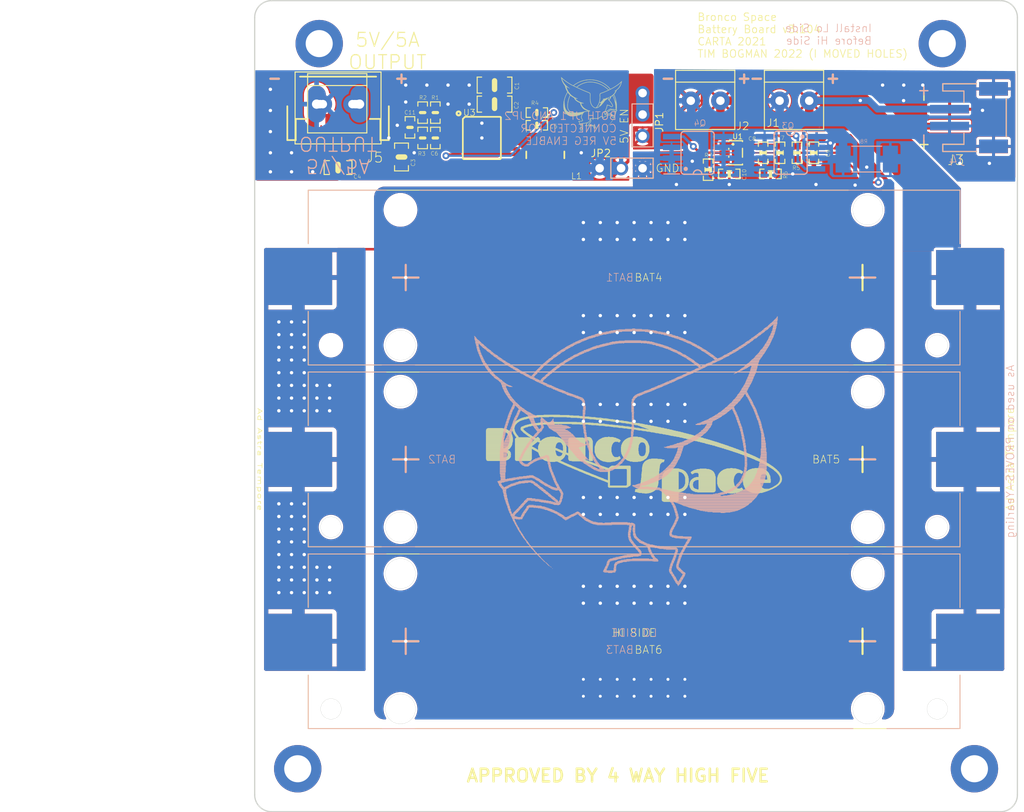
<source format=kicad_pcb>
(kicad_pcb (version 20211014) (generator pcbnew)
  (layers (0 "F.Cu" signal) (31 "B.Cu" signal) (34 "B.Paste" user) (35 "F.Paste" user) (36 "B.SilkS" user "B.Silkscreen") (37 "F.SilkS" user "F.Silkscreen") (38 "B.Mask" user) (39 "F.Mask" user) (44 "Edge.Cuts" user))
  (net 0 "")
  (net 1 "BM")
  (net 2 "B-")
  (net 3 "PACK+")
  (net 4 "N$3")
  (net 5 "N$6")
  (net 6 "N$4")
  (net 7 "N$5")
  (net 8 "PACK-")
  (net 9 "N$8")
  (net 10 "N$9")
  (net 11 "N$1")
  (net 12 "5V")
  (net 13 "VREG_IN")
  (net 14 "J_GND")
  (net 15 "N$11")
  (net 16 "SW")
  (net 17 "VREG5")
  (net 18 "PG")
  (net 19 "SS")
  (net 20 "EN")
  (net 21 "FB")
  (footprint "Bat_Board_v3:C_0603_(M1608)" (layer "F.Cu") (at 116.694 67.4744 90)
    (fp_text reference "C11")
    (fp_text value "8.2nF" hide)
  )
  (footprint "" (layer "F.Cu") (at 143.3068 57.5818)
    (fp_text reference "")
    (fp_text value "")
  )
  (footprint "Bat_Board_v3:C_1206_(M3216)" (layer "F.Cu") (at 126.694 62.4744 180)
    (fp_text reference "C1")
    (fp_text value "100uF" hide)
  )
  (footprint "Bat_Board_v3:C_0603_(M1608)" (layer "F.Cu") (at 160.444 70.4744 -90)
    (fp_text reference "C7")
    (fp_text value "0.1uF" hide)
  )
  (footprint "Bat_Board_v3:14-HTSSOP" (layer "F.Cu") (at 125.194 68.7244)
    (fp_text reference "U3")
    (fp_text value "TPS54626" hide)
  )
  (footprint "Bat_Board_v3:R_0603_(M1608)" (layer "F.Cu") (at 162.444 70.4744 90)
    (fp_text reference "R5")
    (fp_text value "330" hide)
  )
  (footprint "Bat_Board_v3:1X2-3.5MM" (layer "F.Cu") (at 151.694 64.3244 180)
    (fp_text reference "J2")
    (fp_text value "1X2-3.5MM" hide)
  )
  (footprint "Bat_Board_v3:R_0603_(M1608)" (layer "F.Cu") (at 159.319 72.9744)
    (fp_text reference "R6")
    (fp_text value "330" hide)
  )
  (footprint "Bat_Board_v3:C_0603_(M1608)" (layer "F.Cu") (at 154.444 72.9744 180)
    (fp_text reference "C10")
    (fp_text value "0.1uF" hide)
  )
  (footprint "Bat_Board_v3:C_0603_(M1608)" (layer "F.Cu") (at 158.444 70.4744 -90)
    (fp_text reference "C8")
    (fp_text value "0.1uF" hide)
  )
  (footprint "Bat_Board_v3:C_0805_(M2012)" (layer "F.Cu") (at 115.694 70.9744 90)
    (fp_text reference "C3")
    (fp_text value "22uF" hide)
  )
  (footprint "" (layer "F.Cu") (at 68.4784 57.15)
    (fp_text reference "")
    (fp_text value "")
  )
  (footprint "" (layer "F.Cu") (at 74.2442 136.5758)
    (fp_text reference "")
    (fp_text value "")
  )
  (footprint "Bat_Board_v3:1X2-3.5MM" (layer "F.Cu") (at 162.194 64.3244 180)
    (fp_text reference "J1")
    (fp_text value "1X2-3.5MM" hide)
  )
  (footprint "Bat_Board_v3:PEGASUS_SMALL" (layer "F.Cu") (at 138.069 65.0994)
    (fp_text reference "U$1" hide)
    (fp_text value "" hide)
  )
  (footprint "Bat_Board_v3:R_0603_(M1608)" (layer "F.Cu") (at 118.194 65.7244 90)
    (fp_text reference "R2")
    (fp_text value "22.1k" hide)
  )
  (footprint "Bat_Board_v3:1042" (layer "F.Cu") (at 143.194 128.2244)
    (fp_text reference "BAT6")
    (fp_text value "1042_SMT")
  )
  (footprint "" (layer "F.Cu") (at 153.6446 137.5918)
    (fp_text reference "")
    (fp_text value "")
  )
  (footprint "Bat_Board_v3:TERMBLOCK_508_1X2" (layer "F.Cu") (at 108.194 64.7244)
    (fp_text reference "J5")
    (fp_text value "5.08mm Term" hide)
  )
  (footprint "Bat_Board_v3:C_0603_(M1608)" (layer "F.Cu") (at 131.694 67.2244 180)
    (fp_text reference "C5")
    (fp_text value "0.1uF" hide)
  )
  (footprint "Bat_Board_v3:C_0603_(M1608)" (layer "F.Cu") (at 164.444 70.4744 -90)
    (fp_text reference "C9")
    (fp_text value "0.1uF" hide)
  )
  (footprint "Bat_Board_v3:BS_WORD" (layer "F.Cu") (at 143.194 106.7244)
    (fp_text reference "U$4" hide)
    (fp_text value "" hide)
  )
  (footprint "Bat_Board_v3:C_1206_(M3216)" (layer "F.Cu") (at 126.694 64.7244 180)
    (fp_text reference "C2")
    (fp_text value "100uF" hide)
  )
  (footprint "Bat_Board_v3:JSTPH4" (layer "F.Cu") (at 108.194 64.4744)
    (fp_text reference "CONN1" hide)
    (fp_text value "STEMMA_I2C_RASMT")
  )
  (footprint "Bat_Board_v3:1X03-CLEANBIG" (layer "F.Cu") (at 141.654 72.3044)
    (fp_text reference "JP2")
    (fp_text value "")
  )
  (footprint "Bat_Board_v3:R_0603_(M1608)" (layer "F.Cu") (at 118.194 68.7244 -90)
    (fp_text reference "R3")
    (fp_text value "100k" hide)
  )
  (footprint "Bat_Board_v3:C_0805_(M2012)" (layer "F.Cu") (at 108.194 72.2244 180)
    (fp_text reference "C4")
    (fp_text value "22uF" hide)
  )
  (footprint "Bat_Board_v3:JST-PH-2-SMT-RA" (layer "F.Cu") (at 184.190007 66.330005 -90)
    (fp_text reference "J3")
    (fp_text value "")
  )
  (footprint "Bat_Board_v3:C_0603_(M1608)" (layer "F.Cu") (at 119.694 68.7244 -90)
    (fp_text reference "C6")
    (fp_text value "1uF" hide)
  )
  (footprint "Bat_Board_v3:1X03-CLEANBIG" (layer "F.Cu") (at 144.194 65.9544 90)
    (fp_text reference "JP1")
    (fp_text value "")
  )
  (footprint "Bat_Board_v3:1X2-3.5MM" (layer "F.Cu") (at 108.194 64.7244 180)
    (fp_text reference "J6" hide)
    (fp_text value "1X2-3.5MM" hide)
  )
  (footprint "Bat_Board_v3:1042" (layer "F.Cu") (at 143.194 85.2244)
    (fp_text reference "BAT4")
    (fp_text value "1042_SMT")
  )
  (footprint "Bat_Board_v3:L_2020_(M5050)" (layer "F.Cu") (at 132.694 70.7244 -90)
    (fp_text reference "L1")
    (fp_text value "3.3uH" hide)
  )
  (footprint "Bat_Board_v3:R_0603_(M1608)" (layer "F.Cu") (at 131.694 65.7244 180)
    (fp_text reference "R4")
    (fp_text value "10k" hide)
  )
  (footprint "Bat_Board_v3:R_0603_(M1608)" (layer "F.Cu") (at 119.694 65.7244 -90)
    (fp_text reference "R1")
    (fp_text value "127k" hide)
  )
  (footprint "Bat_Board_v3:1042" (layer "F.Cu") (at 143.194 106.7244)
    (fp_text reference "BAT5")
    (fp_text value "1042_SMT")
  )
  (footprint "Bat_Board_v3:SOT-23-6" (layer "F.Cu") (at 155.194 70.4744)
    (fp_text reference "U1")
    (fp_text value "R5460N233")
  )
  (footprint "Bat_Board_v3:R_0603_(M1608)" (layer "F.Cu") (at 151.944 72.4744 -90)
    (fp_text reference "R7")
    (fp_text value "1k" hide)
  )
  (footprint "Bat_Board_v3:PEGASUS" (layer "B.Cu") (at 143.194 106.7244 180)
    (fp_text reference "U$2" hide)
    (fp_text value "" hide)
  )
  (footprint "Bat_Board_v3:1042" (layer "B.Cu") (at 143.194 128.2244 180)
    (fp_text reference "BAT3")
    (fp_text value "1042_SMT")
  )
  (footprint "Bat_Board_v3:SOIC-8" (layer "B.Cu") (at 150.694 70.4744)
    (fp_text reference "Q4")
    (fp_text value "IRF4758")
  )
  (footprint "Bat_Board_v3:1042" (layer "B.Cu") (at 143.194 106.7244 180)
    (fp_text reference "BAT2")
    (fp_text value "1042_SMT")
  )
  (footprint "Bat_Board_v3:SOIC-8" (layer "B.Cu") (at 161.694 70.4744 180)
    (fp_text reference "Q3")
    (fp_text value "IRF7458")
  )
  (footprint "Bat_Board_v3:R_2512_(M6332)" (layer "B.Cu") (at 170.694 71.2244 180)
    (fp_text reference "R8")
    (fp_text value "0.01" hide)
  )
  (footprint "Bat_Board_v3:1042" (layer "B.Cu") (at 143.194 85.2244 180)
    (fp_text reference "BAT1")
    (fp_text value "1042_SMT")
  )
  (footprint "Bat_Board_v3:JST-PH-2-SMT-RA" (layer "B.Cu") (at 184.180007 66.310005 90)
    (fp_text reference "J4")
    (fp_text value "")
  )
  (gr_line (start 157.194 61.7244) (end 158.194 61.7244) (layer "B.SilkS") (width 0.254))
  (gr_line (start 140.444 73.4744) (end 145.444 73.4744) (layer "B.SilkS") (width 0.127))
  (gr_line (start 145.444 71.0994) (end 145.444 73.4744) (layer "B.SilkS") (width 0.127))
  (gr_line (start 145.444 64.7044) (end 142.944 64.7044) (layer "B.SilkS") (width 0.127))
  (gr_line (start 155.694 61.7244) (end 156.694 61.7244) (layer "B.SilkS") (width 0.254))
  (gr_line (start 163.819 67.9744) (end 165.694 67.9744) (layer "B.SilkS") (width 0.127))
  (gr_line (start 140.444 71.0994) (end 145.444 71.0994) (layer "B.SilkS") (width 0.127))
  (gr_line (start 166.194 61.7244) (end 167.194 61.7244) (layer "B.SilkS") (width 0.254))
  (gr_line (start 166.694 61.2244) (end 166.694 62.2244) (layer "B.SilkS") (width 0.254))
  (gr_line (start 100.194 61.7244) (end 101.194 61.7244) (layer "B.SilkS") (width 0.254))
  (gr_line (start 145.444 64.7044) (end 145.444 69.7844) (layer "B.SilkS") (width 0.127))
  (gr_line (start 146.694 61.7244) (end 147.694 61.7244) (layer "B.SilkS") (width 0.254))
  (gr_line (start 145.444 69.7844) (end 142.944 69.7844) (layer "B.SilkS") (width 0.127))
  (gr_line (start 148.569 72.9744) (end 146.694 72.9744) (layer "B.SilkS") (width 0.127))
  (gr_line (start 156.194 61.2244) (end 156.194 62.2244) (layer "B.SilkS") (width 0.254))
  (gr_line (start 115.194 61.7244) (end 116.194 61.7244) (layer "B.SilkS") (width 0.254))
  (gr_line (start 140.444 71.0994) (end 140.444 73.4744) (layer "B.SilkS") (width 0.127))
  (gr_line (start 115.694 61.2244) (end 115.694 62.2244) (layer "B.SilkS") (width 0.254))
  (gr_line (start 142.944 69.7844) (end 142.944 64.7044) (layer "B.SilkS") (width 0.127))
  (gr_line (start 101.194 61.7244) (end 100.194 61.7244) (layer "F.SilkS") (width 0.254))
  (gr_line (start 151.569 72.2244) (end 151.569 72.7244) (layer "F.SilkS") (width 0.127))
  (gr_line (start 156.194 61.2244) (end 156.194 62.2244) (layer "F.SilkS") (width 0.254))
  (gr_line (start 140.444 71.0994) (end 140.444 73.4744) (layer "F.SilkS") (width 0.127))
  (gr_line (start 145.444 64.7044) (end 145.444 69.7844) (layer "F.SilkS") (width 0.127))
  (gr_line (start 155.694 61.7244) (end 156.694 61.7244) (layer "F.SilkS") (width 0.254))
  (gr_line (start 160.819 70.2244) (end 160.819 70.7244) (layer "F.SilkS") (width 0.127))
  (gr_line (start 145.444 71.0994) (end 140.444 71.0994) (layer "F.SilkS") (width 0.127))
  (gr_line (start 159.569 73.3494) (end 159.069 73.3494) (layer "F.SilkS") (width 0.127))
  (gr_line (start 166.194 61.7244) (end 167.194 61.7244) (layer "F.SilkS") (width 0.254))
  (gr_line (start 166.694 61.2244) (end 166.694 62.2244) (layer "F.SilkS") (width 0.254))
  (gr_line (start 154.194 72.5994) (end 154.694 72.5994) (layer "F.SilkS") (width 0.127))
  (gr_line (start 162.069 70.2244) (end 162.069 70.7244) (layer "F.SilkS") (width 0.127))
  (gr_line (start 164.819 70.2244) (end 164.819 70.7244) (layer "F.SilkS") (width 0.127))
  (gr_line (start 152.319 72.2244) (end 152.319 72.7244) (layer "F.SilkS") (width 0.127))
  (gr_line (start 159.069 72.5994) (end 159.569 72.5994) (layer "F.SilkS") (width 0.127))
  (gr_line (start 157.194 61.7244) (end 158.194 61.7244) (layer "F.SilkS") (width 0.254))
  (gr_line (start 145.444 71.0994) (end 145.444 73.4744) (layer "F.SilkS") (width 0.127))
  (gr_line (start 154.194 73.3494) (end 154.694 73.3494) (layer "F.SilkS") (width 0.127))
  (gr_line (start 115.694 61.2244) (end 115.694 62.2244) (layer "F.SilkS") (width 0.254))
  (gr_line (start 115.194 61.7244) (end 116.194 61.7244) (layer "F.SilkS") (width 0.254))
  (gr_line (start 142.944 69.7844) (end 145.444 69.7844) (layer "F.SilkS") (width 0.127))
  (gr_line (start 142.944 69.7844) (end 142.944 64.7044) (layer "F.SilkS") (width 0.127))
  (gr_line (start 164.069 70.2244) (end 164.069 70.7244) (layer "F.SilkS") (width 0.127))
  (gr_line (start 158.069 70.2244) (end 158.069 70.7244) (layer "F.SilkS") (width 0.127))
  (gr_line (start 146.694 61.7244) (end 147.694 61.7244) (layer "F.SilkS") (width 0.254))
  (gr_line (start 160.069 70.2244) (end 160.069 70.7244) (layer "F.SilkS") (width 0.127))
  (gr_line (start 145.444 73.4744) (end 140.444 73.4744) (layer "F.SilkS") (width 0.127))
  (gr_line (start 142.944 64.7044) (end 145.444 64.7044) (layer "F.SilkS") (width 0.127))
  (gr_line (start 162.819 70.2244) (end 162.819 70.7244) (layer "F.SilkS") (width 0.127))
  (gr_line (start 158.819 70.2244) (end 158.819 70.7244) (layer "F.SilkS") (width 0.127))
  (gr_line (start 114.218 119.1126) (end 114.2936 119.0265) (layer "Edge.Cuts") (width 0.05))
  (gr_line (start 113.8663 136.623) (end 113.844 136.5106) (layer "Edge.Cuts") (width 0.05))
  (gr_line (start 169.074 77.395) (end 169.0665 77.2807) (layer "Edge.Cuts") (width 0.05))
  (gr_line (start 169.3933 99.7433) (end 169.3296 99.648) (layer "Edge.Cuts") (width 0.05))
  (gr_line (start 115.0632 113.0499) (end 115.1739 113.0202) (layer "Edge.Cuts") (width 0.05))
  (gr_line (start 113.896 115.2337) (end 113.8663 115.123) (layer "Edge.Cuts") (width 0.05))
  (gr_line (start 114.9547 113.0867) (end 115.0632 113.0499) (layer "Edge.Cuts") (width 0.05))
  (gr_line (start 172.17 78.3342) (end 172.0944 78.4203) (layer "Edge.Cuts") (width 0.05))
  (gr_line (start 172.17 121.3342) (end 172.0944 121.4203) (layer "Edge.Cuts") (width 0.05))
  (gr_line (start 172.0134 113.4475) (end 172.0944 113.5285) (layer "Edge.Cuts") (width 0.05))
  (gr_line (start 108.0981 113.7823) (end 108.1698 113.8435) (layer "Edge.Cuts") (width 0.05))
  (gr_line (start 178.4466 115.7732) (end 178.3662 115.7239) (layer "Edge.Cuts") (width 0.05))
  (gr_line (start 169.3933 113.7055) (end 169.463 113.6146) (layer "Edge.Cuts") (width 0.05))
  (gr_line (start 114.0273 135.4) (end 114.0846 135.3008) (layer "Edge.Cuts") (width 0.05))
  (gr_line (start 117.1664 119.5008) (end 117.2102 119.6066) (layer "Edge.Cuts") (width 0.05))
  (gr_line (start 116.4961 100.2103) (end 116.3969 100.2676) (layer "Edge.Cuts") (width 0.05))
  (gr_line (start 116.0798 116.4009) (end 115.9691 116.4306) (layer "Edge.Cuts") (width 0.05))
  (gr_line (start 106.5394 113.8435) (end 106.6111 113.7823) (layer "Edge.Cuts") (width 0.05))
  (gr_line (start 180.0812 135.6386) (end 180.124 135.7226) (layer "Edge.Cuts") (width 0.05))
  (gr_line (start 180.0812 114.1386) (end 180.124 114.2226) (layer "Edge.Cuts") (width 0.05))
  (gr_line (start 117.247 136.7337) (end 117.2102 136.8422) (layer "Edge.Cuts") (width 0.05))
  (gr_line (start 172.0944 97.5265) (end 172.17 97.6126) (layer "Edge.Cuts") (width 0.05))
  (gr_line (start 117.2991 135.9402) (end 117.314 136.0538) (layer "Edge.Cuts") (width 0.05))
  (gr_line (start 117.2767 93.623) (end 117.247 93.7337) (layer "Edge.Cuts") (width 0.05))
  (gr_line (start 107.2134 137.418) (end 107.1203 137.4033) (layer "Edge.Cuts") (width 0.05))
  (gr_line (start 169.141 77.7317) (end 169.1113 77.621) (layer "Edge.Cuts") (width 0.05))
  (gr_line (start 117.3215 98.7807) (end 117.314 98.895) (layer "Edge.Cuts") (width 0.05))
  (gr_line (start 114.6469 113.2385) (end 114.7461 113.1812) (layer "Edge.Cuts") (width 0.05))
  (gr_line (start 169.7966 134.8022) (end 169.8919 134.7385) (layer "Edge.Cuts") (width 0.05))
  (gr_line (start 179.9765 135.4819) (end 180.0319 135.5582) (layer "Edge.Cuts") (width 0.05))
  (gr_line (start 114.2936 99.9203) (end 114.218 99.8342) (layer "Edge.Cuts") (width 0.05))
  (gr_line (start 115.8567 94.9529) (end 115.7431 94.9679) (layer "Edge.Cuts") (width 0.05))
  (gr_line (start 169.1113 98.3258) (end 169.141 98.2151) (layer "Edge.Cuts") (width 0.05))
  (gr_line (start 116.9947 121.2433) (end 116.925 121.3342) (layer "Edge.Cuts") (width 0.05))
  (gr_line (start 170.6449 100.4659) (end 170.5313 100.4509) (layer "Edge.Cuts") (width 0.05))
  (gr_line (start 179.2677 115.9033) (end 179.1746 115.918) (layer "Edge.Cuts") (width 0.05))
  (gr_line (start 179.7006 94.2239) (end 179.6202 94.2732) (layer "Edge.Cuts") (width 0.05))
  (gr_line (start 116.8494 94.4223) (end 116.7684 94.5033) (layer "Edge.Cuts") (width 0.05))
  (gr_line (start 113.896 120.7317) (end 113.8663 120.621) (layer "Edge.Cuts") (width 0.05))
  (gr_line (start 116.9947 97.7035) (end 117.0584 97.7988) (layer "Edge.Cuts") (width 0.05))
  (gr_line (start 114.9547 116.3641) (end 114.8489 116.3203) (layer "Edge.Cuts") (width 0.05))
  (gr_line (start 114.0846 137.15) (end 114.0273 137.0508) (layer "Edge.Cuts") (width 0.05))
  (gr_line (start 116.9947 119.2035) (end 117.0584 119.2988) (layer "Edge.Cuts") (width 0.05))
  (gr_line (start 180.2113 136.4597) (end 180.1892 136.5514) (layer "Edge.Cuts") (width 0.05))
  (gr_line (start 179.9765 136.9689) (end 179.9153 137.0406) (layer "Edge.Cuts") (width 0.05))
  (gr_line (start 172.5441 136.5106) (end 172.5217 136.623) (layer "Edge.Cuts") (width 0.05))
  (gr_line (start 116.7684 118.9455) (end 116.8494 119.0265) (layer "Edge.Cuts") (width 0.05))
  (gr_line (start 180.0319 92.5582) (end 180.0812 92.6386) (layer "Edge.Cuts") (width 0.05))
  (gr_line (start 171.4333 121.8621) (end 171.3248 121.8989) (layer "Edge.Cuts") (width 0.05))
  (gr_line (start 172.4114 98.0008) (end 172.4552 98.1066) (layer "Edge.Cuts") (width 0.05))
  (gr_line (start 107.3075 137.4254) (end 107.2134 137.418) (layer "Edge.Cuts") (width 0.05))
  (gr_line (start 117.314 136.397) (end 117.2991 136.5106) (layer "Edge.Cuts") (width 0.05))
  (gr_line (start 114.6469 100.2103) (end 114.5516 100.1466) (layer "Edge.Cuts") (width 0.05))
  (gr_line (start 115.3999 96.9809) (end 115.5142 96.9734) (layer "Edge.Cuts") (width 0.05))
  (gr_line (start 106.6874 115.7239) (end 106.6111 115.6685) (layer "Edge.Cuts") (width 0.05))
  (gr_line (start 116.1883 116.3641) (end 116.0798 116.4009) (layer "Edge.Cuts") (width 0.05))
  (gr_line (start 178.0349 115.3926) (end 177.9856 115.3122) (layer "Edge.Cuts") (width 0.05))
  (gr_line (start 106.1767 136.4597) (end 106.162 136.3665) (layer "Edge.Cuts") (width 0.05))
  (gr_line (start 169.9911 137.7696) (end 169.8919 137.7123) (layer "Edge.Cuts") (width 0.05))
  (gr_line (start 171.1017 112.9979) (end 171.2141 113.0202) (layer "Edge.Cuts") (width 0.05))
  (gr_line (start 170.9881 96.9809) (end 171.1017 96.9958) (layer "Edge.Cuts") (width 0.05))
  (gr_line (start 169.5386 115.9223) (end 169.463 115.8362) (layer "Edge.Cuts") (width 0.05))
  (gr_line (start 170.0939 137.8203) (end 169.9911 137.7696) (layer "Edge.Cuts") (width 0.05))
  (gr_line (start 178.7074 135.0696) (end 178.7991 135.0476) (layer "Edge.Cuts") (width 0.05))
  (gr_line (start 169.7966 75.8002) (end 169.8919 75.7365) (layer "Edge.Cuts") (width 0.05))
  (gr_line (start 171.9273 121.5769) (end 171.8364 121.6466) (layer "Edge.Cuts") (width 0.05))
  (gr_line (start 117.1157 99.5488) (end 117.0584 99.648) (layer "Edge.Cuts") (width 0.05))
  (gr_line (start 115.2863 91.4978) (end 115.3999 91.4829) (layer "Edge.Cuts") (width 0.05))
  (gr_line (start 180.2113 114.4911) (end 180.226 114.5842) (layer "Edge.Cuts") (width 0.05))
  (gr_line (start 169.463 113.6146) (end 169.5386 113.5285) (layer "Edge.Cuts") (width 0.05))
  (gr_line (start 117.3215 120.2807) (end 117.314 120.395) (layer "Edge.Cuts") (width 0.05))
  (gr_line (start 178.5306 135.1348) (end 178.6177 135.0987) (layer "Edge.Cuts") (width 0.05))
  (gr_line (start 172.4114 119.5008) (end 172.4552 119.6066) (layer "Edge.Cuts") (width 0.05))
  (gr_line (start 116.2941 118.6285) (end 116.3969 118.6792) (layer "Edge.Cuts") (width 0.05))
  (gr_line (start 117.3215 136.1681) (end 117.3215 136.2827) (layer "Edge.Cuts") (width 0.05))
  (gr_line (start 169.7057 97.3699) (end 169.7966 97.3002) (layer "Edge.Cuts") (width 0.05))
  (gr_line (start 117.314 114.5538) (end 117.3215 114.6681) (layer "Edge.Cuts") (width 0.05))
  (gr_line (start 115.2863 137.953) (end 115.1739 137.9306) (layer "Edge.Cuts") (width 0.05))
  (gr_line (start 116.2941 100.3183) (end 116.1883 100.3621) (layer "Edge.Cuts") (width 0.05))
  (gr_line (start 169.1113 76.8258) (end 169.141 76.7151) (layer "Edge.Cuts") (width 0.05))
  (gr_line (start 116.925 119.1126) (end 116.9947 119.2035) (layer "Edge.Cuts") (width 0.05))
  (gr_line (start 116.7684 91.9475) (end 116.8494 92.0285) (layer "Edge.Cuts") (width 0.05))
  (gr_line (start 178.0349 92.5582) (end 178.0903 92.4819) (layer "Edge.Cuts") (width 0.05))
  (gr_line (start 172.3607 97.898) (end 172.4114 98.0008) (layer "Edge.Cuts") (width 0.05))
  (gr_line (start 180.2334 114.6783) (end 180.2334 114.7725) (layer "Edge.Cuts") (width 0.05))
  (gr_line (start 169.1113 119.8258) (end 169.141 119.7151) (layer "Edge.Cuts") (width 0.05))
  (gr_line (start 178.6177 137.3521) (end 178.5306 137.316) (layer "Edge.Cuts") (width 0.05))
  (gr_line (start 170.4189 97.0182) (end 170.5313 96.9958) (layer "Edge.Cuts") (width 0.05))
  (gr_line (start 113.9328 120.8402) (end 113.896 120.7317) (layer "Edge.Cuts") (width 0.05))
  (gr_line (start 116.2941 97.1285) (end 116.3969 97.1792) (layer "Edge.Cuts") (width 0.05))
  (gr_line (start 116.1883 91.5867) (end 116.2941 91.6305) (layer "Edge.Cuts") (width 0.05))
  (gr_line (start 107.9414 135.1776) (end 108.0218 135.2269) (layer "Edge.Cuts") (width 0.05))
  (gr_line (start 114.3746 118.9455) (end 114.4607 118.8699) (layer "Edge.Cuts") (width 0.05))
  (gr_line (start 179.6202 94.2732) (end 179.5362 94.316) (layer "Edge.Cuts") (width 0.05))
  (gr_line (start 116.4961 113.2385) (end 116.5914 113.3022) (layer "Edge.Cuts") (width 0.05))
  (gr_line (start 172.559 120.0518) (end 172.5665 120.1661) (layer "Edge.Cuts") (width 0.05))
  (gr_line (start 116.7684 97.4455) (end 116.8494 97.5265) (layer "Edge.Cuts") (width 0.05))
  (gr_line (start 169.8919 75.7365) (end 169.9911 75.6792) (layer "Edge.Cuts") (width 0.05))
  (gr_line (start 115.2863 134.4979) (end 115.3999 134.4829) (layer "Edge.Cuts") (width 0.05))
  (gr_line (start 172.0134 118.9455) (end 172.0944 119.0265) (layer "Edge.Cuts") (width 0.05))
  (gr_line (start 169.3933 76.2035) (end 169.463 76.1126) (layer "Edge.Cuts") (width 0.05))
  (gr_line (start 115.3999 100.4659) (end 115.2863 100.4509) (layer "Edge.Cuts") (width 0.05))
  (gr_line (start 115.2863 100.4509) (end 115.1739 100.4286) (layer "Edge.Cuts") (width 0.05))
  (gr_line (start 108.4024 115.3122) (end 108.3531 115.3926) (layer "Edge.Cuts") (width 0.05))
  (gr_line (start 107.4017 115.9254) (end 107.3075 115.9254) (layer "Edge.Cuts") (width 0.05))
  (gr_line (start 170.4189 121.9286) (end 170.3082 121.8989) (layer "Edge.Cuts") (width 0.05))
  (gr_line (start 171.1017 134.4979) (end 171.2141 134.5202) (layer "Edge.Cuts") (width 0.05))
  (gr_line (start 169.2216 114.0028) (end 169.2723 113.9) (layer "Edge.Cuts") (width 0.05))
  (gr_line (start 180.2113 114.9597) (end 180.1892 115.0514) (layer "Edge.Cuts") (width 0.05))
  (gr_line (start 172.5665 114.7827) (end 172.559 114.897) (layer "Edge.Cuts") (width 0.05))
  (gr_line (start 172.5441 114.4402) (end 172.559 114.5538) (layer "Edge.Cuts") (width 0.05))
  (gr_line (start 116.5914 91.8022) (end 116.6823 91.8719) (layer "Edge.Cuts") (width 0.05))
  (gr_line (start 114.2936 113.5285) (end 114.3746 113.4475) (layer "Edge.Cuts") (width 0.05))
  (gr_line (start 178.7074 113.5696) (end 178.7991 113.5475) (layer "Edge.Cuts") (width 0.05))
  (gr_line (start 180.226 136.0842) (end 180.2334 136.1783) (layer "Edge.Cuts") (width 0.05))
  (gr_line (start 117.1664 120.946) (end 117.1157 121.0488) (layer "Edge.Cuts") (width 0.05))
  (gr_line (start 117.2991 120.5086) (end 117.2767 120.621) (layer "Edge.Cuts") (width 0.05))
  (gr_line (start 114.0273 115.5508) (end 113.9766 115.448) (layer "Edge.Cuts") (width 0.05))
  (gr_line (start 172.2397 137.2453) (end 172.17 137.3362) (layer "Edge.Cuts") (width 0.05))
  (gr_line (start 171.6419 121.7676) (end 171.5391 121.8183) (layer "Edge.Cuts") (width 0.05))
  (gr_line (start 116.6823 91.8719) (end 116.7684 91.9475) (layer "Edge.Cuts") (width 0.05))
  (gr_line (start 177.9856 136.8122) (end 177.9428 136.7282) (layer "Edge.Cuts") (width 0.05))
  (gr_line (start 180.2334 93.1783) (end 180.2334 93.2725) (layer "Edge.Cuts") (width 0.05))
  (gr_line (start 115.8567 118.4958) (end 115.9691 118.5182) (layer "Edge.Cuts") (width 0.05))
  (gr_line (start 114.3746 121.5013) (end 114.2936 121.4203) (layer "Edge.Cuts") (width 0.05))
  (gr_line (start 177.8334 114.7725) (end 177.8334 114.6783) (layer "Edge.Cuts") (width 0.05))
  (gr_line (start 178.7074 115.8812) (end 178.6177 115.8521) (layer "Edge.Cuts") (width 0.05))
  (gr_line (start 108.4024 135.6386) (end 108.4452 135.7226) (layer "Edge.Cuts") (width 0.05))
  (gr_line (start 179.7769 135.2823) (end 179.8486 135.3435) (layer "Edge.Cuts") (width 0.05))
  (gr_line (start 107.4958 115.918) (end 107.4017 115.9254) (layer "Edge.Cuts") (width 0.05))
  (gr_line (start 116.7684 121.5013) (end 116.6823 121.5769) (layer "Edge.Cuts") (width 0.05))
  (gr_line (start 108.5472 136.3665) (end 108.5324 136.4597) (layer "Edge.Cuts") (width 0.05))
  (gr_line (start 116.3969 100.2676) (end 116.2941 100.3183) (layer "Edge.Cuts") (width 0.05))
  (gr_line (start 108.0981 115.6685) (end 108.0218 115.7239) (layer "Edge.Cuts") (width 0.05))
  (gr_line (start 178.6177 94.3521) (end 178.5306 94.316) (layer "Edge.Cuts") (width 0.05))
  (gr_line (start 172.4552 119.6066) (end 172.492 119.7151) (layer "Edge.Cuts") (width 0.05))
  (gr_line (start 178.0349 114.0582) (end 178.0903 113.9819) (layer "Edge.Cuts") (width 0.05))
  (gr_line (start 117.314 136.0538) (end 117.3215 136.1681) (layer "Edge.Cuts") (width 0.05))
  (gr_line (start 169.6196 137.5034) (end 169.5386 137.4223) (layer "Edge.Cuts") (width 0.05))
  (gr_line (start 170.9881 121.9659) (end 170.8738 121.9734) (layer "Edge.Cuts") (width 0.05))
  (gr_line (start 172.559 136.397) (end 172.5441 136.5106) (layer "Edge.Cuts") (width 0.05))
  (gr_line (start 169.6196 97.4455) (end 169.7057 97.3699) (layer "Edge.Cuts") (width 0.05))
  (gr_line (start 171.2141 78.9286) (end 171.1017 78.9509) (layer "Edge.Cuts") (width 0.05))
  (gr_line (start 117.314 93.397) (end 117.2991 93.5106) (layer "Edge.Cuts") (width 0.05))
  (gr_line (start 172.0944 76.0265) (end 172.17 76.1126) (layer "Edge.Cuts") (width 0.05))
  (gr_line (start 106.8518 113.6348) (end 106.9389 113.5987) (layer "Edge.Cuts") (width 0.05))
  (gr_line (start 179.8486 94.1073) (end 179.7769 94.1685) (layer "Edge.Cuts") (width 0.05))
  (gr_line (start 172.492 136.7337) (end 172.4552 136.8422) (layer "Edge.Cuts") (width 0.05))
  (gr_line (start 170.3082 97.0479) (end 170.4189 97.0182) (layer "Edge.Cuts") (width 0.05))
  (gr_line (start 178.7991 113.5475) (end 178.8922 113.5328) (layer "Edge.Cuts") (width 0.05))
  (gr_line (start 116.1883 137.8641) (end 116.0798 137.9009) (layer "Edge.Cuts") (width 0.05))
  (gr_line (start 116.3969 121.7676) (end 116.2941 121.8183) (layer "Edge.Cuts") (width 0.05))
  (gr_line (start 115.0632 134.5499) (end 115.1739 134.5202) (layer "Edge.Cuts") (width 0.05))
  (gr_line (start 169.1113 114.3278) (end 169.141 114.2171) (layer "Edge.Cuts") (width 0.05))
  (gr_line (start 114.8489 97.1285) (end 114.9547 97.0847) (layer "Edge.Cuts") (width 0.05))
  (gr_line (start 172.3607 137.0508) (end 172.3034 137.15) (layer "Edge.Cuts") (width 0.05))
  (gr_line (start 169.1113 77.621) (end 169.089 77.5086) (layer "Edge.Cuts") (width 0.05))
  (gr_line (start 115.8567 137.953) (end 115.7431 137.9679) (layer "Edge.Cuts") (width 0.05))
  (gr_line (start 169.2216 136.948) (end 169.1778 136.8422) (layer "Edge.Cuts") (width 0.05))
  (gr_line (start 114.0846 99.648) (end 114.0273 99.5488) (layer "Edge.Cuts") (width 0.05))
  (gr_line (start 117.3215 114.6681) (end 117.3215 114.7827) (layer "Edge.Cuts") (width 0.05))
  (gr_line (start 116.8494 99.9203) (end 116.7684 100.0013) (layer "Edge.Cuts") (width 0.05))
  (gr_line (start 113.8663 119.8258) (end 113.896 119.7151) (layer "Edge.Cuts") (width 0.05))
  (gr_line (start 172.2397 115.7453) (end 172.17 115.8362) (layer "Edge.Cuts") (width 0.05))
  (gr_line (start 108.5546 114.7725) (end 108.5472 114.8666) (layer "Edge.Cuts") (width 0.05))
  (gr_line (start 108.2365 135.4102) (end 108.2977 135.4819) (layer "Edge.Cuts") (width 0.05))
  (gr_line (start 114.218 135.1146) (end 114.2936 135.0285) (layer "Edge.Cuts") (width 0.05))
  (gr_line (start 113.9766 119.5008) (end 114.0273 119.398) (layer "Edge.Cuts") (width 0.05))
  (gr_line (start 113.896 92.7171) (end 113.9328 92.6086) (layer "Edge.Cuts") (width 0.05))
  (gr_line (start 170.1997 118.5847) (end 170.3082 118.5479) (layer "Edge.Cuts") (width 0.05))
  (gr_line (start 116.925 94.3362) (end 116.8494 94.4223) (layer "Edge.Cuts") (width 0.05))
  (gr_line (start 179.6202 137.2732) (end 179.5362 137.316) (layer "Edge.Cuts") (width 0.05))
  (gr_line (start 116.6823 134.8719) (end 116.7684 134.9474) (layer "Edge.Cuts") (width 0.05))
  (gr_line (start 180.226 114.5842) (end 180.2334 114.6783) (layer "Edge.Cuts") (width 0.05))
  (gr_line (start 171.4333 97.0847) (end 171.5391 97.1285) (layer "Edge.Cuts") (width 0.05))
  (gr_line (start 179.1746 92.0328) (end 179.2677 92.0475) (layer "Edge.Cuts") (width 0.05))
  (gr_line (start 114.0846 115.65) (end 114.0273 115.5508) (layer "Edge.Cuts") (width 0.05))
  (gr_line (start 178.9863 94.4254) (end 178.8922 94.418) (layer "Edge.Cuts") (width 0.05))
  (gr_line (start 108.0981 137.1685) (end 108.0218 137.2239) (layer "Edge.Cuts") (width 0.05))
  (gr_line (start 170.6449 78.9659) (end 170.5313 78.9509) (layer "Edge.Cuts") (width 0.05))
  (gr_line (start 117.2102 99.3402) (end 117.1664 99.446) (layer "Edge.Cuts") (width 0.05))
  (gr_line (start 177.8556 135.9911) (end 177.8776 135.8994) (layer "Edge.Cuts") (width 0.05))
  (gr_line (start 117.1664 92.5028) (end 117.2102 92.6086) (layer "Edge.Cuts") (width 0.05))
  (gr_line (start 171.7411 100.2103) (end 171.6419 100.2676) (layer "Edge.Cuts") (width 0.05))
  (gr_line (start 114.5516 118.8002) (end 114.6469 118.7365) (layer "Edge.Cuts") (width 0.05))
  (gr_line (start 113.8215 98.7807) (end 113.8215 98.6661) (layer "Edge.Cuts") (width 0.05))
  (gr_line (start 107.8574 113.6348) (end 107.9414 113.6776) (layer "Edge.Cuts") (width 0.05))
  (gr_line (start 171.1017 116.4529) (end 170.9881 116.4679) (layer "Edge.Cuts") (width 0.05))
  (gr_line (start 178.8922 113.5328) (end 178.9863 113.5254) (layer "Edge.Cuts") (width 0.05))
  (gr_line (start 115.1739 113.0202) (end 115.2863 112.9979) (layer "Edge.Cuts") (width 0.05))
  (gr_line (start 117.2102 115.3422) (end 117.1664 115.448) (layer "Edge.Cuts") (width 0.05))
  (gr_line (start 169.5386 135.0285) (end 169.6196 134.9474) (layer "Edge.Cuts") (width 0.05))
  (gr_line (start 172.4552 99.3402) (end 172.4114 99.446) (layer "Edge.Cuts") (width 0.05))
  (gr_line (start 188.5061 54.4891) (end 188.5061 146.3741) (layer "Edge.Cuts") (width 0.15))
  (gr_line (start 172.4114 77.946) (end 172.3607 78.0488) (layer "Edge.Cuts") (width 0.05))
  (gr_line (start 106.3561 136.8926) (end 106.3068 136.8122) (layer "Edge.Cuts") (width 0.05))
  (gr_line (start 106.9389 137.3521) (end 106.8518 137.316) (layer "Edge.Cuts") (width 0.05))
  (gr_line (start 172.0944 115.9223) (end 172.0134 116.0033) (layer "Edge.Cuts") (width 0.05))
  (gr_line (start 169.7966 121.6466) (end 169.7057 121.5769) (layer "Edge.Cuts") (width 0.05))
  (gr_line (start 172.0944 99.9203) (end 172.0134 100.0013) (layer "Edge.Cuts") (width 0.05))
  (gr_line (start 113.896 136.7337) (end 113.8663 136.623) (layer "Edge.Cuts") (width 0.05))
  (gr_line (start 180.124 114.2226) (end 180.1601 114.3097) (layer "Edge.Cuts") (width 0.05))
  (gr_line (start 169.463 115.8362) (end 169.3933 115.7453) (layer "Edge.Cuts") (width 0.05))
  (gr_line (start 180.0319 93.8926) (end 179.9765 93.9689) (layer "Edge.Cuts") (width 0.05))
  (gr_line (start 169.1113 136.623) (end 169.089 136.5106) (layer "Edge.Cuts") (width 0.05))
  (gr_line (start 171.2141 134.5202) (end 171.3248 134.5499) (layer "Edge.Cuts") (width 0.05))
  (gr_line (start 117.1157 94.0508) (end 117.0584 94.15) (layer "Edge.Cuts") (width 0.05))
  (gr_line (start 114.3746 134.9474) (end 114.4607 134.8719) (layer "Edge.Cuts") (width 0.05))
  (gr_line (start 106.2279 114.3097) (end 106.264 114.2226) (layer "Edge.Cuts") (width 0.05))
  (gr_line (start 115.8567 91.4978) (end 115.9691 91.5202) (layer "Edge.Cuts") (width 0.05))
  (gr_line (start 169.7966 137.6486) (end 169.7057 137.5789) (layer "Edge.Cuts") (width 0.05))
  (gr_line (start 114.2936 94.4223) (end 114.218 94.3362) (layer "Edge.Cuts") (width 0.05))
  (gr_line (start 115.9691 121.9286) (end 115.8567 121.9509) (layer "Edge.Cuts") (width 0.05))
  (gr_line (start 116.5914 134.8022) (end 116.6823 134.8719) (layer "Edge.Cuts") (width 0.05))
  (gr_line (start 169.0665 98.6661) (end 169.074 98.5518) (layer "Edge.Cuts") (width 0.05))
  (gr_line (start 172.559 98.5518) (end 172.5665 98.6661) (layer "Edge.Cuts") (width 0.05))
  (gr_line (start 115.3999 116.4679) (end 115.2863 116.4529) (layer "Edge.Cuts") (width 0.05))
  (gr_line (start 113.844 93.5106) (end 113.829 93.397) (layer "Edge.Cuts") (width 0.05))
  (gr_line (start 172.0944 137.4223) (end 172.0134 137.5034) (layer "Edge.Cuts") (width 0.05))
  (gr_line (start 107.6806 115.8812) (end 107.5889 115.9033) (layer "Edge.Cuts") (width 0.05))
  (gr_line (start 114.7461 118.6792) (end 114.8489 118.6285) (layer "Edge.Cuts") (width 0.05))
  (gr_arc (start 98.3361 54.4891) (mid 98.921886 53.074886) (end 100.3361 52.4891) (layer "Edge.Cuts") (width 0.15))
  (gr_line (start 179.5362 113.6348) (end 179.6202 113.6776) (layer "Edge.Cuts") (width 0.05))
  (gr_line (start 169.2216 135.5028) (end 169.2723 135.4) (layer "Edge.Cuts") (width 0.05))
  (gr_line (start 170.9881 134.4829) (end 171.1017 134.4979) (layer "Edge.Cuts") (width 0.05))
  (gr_line (start 169.089 76.9382) (end 169.1113 76.8258) (layer "Edge.Cuts") (width 0.05))
  (gr_line (start 177.9856 135.6386) (end 178.0349 135.5582) (layer "Edge.Cuts") (width 0.05))
  (gr_line (start 114.8489 100.3183) (end 114.7461 100.2676) (layer "Edge.Cuts") (width 0.05))
  (gr_line (start 114.0846 94.15) (end 114.0273 94.0508) (layer "Edge.Cuts") (width 0.05))
  (gr_line (start 170.5313 100.4509) (end 170.4189 100.4286) (layer "Edge.Cuts") (width 0.05))
  (gr_line (start 169.2216 77.946) (end 169.1778 77.8402) (layer "Edge.Cuts") (width 0.05))
  (gr_line (start 114.0846 113.8008) (end 114.1483 113.7055) (layer "Edge.Cuts") (width 0.05))
  (gr_line (start 178.4466 94.2732) (end 178.3662 94.2239) (layer "Edge.Cuts") (width 0.05))
  (gr_line (start 170.0939 134.6305) (end 170.1997 134.5867) (layer "Edge.Cuts") (width 0.05))
  (gr_line (start 115.2863 121.9509) (end 115.1739 121.9286) (layer "Edge.Cuts") (width 0.05))
  (gr_line (start 178.7991 135.0476) (end 178.8922 135.0328) (layer "Edge.Cuts") (width 0.05))
  (gr_line (start 179.8486 92.3435) (end 179.9153 92.4102) (layer "Edge.Cuts") (width 0.05))
  (gr_line (start 106.1988 115.0514) (end 106.1767 114.9597) (layer "Edge.Cuts") (width 0.05))
  (gr_line (start 178.2182 135.3435) (end 178.2899 135.2823) (layer "Edge.Cuts") (width 0.05))
  (gr_line (start 117.1664 136.948) (end 117.1157 137.0508) (layer "Edge.Cuts") (width 0.05))
  (gr_line (start 116.0798 94.9009) (end 115.9691 94.9306) (layer "Edge.Cuts") (width 0.05))
  (gr_line (start 117.247 120.7317) (end 117.2102 120.8402) (layer "Edge.Cuts") (width 0.05))
  (gr_line (start 115.8567 100.4509) (end 115.7431 100.4659) (layer "Edge.Cuts") (width 0.05))
  (gr_line (start 115.5142 118.4734) (end 115.6288 118.4734) (layer "Edge.Cuts") (width 0.05))
  (gr_line (start 170.3082 75.5479) (end 170.4189 75.5182) (layer "Edge.Cuts") (width 0.05))
  (gr_line (start 116.3969 97.1792) (end 116.4961 97.2365) (layer "Edge.Cuts") (width 0.05))
  (gr_line (start 114.9547 94.8641) (end 114.8489 94.8203) (layer "Edge.Cuts") (width 0.05))
  (gr_line (start 115.6288 96.9734) (end 115.7431 96.9809) (layer "Edge.Cuts") (width 0.05))
  (gr_line (start 116.8494 137.4223) (end 116.7684 137.5034) (layer "Edge.Cuts") (width 0.05))
  (gr_line (start 180.2334 136.1783) (end 180.2334 136.2726) (layer "Edge.Cuts") (width 0.05))
  (gr_line (start 172.17 99.8342) (end 172.0944 99.9203) (layer "Edge.Cuts") (width 0.05))
  (gr_line (start 114.3746 137.5034) (end 114.2936 137.4223) (layer "Edge.Cuts") (width 0.05))
  (gr_line (start 172.492 77.7317) (end 172.4552 77.8402) (layer "Edge.Cuts") (width 0.05))
  (gr_line (start 178.1515 113.9102) (end 178.2182 113.8435) (layer "Edge.Cuts") (width 0.05))
  (gr_line (start 169.2723 99.5488) (end 169.2216 99.446) (layer "Edge.Cuts") (width 0.05))
  (gr_line (start 170.7592 116.4754) (end 170.6449 116.4679) (layer "Edge.Cuts") (width 0.05))
  (gr_line (start 113.844 92.9402) (end 113.8663 92.8278) (layer "Edge.Cuts") (width 0.05))
  (gr_line (start 170.6449 118.4809) (end 170.7592 118.4734) (layer "Edge.Cuts") (width 0.05))
  (gr_line (start 179.7006 135.2269) (end 179.7769 135.2823) (layer "Edge.Cuts") (width 0.05))
  (gr_line (start 170.8738 78.9734) (end 170.7592 78.9734) (layer "Edge.Cuts") (width 0.05))
  (gr_line (start 170.3082 134.5499) (end 170.4189 134.5202) (layer "Edge.Cuts") (width 0.05))
  (gr_line (start 117.3215 120.1661) (end 117.3215 120.2807) (layer "Edge.Cuts") (width 0.05))
  (gr_line (start 117.0584 119.2988) (end 117.1157 119.398) (layer "Edge.Cuts") (width 0.05))
  (gr_line (start 108.3531 135.5582) (end 108.4024 135.6386) (layer "Edge.Cuts") (width 0.05))
  (gr_line (start 113.896 135.7171) (end 113.9328 135.6086) (layer "Edge.Cuts") (width 0.05))
  (gr_line (start 117.2102 92.6086) (end 117.247 92.7171) (layer "Edge.Cuts") (width 0.05))
  (gr_line (start 116.0798 118.5479) (end 116.1883 118.5847) (layer "Edge.Cuts") (width 0.05))
  (gr_line (start 108.2977 113.9819) (end 108.3531 114.0582) (layer "Edge.Cuts") (width 0.05))
  (gr_line (start 178.5306 92.1348) (end 178.6177 92.0987) (layer "Edge.Cuts") (width 0.05))
  (gr_line (start 179.5362 135.1348) (end 179.6202 135.1776) (layer "Edge.Cuts") (width 0.05))
  (gr_line (start 172.559 77.0518) (end 172.5665 77.1661) (layer "Edge.Cuts") (width 0.05))
  (gr_line (start 170.4189 118.5182) (end 170.5313 118.4958) (layer "Edge.Cuts") (width 0.05))
  (gr_line (start 170.5313 96.9958) (end 170.6449 96.9809) (layer "Edge.Cuts") (width 0.05))
  (gr_line (start 169.0665 114.7827) (end 169.0665 114.6681) (layer "Edge.Cuts") (width 0.05))
  (gr_line (start 115.9691 118.5182) (end 116.0798 118.5479) (layer "Edge.Cuts") (width 0.05))
  (gr_line (start 106.9389 135.0987) (end 107.0286 135.0696) (layer "Edge.Cuts") (width 0.05))
  (gr_line (start 114.7461 137.7696) (end 114.6469 137.7123) (layer "Edge.Cuts") (width 0.05))
  (gr_line (start 172.0134 116.0033) (end 171.9273 116.0789) (layer "Edge.Cuts") (width 0.05))
  (gr_line (start 114.4607 97.3699) (end 114.5516 97.3002) (layer "Edge.Cuts") (width 0.05))
  (gr_line (start 170.6449 121.9659) (end 170.5313 121.9509) (layer "Edge.Cuts") (width 0.05))
  (gr_line (start 177.8776 93.5514) (end 177.8556 93.4597) (layer "Edge.Cuts") (width 0.05))
  (gr_line (start 106.5394 137.1073) (end 106.4727 137.0406) (layer "Edge.Cuts") (width 0.05))
  (gr_line (start 113.9766 92.5028) (end 114.0273 92.4) (layer "Edge.Cuts") (width 0.05))
  (gr_line (start 169.5386 137.4223) (end 169.463 137.3362) (layer "Edge.Cuts") (width 0.05))
  (gr_line (start 114.218 97.6126) (end 114.2936 97.5265) (layer "Edge.Cuts") (width 0.05))
  (gr_line (start 179.8486 137.1073) (end 179.7769 137.1685) (layer "Edge.Cuts") (width 0.05))
  (gr_line (start 170.1997 116.3641) (end 170.0939 116.3203) (layer "Edge.Cuts") (width 0.05))
  (gr_line (start 115.8567 116.4529) (end 115.7431 116.4679) (layer "Edge.Cuts") (width 0.05))
  (gr_line (start 116.0798 121.8989) (end 115.9691 121.9286) (layer "Edge.Cuts") (width 0.05))
  (gr_line (start 116.6823 116.0789) (end 116.5914 116.1486) (layer "Edge.Cuts") (width 0.05))
  (gr_line (start 106.162 114.8666) (end 106.1546 114.7725) (layer "Edge.Cuts") (width 0.05))
  (gr_line (start 178.2182 137.1073) (end 178.1515 137.0406) (layer "Edge.Cuts") (width 0.05))
  (gr_line (start 117.314 98.895) (end 117.2991 99.0086) (layer "Edge.Cuts") (width 0.05))
  (gr_line (start 169.5386 76.0265) (end 169.6196 75.9455) (layer "Edge.Cuts") (width 0.05))
  (gr_line (start 115.5142 121.9734) (end 115.3999 121.9659) (layer "Edge.Cuts") (width 0.05))
  (gr_line (start 107.2134 135.0328) (end 107.3075 135.0254) (layer "Edge.Cuts") (width 0.05))
  (gr_line (start 169.6196 116.0033) (end 169.5386 115.9223) (layer "Edge.Cuts") (width 0.05))
  (gr_line (start 179.9765 92.4819) (end 180.0319 92.5582) (layer "Edge.Cuts") (width 0.05))
  (gr_line (start 107.1203 135.0476) (end 107.2134 135.0328) (layer "Edge.Cuts") (width 0.05))
  (gr_line (start 180.2334 114.7725) (end 180.226 114.8666) (layer "Edge.Cuts") (width 0.05))
  (gr_line (start 116.4961 116.2123) (end 116.3969 116.2696) (layer "Edge.Cuts") (width 0.05))
  (gr_line (start 179.8486 113.8435) (end 179.9153 113.9102) (layer "Edge.Cuts") (width 0.05))
  (gr_line (start 169.5386 99.9203) (end 169.463 99.8342) (layer "Edge.Cuts") (width 0.05))
  (gr_line (start 178.4466 135.1776) (end 178.5306 135.1348) (layer "Edge.Cuts") (width 0.05))
  (gr_line (start 169.3933 115.7453) (end 169.3296 115.65) (layer "Edge.Cuts") (width 0.05))
  (gr_line (start 107.4017 135.0254) (end 107.4958 135.0328) (layer "Edge.Cuts") (width 0.05))
  (gr_line (start 113.844 115.0106) (end 113.829 114.897) (layer "Edge.Cuts") (width 0.05))
  (gr_line (start 113.8663 93.623) (end 113.844 93.5106) (layer "Edge.Cuts") (width 0.05))
  (gr_line (start 108.1698 115.6073) (end 108.0981 115.6685) (layer "Edge.Cuts") (width 0.05))
  (gr_line (start 113.9766 115.448) (end 113.9328 115.3422) (layer "Edge.Cuts") (width 0.05))
  (gr_line (start 114.0273 119.398) (end 114.0846 119.2988) (layer "Edge.Cuts") (width 0.05))
  (gr_line (start 115.1739 91.5202) (end 115.2863 91.4978) (layer "Edge.Cuts") (width 0.05))
  (gr_line (start 179.3594 137.3812) (end 179.2677 137.4033) (layer "Edge.Cuts") (width 0.05))
  (gr_line (start 117.2991 92.9402) (end 117.314 93.0538) (layer "Edge.Cuts") (width 0.05))
  (gr_line (start 114.2936 135.0285) (end 114.3746 134.9474) (layer "Edge.Cuts") (width 0.05))
  (gr_line (start 115.7431 137.9679) (end 115.6288 137.9754) (layer "Edge.Cuts") (width 0.05))
  (gr_line (start 171.8364 137.6486) (end 171.7411 137.7123) (layer "Edge.Cuts") (width 0.05))
  (gr_line (start 169.8919 78.7103) (end 169.7966 78.6466) (layer "Edge.Cuts") (width 0.05))
  (gr_line (start 169.9911 118.6792) (end 170.0939 118.6285) (layer "Edge.Cuts") (width 0.05))
  (gr_line (start 170.8738 137.9754) (end 170.7592 137.9754) (layer "Edge.Cuts") (width 0.05))
  (gr_line (start 108.4024 114.1386) (end 108.4452 114.2226) (layer "Edge.Cuts") (width 0.05))
  (gr_line (start 169.2723 135.4) (end 169.3296 135.3008) (layer "Edge.Cuts") (width 0.05))
  (gr_line (start 178.2182 94.1073) (end 178.1515 94.0406) (layer "Edge.Cuts") (width 0.05))
  (gr_line (start 116.4961 91.7385) (end 116.5914 91.8022) (layer "Edge.Cuts") (width 0.05))
  (gr_line (start 171.5391 116.3203) (end 171.4333 116.3641) (layer "Edge.Cuts") (width 0.05))
  (gr_line (start 117.2991 136.5106) (end 117.2767 136.623) (layer "Edge.Cuts") (width 0.05))
  (gr_line (start 107.2134 113.5328) (end 107.3075 113.5254) (layer "Edge.Cuts") (width 0.05))
  (gr_line (start 116.8494 92.0285) (end 116.925 92.1146) (layer "Edge.Cuts") (width 0.05))
  (gr_line (start 170.8738 121.9734) (end 170.7592 121.9734) (layer "Edge.Cuts") (width 0.05))
  (gr_line (start 169.2723 76.398) (end 169.3296 76.2988) (layer "Edge.Cuts") (width 0.05))
  (gr_line (start 116.8494 97.5265) (end 116.925 97.6126) (layer "Edge.Cuts") (width 0.05))
  (gr_line (start 171.4333 116.3641) (end 171.3248 116.4009) (layer "Edge.Cuts") (width 0.05))
  (gr_line (start 106.7678 135.1776) (end 106.8518 135.1348) (layer "Edge.Cuts") (width 0.05))
  (gr_line (start 114.4607 134.8719) (end 114.5516 134.8022) (layer "Edge.Cuts") (width 0.05))
  (gr_line (start 178.4466 92.1776) (end 178.5306 92.1348) (layer "Edge.Cuts") (width 0.05))
  (gr_line (start 106.3068 115.3122) (end 106.264 115.2282) (layer "Edge.Cuts") (width 0.05))
  (gr_line (start 114.0273 97.898) (end 114.0846 97.7988) (layer "Edge.Cuts") (width 0.05))
  (gr_line (start 114.6469 118.7365) (end 114.7461 118.6792) (layer "Edge.Cuts") (width 0.05))
  (gr_line (start 116.9947 113.7055) (end 117.0584 113.8008) (layer "Edge.Cuts") (width 0.05))
  (gr_line (start 169.141 120.7317) (end 169.1113 120.621) (layer "Edge.Cuts") (width 0.05))
  (gr_line (start 172.5441 77.5086) (end 172.5217 77.621) (layer "Edge.Cuts") (width 0.05))
  (gr_line (start 108.4813 136.6411) (end 108.4452 136.7282) (layer "Edge.Cuts") (width 0.05))
  (gr_line (start 178.1515 135.4102) (end 178.2182 135.3435) (layer "Edge.Cuts") (width 0.05))
  (gr_line (start 115.5142 134.4754) (end 115.6288 134.4754) (layer "Edge.Cuts") (width 0.05))
  (gr_line (start 171.9273 137.5789) (end 171.8364 137.6486) (layer "Edge.Cuts") (width 0.05))
  (gr_line (start 169.1113 135.8278) (end 169.141 135.7171) (layer "Edge.Cuts") (width 0.05))
  (gr_line (start 116.9947 135.2055) (end 117.0584 135.3008) (layer "Edge.Cuts") (width 0.05))
  (gr_line (start 172.3034 99.648) (end 172.2397 99.7433) (layer "Edge.Cuts") (width 0.05))
  (gr_line (start 172.3034 97.7988) (end 172.3607 97.898) (layer "Edge.Cuts") (width 0.05))
  (gr_line (start 114.5516 113.3022) (end 114.6469 113.2385) (layer "Edge.Cuts") (width 0.05))
  (gr_line (start 108.3531 114.0582) (end 108.4024 114.1386) (layer "Edge.Cuts") (width 0.05))
  (gr_line (start 177.9428 92.7226) (end 177.9856 92.6386) (layer "Edge.Cuts") (width 0.05))
  (gr_line (start 179.4491 137.3521) (end 179.3594 137.3812) (layer "Edge.Cuts") (width 0.05))
  (gr_line (start 116.8494 119.0265) (end 116.925 119.1126) (layer "Edge.Cuts") (width 0.05))
  (gr_line (start 117.247 99.2317) (end 117.2102 99.3402) (layer "Edge.Cuts") (width 0.05))
  (gr_line (start 116.0798 137.9009) (end 115.9691 137.9306) (layer "Edge.Cuts") (width 0.05))
  (gr_line (start 108.5324 114.4911) (end 108.5472 114.5842) (layer "Edge.Cuts") (width 0.05))
  (gr_line (start 172.559 77.395) (end 172.5441 77.5086) (layer "Edge.Cuts") (width 0.05))
  (gr_line (start 113.9766 98.0008) (end 114.0273 97.898) (layer "Edge.Cuts") (width 0.05))
  (gr_line (start 115.5142 100.4734) (end 115.3999 100.4659) (layer "Edge.Cuts") (width 0.05))
  (gr_line (start 116.4961 118.7365) (end 116.5914 118.8002) (layer "Edge.Cuts") (width 0.05))
  (gr_line (start 179.4491 94.3521) (end 179.3594 94.3812) (layer "Edge.Cuts") (width 0.05))
  (gr_line (start 113.8215 98.6661) (end 113.829 98.5518) (layer "Edge.Cuts") (width 0.05))
  (gr_line (start 117.1664 93.948) (end 117.1157 94.0508) (layer "Edge.Cuts") (width 0.05))
  (gr_line (start 171.6419 113.1812) (end 171.7411 113.2385) (layer "Edge.Cuts") (width 0.05))
  (gr_line (start 169.2723 78.0488) (end 169.2216 77.946) (layer "Edge.Cuts") (width 0.05))
  (gr_line (start 108.5104 135.8994) (end 108.5324 135.9911) (layer "Edge.Cuts") (width 0.05))
  (gr_line (start 169.6196 118.9455) (end 169.7057 118.8699) (layer "Edge.Cuts") (width 0.05))
  (gr_line (start 114.8489 134.6305) (end 114.9547 134.5867) (layer "Edge.Cuts") (width 0.05))
  (gr_line (start 115.7431 118.4809) (end 115.8567 118.4958) (layer "Edge.Cuts") (width 0.05))
  (gr_line (start 179.9765 93.9689) (end 179.9153 94.0406) (layer "Edge.Cuts") (width 0.05))
  (gr_line (start 179.8486 135.3435) (end 179.9153 135.4102) (layer "Edge.Cuts") (width 0.05))
  (gr_line (start 170.6449 134.4829) (end 170.7592 134.4754) (layer "Edge.Cuts") (width 0.05))
  (gr_line (start 169.074 136.0538) (end 169.089 135.9402) (layer "Edge.Cuts") (width 0.05))
  (gr_line (start 170.0939 121.8183) (end 169.9911 121.7676) (layer "Edge.Cuts") (width 0.05))
  (gr_line (start 108.0218 113.7269) (end 108.0981 113.7823) (layer "Edge.Cuts") (width 0.05))
  (gr_line (start 116.0798 97.0479) (end 116.1883 97.0847) (layer "Edge.Cuts") (width 0.05))
  (gr_line (start 180.226 136.3665) (end 180.2113 136.4597) (layer "Edge.Cuts") (width 0.05))
  (gr_line (start 116.0798 113.0499) (end 116.1883 113.0867) (layer "Edge.Cuts") (width 0.05))
  (gr_line (start 115.7431 134.4829) (end 115.8567 134.4979) (layer "Edge.Cuts") (width 0.05))
  (gr_line (start 116.2941 113.1305) (end 116.3969 113.1812) (layer "Edge.Cuts") (width 0.05))
  (gr_line (start 169.2723 119.398) (end 169.3296 119.2988) (layer "Edge.Cuts") (width 0.05))
  (gr_line (start 172.0944 119.0265) (end 172.17 119.1126) (layer "Edge.Cuts") (width 0.05))
  (gr_line (start 172.5665 120.2807) (end 172.559 120.395) (layer "Edge.Cuts") (width 0.05))
  (gr_line (start 108.2977 136.9689) (end 108.2365 137.0406) (layer "Edge.Cuts") (width 0.05))
  (gr_line (start 114.0273 94.0508) (end 113.9766 93.948) (layer "Edge.Cuts") (width 0.05))
  (gr_line (start 170.3082 137.9009) (end 170.1997 137.8641) (layer "Edge.Cuts") (width 0.05))
  (gr_line (start 115.1739 121.9286) (end 115.0632 121.8989) (layer "Edge.Cuts") (width 0.05))
  (gr_line (start 114.0846 119.2988) (end 114.1483 119.2035) (layer "Edge.Cuts") (width 0.05))
  (gr_line (start 117.1157 119.398) (end 117.1664 119.5008) (layer "Edge.Cuts") (width 0.05))
  (gr_line (start 179.1746 115.918) (end 179.0805 115.9254) (layer "Edge.Cuts") (width 0.05))
  (gr_line (start 114.0273 137.0508) (end 113.9766 136.948) (layer "Edge.Cuts") (width 0.05))
  (gr_line (start 170.7592 137.9754) (end 170.6449 137.9679) (layer "Edge.Cuts") (width 0.05))
  (gr_line (start 114.4607 94.5789) (end 114.3746 94.5033) (layer "Edge.Cuts") (width 0.05))
  (gr_line (start 117.2102 98.1066) (end 117.247 98.2151) (layer "Edge.Cuts") (width 0.05))
  (gr_line (start 171.2141 97.0182) (end 171.3248 97.0479) (layer "Edge.Cuts") (width 0.05))
  (gr_line (start 114.3746 94.5033) (end 114.2936 94.4223) (layer "Edge.Cuts") (width 0.05))
  (gr_line (start 117.3215 114.7827) (end 117.314 114.897) (layer "Edge.Cuts") (width 0.05))
  (gr_line (start 114.7461 94.7696) (end 114.6469 94.7123) (layer "Edge.Cuts") (width 0.05))
  (gr_line (start 115.3999 112.9829) (end 115.5142 112.9754) (layer "Edge.Cuts") (width 0.05))
  (gr_line (start 172.5441 135.9402) (end 172.559 136.0538) (layer "Edge.Cuts") (width 0.05))
  (gr_line (start 179.6202 92.1776) (end 179.7006 92.2269) (layer "Edge.Cuts") (width 0.05))
  (gr_line (start 117.0584 137.15) (end 116.9947 137.2453) (layer "Edge.Cuts") (width 0.05))
  (gr_line (start 113.9766 93.948) (end 113.9328 93.8422) (layer "Edge.Cuts") (width 0.05))
  (gr_line (start 170.7592 134.4754) (end 170.8738 134.4754) (layer "Edge.Cuts") (width 0.05))
  (gr_line (start 113.896 119.7151) (end 113.9328 119.6066) (layer "Edge.Cuts") (width 0.05))
  (gr_line (start 172.0134 134.9474) (end 172.0944 135.0285) (layer "Edge.Cuts") (width 0.05))
  (gr_line (start 106.4115 136.9689) (end 106.3561 136.8926) (layer "Edge.Cuts") (width 0.05))
  (gr_line (start 177.8556 93.4597) (end 177.8408 93.3666) (layer "Edge.Cuts") (width 0.05))
  (gr_line (start 115.9691 113.0202) (end 116.0798 113.0499) (layer "Edge.Cuts") (width 0.05))
  (gr_line (start 117.2991 114.4402) (end 117.314 114.5538) (layer "Edge.Cuts") (width 0.05))
  (gr_line (start 171.3248 78.8989) (end 171.2141 78.9286) (layer "Edge.Cuts") (width 0.05))
  (gr_line (start 170.7592 100.4734) (end 170.6449 100.4659) (layer "Edge.Cuts") (width 0.05))
  (gr_line (start 172.3607 121.0488) (end 172.3034 121.148) (layer "Edge.Cuts") (width 0.05))
  (gr_line (start 115.6288 121.9734) (end 115.5142 121.9734) (layer "Edge.Cuts") (width 0.05))
  (gr_line (start 177.9067 93.6411) (end 177.8776 93.5514) (layer "Edge.Cuts") (width 0.05))
  (gr_line (start 114.1483 115.7453) (end 114.0846 115.65) (layer "Edge.Cuts") (width 0.05))
  (gr_line (start 178.5306 115.816) (end 178.4466 115.7732) (layer "Edge.Cuts") (width 0.05))
  (gr_line (start 170.4189 100.4286) (end 170.3082 100.3989) (layer "Edge.Cuts") (width 0.05))
  (gr_line (start 169.463 119.1126) (end 169.5386 119.0265) (layer "Edge.Cuts") (width 0.05))
  (gr_line (start 179.3594 115.8812) (end 179.2677 115.9033) (layer "Edge.Cuts") (width 0.05))
  (gr_line (start 106.4115 113.9819) (end 106.4727 113.9102) (layer "Edge.Cuts") (width 0.05))
  (gr_line (start 172.5217 76.8258) (end 172.5441 76.9382) (layer "Edge.Cuts") (width 0.05))
  (gr_line (start 170.7592 118.4734) (end 170.8738 118.4734) (layer "Edge.Cuts") (width 0.05))
  (gr_line (start 172.0134 100.0013) (end 171.9273 100.0769) (layer "Edge.Cuts") (width 0.05))
  (gr_line (start 178.0903 113.9819) (end 178.1515 113.9102) (layer "Edge.Cuts") (width 0.05))
  (gr_line (start 113.829 120.0518) (end 113.844 119.9382) (layer "Edge.Cuts") (width 0.05))
  (gr_line (start 117.3215 93.1681) (end 117.3215 93.2827) (layer "Edge.Cuts") (width 0.05))
  (gr_line (start 170.0939 113.1305) (end 170.1997 113.0867) (layer "Edge.Cuts") (width 0.05))
  (gr_line (start 171.7411 75.7365) (end 171.8364 75.8002) (layer "Edge.Cuts") (width 0.05))
  (gr_line (start 108.1698 113.8435) (end 108.2365 113.9102) (layer "Edge.Cuts") (width 0.05))
  (gr_line (start 178.7074 94.3812) (end 178.6177 94.3521) (layer "Edge.Cuts") (width 0.05))
  (gr_line (start 170.9881 118.4809) (end 171.1017 118.4958) (layer "Edge.Cuts") (width 0.05))
  (gr_line (start 171.6419 100.2676) (end 171.5391 100.3183) (layer "Edge.Cuts") (width 0.05))
  (gr_line (start 172.3607 135.4) (end 172.4114 135.5028) (layer "Edge.Cuts") (width 0.05))
  (gr_line (start 114.218 137.3362) (end 114.1483 137.2453) (layer "Edge.Cuts") (width 0.05))
  (gr_line (start 113.844 119.9382) (end 113.8663 119.8258) (layer "Edge.Cuts") (width 0.05))
  (gr_line (start 169.141 119.7151) (end 169.1778 119.6066) (layer "Edge.Cuts") (width 0.05))
  (gr_line (start 117.2767 120.621) (end 117.247 120.7317) (layer "Edge.Cuts") (width 0.05))
  (gr_line (start 116.6823 118.8699) (end 116.7684 118.9455) (layer "Edge.Cuts") (width 0.05))
  (gr_line (start 169.5386 78.4203) (end 169.463 78.3342) (layer "Edge.Cuts") (width 0.05))
  (gr_line (start 180.1601 92.8097) (end 180.1892 92.8994) (layer "Edge.Cuts") (width 0.05))
  (gr_line (start 180.1601 135.8097) (end 180.1892 135.8994) (layer "Edge.Cuts") (width 0.05))
  (gr_line (start 115.5142 94.9754) (end 115.3999 94.9679) (layer "Edge.Cuts") (width 0.05))
  (gr_line (start 179.3594 113.5696) (end 179.4491 113.5987) (layer "Edge.Cuts") (width 0.05))
  (gr_line (start 172.4114 136.948) (end 172.3607 137.0508) (layer "Edge.Cuts") (width 0.05))
  (gr_line (start 108.4813 135.8097) (end 108.5104 135.8994) (layer "Edge.Cuts") (width 0.05))
  (gr_line (start 113.8663 92.8278) (end 113.896 92.7171) (layer "Edge.Cuts") (width 0.05))
  (gr_line (start 169.3296 137.15) (end 169.2723 137.0508) (layer "Edge.Cuts") (width 0.05))
  (gr_line (start 113.896 93.7337) (end 113.8663 93.623) (layer "Edge.Cuts") (width 0.05))
  (gr_line (start 114.6469 121.7103) (end 114.5516 121.6466) (layer "Edge.Cuts") (width 0.05))
  (gr_line (start 172.5665 114.6681) (end 172.5665 114.7827) (layer "Edge.Cuts") (width 0.05))
  (gr_line (start 171.9273 100.0769) (end 171.8364 100.1466) (layer "Edge.Cuts") (width 0.05))
  (gr_line (start 171.7411 78.7103) (end 171.6419 78.7676) (layer "Edge.Cuts") (width 0.05))
  (gr_line (start 171.3248 100.3989) (end 171.2141 100.4286) (layer "Edge.Cuts") (width 0.05))
  (gr_line (start 172.559 114.5538) (end 172.5665 114.6681) (layer "Edge.Cuts") (width 0.05))
  (gr_line (start 171.1017 100.4509) (end 170.9881 100.4659) (layer "Edge.Cuts") (width 0.05))
  (gr_line (start 114.0846 121.148) (end 114.0273 121.0488) (layer "Edge.Cuts") (width 0.05))
  (gr_line (start 114.218 92.1146) (end 114.2936 92.0285) (layer "Edge.Cuts") (width 0.05))
  (gr_line (start 171.4333 75.5847) (end 171.5391 75.6285) (layer "Edge.Cuts") (width 0.05))
  (gr_line (start 180.2113 92.9911) (end 180.226 93.0842) (layer "Edge.Cuts") (width 0.05))
  (gr_line (start 172.4552 120.8402) (end 172.4114 120.946) (layer "Edge.Cuts") (width 0.05))
  (gr_line (start 178.2899 137.1685) (end 178.2182 137.1073) (layer "Edge.Cuts") (width 0.05))
  (gr_line (start 171.3248 137.9009) (end 171.2141 137.9306) (layer "Edge.Cuts") (width 0.05))
  (gr_line (start 178.3662 113.7269) (end 178.4466 113.6776) (layer "Edge.Cuts") (width 0.05))
  (gr_line (start 179.2677 92.0475) (end 179.3594 92.0696) (layer "Edge.Cuts") (width 0.05))
  (gr_line (start 108.0218 135.2269) (end 108.0981 135.2823) (layer "Edge.Cuts") (width 0.05))
  (gr_line (start 114.7461 91.6812) (end 114.8489 91.6305) (layer "Edge.Cuts") (width 0.05))
  (gr_line (start 179.4491 113.5987) (end 179.5362 113.6348) (layer "Edge.Cuts") (width 0.05))
  (gr_line (start 169.1778 120.8402) (end 169.141 120.7317) (layer "Edge.Cuts") (width 0.05))
  (gr_line (start 178.2899 135.2823) (end 178.3662 135.2269) (layer "Edge.Cuts") (width 0.05))
  (gr_line (start 169.0665 77.2807) (end 169.0665 77.1661) (layer "Edge.Cuts") (width 0.05))
  (gr_line (start 169.2216 115.448) (end 169.1778 115.3422) (layer "Edge.Cuts") (width 0.05))
  (gr_line (start 178.0349 93.8926) (end 177.9856 93.8122) (layer "Edge.Cuts") (width 0.05))
  (gr_line (start 116.3969 118.6792) (end 116.4961 118.7365) (layer "Edge.Cuts") (width 0.05))
  (gr_line (start 169.3933 137.2453) (end 169.3296 137.15) (layer "Edge.Cuts") (width 0.05))
  (gr_line (start 171.7411 116.2123) (end 171.6419 116.2696) (layer "Edge.Cuts") (width 0.05))
  (gr_line (start 108.4452 136.7282) (end 108.4024 136.8122) (layer "Edge.Cuts") (width 0.05))
  (gr_line (start 172.559 98.895) (end 172.5441 99.0086) (layer "Edge.Cuts") (width 0.05))
  (gr_line (start 116.5914 97.3002) (end 116.6823 97.3699) (layer "Edge.Cuts") (width 0.05))
  (gr_line (start 171.6419 116.2696) (end 171.5391 116.3203) (layer "Edge.Cuts") (width 0.05))
  (gr_line (start 115.0632 100.3989) (end 114.9547 100.3621) (layer "Edge.Cuts") (width 0.05))
  (gr_line (start 169.7057 137.5789) (end 169.6196 137.5034) (layer "Edge.Cuts") (width 0.05))
  (gr_line (start 116.1883 100.3621) (end 116.0798 100.3989) (layer "Edge.Cuts") (width 0.05))
  (gr_line (start 171.5391 118.6285) (end 171.6419 118.6792) (layer "Edge.Cuts") (width 0.05))
  (gr_line (start 169.5386 97.5265) (end 169.6196 97.4455) (layer "Edge.Cuts") (width 0.05))
  (gr_line (start 172.492 115.2337) (end 172.4552 115.3422) (layer "Edge.Cuts") (width 0.05))
  (gr_line (start 169.1113 99.121) (end 169.089 99.0086) (layer "Edge.Cuts") (width 0.05))
  (gr_line (start 171.6419 78.7676) (end 171.5391 78.8183) (layer "Edge.Cuts") (width 0.05))
  (gr_line (start 178.9863 115.9254) (end 178.8922 115.918) (layer "Edge.Cuts") (width 0.05))
  (gr_line (start 115.5142 112.9754) (end 115.6288 112.9754) (layer "Edge.Cuts") (width 0.05))
  (gr_line (start 170.6449 137.9679) (end 170.5313 137.953) (layer "Edge.Cuts") (width 0.05))
  (gr_line (start 172.4114 115.448) (end 172.3607 115.5508) (layer "Edge.Cuts") (width 0.05))
  (gr_line (start 113.8663 135.8278) (end 113.896 135.7171) (layer "Edge.Cuts") (width 0.05))
  (gr_line (start 113.8215 114.6681) (end 113.829 114.5538) (layer "Edge.Cuts") (width 0.05))
  (gr_line (start 170.0939 75.6285) (end 170.1997 75.5847) (layer "Edge.Cuts") (width 0.05))
  (gr_line (start 170.8738 75.4734) (end 170.9881 75.4809) (layer "Edge.Cuts") (width 0.05))
  (gr_line (start 180.124 136.7282) (end 180.0812 136.8122) (layer "Edge.Cuts") (width 0.05))
  (gr_line (start 117.2767 92.8278) (end 117.2991 92.9402) (layer "Edge.Cuts") (width 0.05))
  (gr_line (start 169.3296 121.148) (end 169.2723 121.0488) (layer "Edge.Cuts") (width 0.05))
  (gr_line (start 115.7431 91.4829) (end 115.8567 91.4978) (layer "Edge.Cuts") (width 0.05))
  (gr_line (start 115.0632 118.5479) (end 115.1739 118.5182) (layer "Edge.Cuts") (width 0.05))
  (gr_line (start 171.4333 134.5867) (end 171.5391 134.6305) (layer "Edge.Cuts") (width 0.05))
  (gr_line (start 172.0134 75.9455) (end 172.0944 76.0265) (layer "Edge.Cuts") (width 0.05))
  (gr_line (start 172.17 113.6146) (end 172.2397 113.7055) (layer "Edge.Cuts") (width 0.05))
  (gr_line (start 169.5386 113.5285) (end 169.6196 113.4475) (layer "Edge.Cuts") (width 0.05))
  (gr_line (start 115.8567 121.9509) (end 115.7431 121.9659) (layer "Edge.Cuts") (width 0.05))
  (gr_line (start 172.5217 115.123) (end 172.492 115.2337) (layer "Edge.Cuts") (width 0.05))
  (gr_line (start 117.247 135.7171) (end 117.2767 135.8278) (layer "Edge.Cuts") (width 0.05))
  (gr_line (start 169.463 78.3342) (end 169.3933 78.2433) (layer "Edge.Cuts") (width 0.05))
  (gr_line (start 107.0286 115.8812) (end 106.9389 115.8521) (layer "Edge.Cuts") (width 0.05))
  (gr_line (start 113.829 136.0538) (end 113.844 135.9402) (layer "Edge.Cuts") (width 0.05))
  (gr_line (start 114.8489 137.8203) (end 114.7461 137.7696) (layer "Edge.Cuts") (width 0.05))
  (gr_line (start 179.5362 137.316) (end 179.4491 137.3521) (layer "Edge.Cuts") (width 0.05))
  (gr_line (start 106.1546 136.2726) (end 106.1546 136.1783) (layer "Edge.Cuts") (width 0.05))
  (gr_line (start 114.6469 134.7385) (end 114.7461 134.6812) (layer "Edge.Cuts") (width 0.05))
  (gr_line (start 169.3296 76.2988) (end 169.3933 76.2035) (layer "Edge.Cuts") (width 0.05))
  (gr_line (start 178.9863 137.4254) (end 178.8922 137.418) (layer "Edge.Cuts") (width 0.05))
  (gr_line (start 106.3561 115.3926) (end 106.3068 115.3122) (layer "Edge.Cuts") (width 0.05))
  (gr_line (start 172.3607 99.5488) (end 172.3034 99.648) (layer "Edge.Cuts") (width 0.05))
  (gr_line (start 177.8776 115.0514) (end 177.8556 114.9597) (layer "Edge.Cuts") (width 0.05))
  (gr_line (start 114.4607 137.5789) (end 114.3746 137.5034) (layer "Edge.Cuts") (width 0.05))
  (gr_line (start 169.7966 118.8002) (end 169.8919 118.7365) (layer "Edge.Cuts") (width 0.05))
  (gr_line (start 169.141 76.7151) (end 169.1778 76.6066) (layer "Edge.Cuts") (width 0.05))
  (gr_line (start 116.5914 137.6486) (end 116.4961 137.7123) (layer "Edge.Cuts") (width 0.05))
  (gr_line (start 169.7057 78.5769) (end 169.6196 78.5013) (layer "Edge.Cuts") (width 0.05))
  (gr_line (start 117.2991 119.9382) (end 117.314 120.0518) (layer "Edge.Cuts") (width 0.05))
  (gr_line (start 107.4017 137.4254) (end 107.3075 137.4254) (layer "Edge.Cuts") (width 0.05))
  (gr_line (start 179.9153 113.9102) (end 179.9765 113.9819) (layer "Edge.Cuts") (width 0.05))
  (gr_line (start 180.1601 136.6411) (end 180.124 136.7282) (layer "Edge.Cuts") (width 0.05))
  (gr_line (start 178.4466 137.2732) (end 178.3662 137.2239) (layer "Edge.Cuts") (width 0.05))
  (gr_line (start 170.7592 121.9734) (end 170.6449 121.9659) (layer "Edge.Cuts") (width 0.05))
  (gr_line (start 180.0319 115.3926) (end 179.9765 115.4689) (layer "Edge.Cuts") (width 0.05))
  (gr_line (start 171.2141 75.5182) (end 171.3248 75.5479) (layer "Edge.Cuts") (width 0.05))
  (gr_line (start 113.844 114.4402) (end 113.8663 114.3278) (layer "Edge.Cuts") (width 0.05))
  (gr_line (start 106.264 115.2282) (end 106.2279 115.1411) (layer "Edge.Cuts") (width 0.05))
  (gr_line (start 170.8738 100.4734) (end 170.7592 100.4734) (layer "Edge.Cuts") (width 0.05))
  (gr_line (start 113.8663 98.3258) (end 113.896 98.2151) (layer "Edge.Cuts") (width 0.05))
  (gr_line (start 172.2397 121.2433) (end 172.17 121.3342) (layer "Edge.Cuts") (width 0.05))
  (gr_line (start 171.7411 118.7365) (end 171.8364 118.8002) (layer "Edge.Cuts") (width 0.05))
  (gr_line (start 169.074 120.395) (end 169.0665 120.2807) (layer "Edge.Cuts") (width 0.05))
  (gr_line (start 116.2941 94.8203) (end 116.1883 94.8641) (layer "Edge.Cuts") (width 0.05))
  (gr_line (start 114.9547 121.8621) (end 114.8489 121.8183) (layer "Edge.Cuts") (width 0.05))
  (gr_line (start 172.3034 76.2988) (end 172.3607 76.398) (layer "Edge.Cuts") (width 0.05))
  (gr_line (start 171.1017 96.9958) (end 171.2141 97.0182) (layer "Edge.Cuts") (width 0.05))
  (gr_line (start 115.9691 91.5202) (end 116.0798 91.5499) (layer "Edge.Cuts") (width 0.05))
  (gr_line (start 180.226 93.3666) (end 180.2113 93.4597) (layer "Edge.Cuts") (width 0.05))
  (gr_line (start 114.218 99.8342) (end 114.1483 99.7433) (layer "Edge.Cuts") (width 0.05))
  (gr_line (start 169.0665 98.7807) (end 169.0665 98.6661) (layer "Edge.Cuts") (width 0.05))
  (gr_line (start 114.1483 135.2055) (end 114.218 135.1146) (layer "Edge.Cuts") (width 0.05))
  (gr_line (start 178.2182 113.8435) (end 178.2899 113.7823) (layer "Edge.Cuts") (width 0.05))
  (gr_line (start 116.6823 137.5789) (end 116.5914 137.6486) (layer "Edge.Cuts") (width 0.05))
  (gr_line (start 179.6202 113.6776) (end 179.7006 113.7269) (layer "Edge.Cuts") (width 0.05))
  (gr_line (start 171.6419 118.6792) (end 171.7411 118.7365) (layer "Edge.Cuts") (width 0.05))
  (gr_line (start 170.0939 116.3203) (end 169.9911 116.2696) (layer "Edge.Cuts") (width 0.05))
  (gr_line (start 170.4189 116.4306) (end 170.3082 116.4009) (layer "Edge.Cuts") (width 0.05))
  (gr_line (start 170.7592 112.9754) (end 170.8738 112.9754) (layer "Edge.Cuts") (width 0.05))
  (gr_line (start 169.2723 97.898) (end 169.3296 97.7988) (layer "Edge.Cuts") (width 0.05))
  (gr_line (start 179.7769 115.6685) (end 179.7006 115.7239) (layer "Edge.Cuts") (width 0.05))
  (gr_line (start 171.3248 134.5499) (end 171.4333 134.5867) (layer "Edge.Cuts") (width 0.05))
  (gr_line (start 169.6196 121.5013) (end 169.5386 121.4203) (layer "Edge.Cuts") (width 0.05))
  (gr_line (start 114.5516 116.1486) (end 114.4607 116.0789) (layer "Edge.Cuts") (width 0.05))
  (gr_line (start 172.4114 99.446) (end 172.3607 99.5488) (layer "Edge.Cuts") (width 0.05))
  (gr_line (start 178.5306 113.6348) (end 178.6177 113.5987) (layer "Edge.Cuts") (width 0.05))
  (gr_line (start 108.1698 135.3435) (end 108.2365 135.4102) (layer "Edge.Cuts") (width 0.05))
  (gr_line (start 114.5516 91.8022) (end 114.6469 91.7385) (layer "Edge.Cuts") (width 0.05))
  (gr_line (start 114.4607 116.0789) (end 114.3746 116.0033) (layer "Edge.Cuts") (width 0.05))
  (gr_line (start 115.1739 116.4306) (end 115.0632 116.4009) (layer "Edge.Cuts") (width 0.05))
  (gr_line (start 178.0903 135.4819) (end 178.1515 135.4102) (layer "Edge.Cuts") (width 0.05))
  (gr_line (start 116.4961 121.7103) (end 116.3969 121.7676) (layer "Edge.Cuts") (width 0.05))
  (gr_line (start 179.5362 92.1348) (end 179.6202 92.1776) (layer "Edge.Cuts") (width 0.05))
  (gr_line (start 171.5391 97.1285) (end 171.6419 97.1792) (layer "Edge.Cuts") (width 0.05))
  (gr_line (start 172.17 115.8362) (end 172.0944 115.9223) (layer "Edge.Cuts") (width 0.05))
  (gr_line (start 172.3607 119.398) (end 172.4114 119.5008) (layer "Edge.Cuts") (width 0.05))
  (gr_line (start 171.2141 137.9306) (end 171.1017 137.953) (layer "Edge.Cuts") (width 0.05))
  (gr_line (start 114.0846 97.7988) (end 114.1483 97.7035) (layer "Edge.Cuts") (width 0.05))
  (gr_line (start 179.6202 115.7732) (end 179.5362 115.816) (layer "Edge.Cuts") (width 0.05))
  (gr_line (start 113.8663 115.123) (end 113.844 115.0106) (layer "Edge.Cuts") (width 0.05))
  (gr_line (start 169.1778 99.3402) (end 169.141 99.2317) (layer "Edge.Cuts") (width 0.05))
  (gr_line (start 115.6288 94.9754) (end 115.5142 94.9754) (layer "Edge.Cuts") (width 0.05))
  (gr_line (start 171.9273 118.8699) (end 172.0134 118.9455) (layer "Edge.Cuts") (width 0.05))
  (gr_line (start 114.5516 97.3002) (end 114.6469 97.2365) (layer "Edge.Cuts") (width 0.05))
  (gr_line (start 114.8489 116.3203) (end 114.7461 116.2696) (layer "Edge.Cuts") (width 0.05))
  (gr_line (start 106.3561 114.0582) (end 106.4115 113.9819) (layer "Edge.Cuts") (width 0.05))
  (gr_line (start 169.089 119.9382) (end 169.1113 119.8258) (layer "Edge.Cuts") (width 0.05))
  (gr_line (start 177.8556 92.9911) (end 177.8776 92.8994) (layer "Edge.Cuts") (width 0.05))
  (gr_line (start 169.2723 113.9) (end 169.3296 113.8008) (layer "Edge.Cuts") (width 0.05))
  (gr_line (start 114.218 113.6146) (end 114.2936 113.5285) (layer "Edge.Cuts") (width 0.05))
  (gr_line (start 172.5665 98.7807) (end 172.559 98.895) (layer "Edge.Cuts") (width 0.05))
  (gr_line (start 106.4727 115.5406) (end 106.4115 115.4689) (layer "Edge.Cuts") (width 0.05))
  (gr_line (start 107.5889 135.0476) (end 107.6806 135.0696) (layer "Edge.Cuts") (width 0.05))
  (gr_line (start 172.2397 78.2433) (end 172.17 78.3342) (layer "Edge.Cuts") (width 0.05))
  (gr_line (start 116.925 97.6126) (end 116.9947 97.7035) (layer "Edge.Cuts") (width 0.05))
  (gr_line (start 114.9547 118.5847) (end 115.0632 118.5479) (layer "Edge.Cuts") (width 0.05))
  (gr_line (start 107.6806 135.0696) (end 107.7703 135.0987) (layer "Edge.Cuts") (width 0.05))
  (gr_line (start 179.7006 92.2269) (end 179.7769 92.2823) (layer "Edge.Cuts") (width 0.05))
  (gr_line (start 178.1515 115.5406) (end 178.0903 115.4689) (layer "Edge.Cuts") (width 0.05))
  (gr_line (start 115.3999 121.9659) (end 115.2863 121.9509) (layer "Edge.Cuts") (width 0.05))
  (gr_line (start 116.6823 100.0769) (end 116.5914 100.1466) (layer "Edge.Cuts") (width 0.05))
  (gr_line (start 106.264 136.7282) (end 106.2279 136.6411) (layer "Edge.Cuts") (width 0.05))
  (gr_line (start 169.074 120.0518) (end 169.089 119.9382) (layer "Edge.Cuts") (width 0.05))
  (gr_line (start 114.218 121.3342) (end 114.1483 121.2433) (layer "Edge.Cuts") (width 0.05))
  (gr_line (start 172.3034 135.3008) (end 172.3607 135.4) (layer "Edge.Cuts") (width 0.05))
  (gr_line (start 169.8919 118.7365) (end 169.9911 118.6792) (layer "Edge.Cuts") (width 0.05))
  (gr_line (start 116.2941 91.6305) (end 116.3969 91.6812) (layer "Edge.Cuts") (width 0.05))
  (gr_line (start 171.9273 134.8719) (end 172.0134 134.9474) (layer "Edge.Cuts") (width 0.05))
  (gr_line (start 117.2767 115.123) (end 117.247 115.2337) (layer "Edge.Cuts") (width 0.05))
  (gr_line (start 170.4189 137.9306) (end 170.3082 137.9009) (layer "Edge.Cuts") (width 0.05))
  (gr_line (start 117.1157 92.4) (end 117.1664 92.5028) (layer "Edge.Cuts") (width 0.05))
  (gr_line (start 179.4491 115.8521) (end 179.3594 115.8812) (layer "Edge.Cuts") (width 0.05))
  (gr_line (start 171.2141 116.4306) (end 171.1017 116.4529) (layer "Edge.Cuts") (width 0.05))
  (gr_line (start 114.5516 134.8022) (end 114.6469 134.7385) (layer "Edge.Cuts") (width 0.05))
  (gr_line (start 106.6111 115.6685) (end 106.5394 115.6073) (layer "Edge.Cuts") (width 0.05))
  (gr_line (start 107.0286 135.0696) (end 107.1203 135.0476) (layer "Edge.Cuts") (width 0.05))
  (gr_line (start 115.1739 97.0182) (end 115.2863 96.9958) (layer "Edge.Cuts") (width 0.05))
  (gr_line (start 177.8408 114.8666) (end 177.8334 114.7725) (layer "Edge.Cuts") (width 0.05))
  (gr_line (start 172.0944 113.5285) (end 172.17 113.6146) (layer "Edge.Cuts") (width 0.05))
  (gr_line (start 113.896 98.2151) (end 113.9328 98.1066) (layer "Edge.Cuts") (width 0.05))
  (gr_line (start 114.218 94.3362) (end 114.1483 94.2453) (layer "Edge.Cuts") (width 0.05))
  (gr_line (start 169.3296 119.2988) (end 169.3933 119.2035) (layer "Edge.Cuts") (width 0.05))
  (gr_line (start 177.8556 114.4911) (end 177.8776 114.3994) (layer "Edge.Cuts") (width 0.05))
  (gr_line (start 108.2365 115.5406) (end 108.1698 115.6073) (layer "Edge.Cuts") (width 0.05))
  (gr_line (start 169.7057 121.5769) (end 169.6196 121.5013) (layer "Edge.Cuts") (width 0.05))
  (gr_line (start 172.5217 114.3278) (end 172.5441 114.4402) (layer "Edge.Cuts") (width 0.05))
  (gr_line (start 117.1664 98.0008) (end 117.2102 98.1066) (layer "Edge.Cuts") (width 0.05))
  (gr_line (start 169.0665 77.1661) (end 169.074 77.0518) (layer "Edge.Cuts") (width 0.05))
  (gr_line (start 114.3746 113.4475) (end 114.4607 113.3719) (layer "Edge.Cuts") (width 0.05))
  (gr_line (start 179.1746 94.418) (end 179.0805 94.4254) (layer "Edge.Cuts") (width 0.05))
  (gr_line (start 106.3068 114.1386) (end 106.3561 114.0582) (layer "Edge.Cuts") (width 0.05))
  (gr_line (start 171.7411 97.2365) (end 171.8364 97.3002) (layer "Edge.Cuts") (width 0.05))
  (gr_line (start 170.5313 78.9509) (end 170.4189 78.9286) (layer "Edge.Cuts") (width 0.05))
  (gr_line (start 177.8408 136.0842) (end 177.8556 135.9911) (layer "Edge.Cuts") (width 0.05))
  (gr_line (start 171.9273 78.5769) (end 171.8364 78.6466) (layer "Edge.Cuts") (width 0.05))
  (gr_line (start 117.314 93.0538) (end 117.3215 93.1681) (layer "Edge.Cuts") (width 0.05))
  (gr_line (start 117.0584 97.7988) (end 117.1157 97.898) (layer "Edge.Cuts") (width 0.05))
  (gr_line (start 116.2941 137.8203) (end 116.1883 137.8641) (layer "Edge.Cuts") (width 0.05))
  (gr_line (start 169.141 99.2317) (end 169.1113 99.121) (layer "Edge.Cuts") (width 0.05))
  (gr_line (start 180.124 135.7226) (end 180.1601 135.8097) (layer "Edge.Cuts") (width 0.05))
  (gr_line (start 115.8567 96.9958) (end 115.9691 97.0182) (layer "Edge.Cuts") (width 0.05))
  (gr_line (start 114.2936 137.4223) (end 114.218 137.3362) (layer "Edge.Cuts") (width 0.05))
  (gr_line (start 108.5472 114.5842) (end 108.5546 114.6783) (layer "Edge.Cuts") (width 0.05))
  (gr_line (start 178.8922 94.418) (end 178.7991 94.4032) (layer "Edge.Cuts") (width 0.05))
  (gr_line (start 169.3296 113.8008) (end 169.3933 113.7055) (layer "Edge.Cuts") (width 0.05))
  (gr_line (start 170.0939 97.1285) (end 170.1997 97.0847) (layer "Edge.Cuts") (width 0.05))
  (gr_line (start 170.4189 113.0202) (end 170.5313 112.9979) (layer "Edge.Cuts") (width 0.05))
  (gr_line (start 170.6449 112.9829) (end 170.7592 112.9754) (layer "Edge.Cuts") (width 0.05))
  (gr_line (start 169.8919 116.2123) (end 169.7966 116.1486) (layer "Edge.Cuts") (width 0.05))
  (gr_line (start 108.0981 135.2823) (end 108.1698 135.3435) (layer "Edge.Cuts") (width 0.05))
  (gr_line (start 171.3248 75.5479) (end 171.4333 75.5847) (layer "Edge.Cuts") (width 0.05))
  (gr_line (start 179.1746 113.5328) (end 179.2677 113.5475) (layer "Edge.Cuts") (width 0.05))
  (gr_line (start 169.9911 75.6792) (end 170.0939 75.6285) (layer "Edge.Cuts") (width 0.05))
  (gr_line (start 115.1739 134.5202) (end 115.2863 134.4979) (layer "Edge.Cuts") (width 0.05))
  (gr_line (start 172.0944 78.4203) (end 172.0134 78.5013) (layer "Edge.Cuts") (width 0.05))
  (gr_line (start 178.2899 115.6685) (end 178.2182 115.6073) (layer "Edge.Cuts") (width 0.05))
  (gr_line (start 169.7966 113.3022) (end 169.8919 113.2385) (layer "Edge.Cuts") (width 0.05))
  (gr_line (start 116.4961 137.7123) (end 116.3969 137.7696) (layer "Edge.Cuts") (width 0.05))
  (gr_line (start 115.6288 134.4754) (end 115.7431 134.4829) (layer "Edge.Cuts") (width 0.05))
  (gr_line (start 177.8776 135.8994) (end 177.9067 135.8097) (layer "Edge.Cuts") (width 0.05))
  (gr_line (start 170.9881 78.9659) (end 170.8738 78.9734) (layer "Edge.Cuts") (width 0.05))
  (gr_line (start 114.1483 137.2453) (end 114.0846 137.15) (layer "Edge.Cuts") (width 0.05))
  (gr_line (start 106.6874 135.2269) (end 106.7678 135.1776) (layer "Edge.Cuts") (width 0.05))
  (gr_line (start 178.8922 137.418) (end 178.7991 137.4033) (layer "Edge.Cuts") (width 0.05))
  (gr_line (start 170.5313 116.4529) (end 170.4189 116.4306) (layer "Edge.Cuts") (width 0.05))
  (gr_line (start 178.7074 137.3812) (end 178.6177 137.3521) (layer "Edge.Cuts") (width 0.05))
  (gr_line (start 169.1113 115.123) (end 169.089 115.0106) (layer "Edge.Cuts") (width 0.05))
  (gr_line (start 115.1739 137.9306) (end 115.0632 137.9009) (layer "Edge.Cuts") (width 0.05))
  (gr_line (start 172.3034 137.15) (end 172.2397 137.2453) (layer "Edge.Cuts") (width 0.05))
  (gr_line (start 172.3607 78.0488) (end 172.3034 78.148) (layer "Edge.Cuts") (width 0.05))
  (gr_line (start 179.1746 137.418) (end 179.0805 137.4254) (layer "Edge.Cuts") (width 0.05))
  (gr_line (start 171.3248 113.0499) (end 171.4333 113.0867) (layer "Edge.Cuts") (width 0.05))
  (gr_arc (start 188.5061 146.3741) (mid 187.920314 147.788314) (end 186.5061 148.3741) (layer "Edge.Cuts") (width 0.15))
  (gr_line (start 177.9428 136.7282) (end 177.9067 136.6411) (layer "Edge.Cuts") (width 0.05))
  (gr_line (start 172.3034 119.2988) (end 172.3607 119.398) (layer "Edge.Cuts") (width 0.05))
  (gr_line (start 172.492 98.2151) (end 172.5217 98.3258) (layer "Edge.Cuts") (width 0.05))
  (gr_line (start 172.5217 99.121) (end 172.492 99.2317) (layer "Edge.Cuts") (width 0.05))
  (gr_line (start 171.7411 121.7103) (end 171.6419 121.7676) (layer "Edge.Cuts") (width 0.05))
  (gr_line (start 106.264 135.7226) (end 106.3068 135.6386) (layer "Edge.Cuts") (width 0.05))
  (gr_line (start 177.8776 136.5514) (end 177.8556 136.4597) (layer "Edge.Cuts") (width 0.05))
  (gr_line (start 171.8364 113.3022) (end 171.9273 113.3719) (layer "Edge.Cuts") (width 0.05))
  (gr_line (start 169.074 136.397) (end 169.0665 136.2827) (layer "Edge.Cuts") (width 0.05))
  (gr_line (start 171.3248 121.8989) (end 171.2141 121.9286) (layer "Edge.Cuts") (width 0.05))
  (gr_line (start 114.7461 100.2676) (end 114.6469 100.2103) (layer "Edge.Cuts") (width 0.05))
  (gr_line (start 107.1203 137.4033) (end 107.0286 137.3812) (layer "Edge.Cuts") (width 0.05))
  (gr_line (start 180.1601 115.1411) (end 180.124 115.2282) (layer "Edge.Cuts") (width 0.05))
  (gr_line (start 116.6823 94.5789) (end 116.5914 94.6486) (layer "Edge.Cuts") (width 0.05))
  (gr_line (start 177.8408 93.3666) (end 177.8334 93.2725) (layer "Edge.Cuts") (width 0.05))
  (gr_line (start 115.5142 96.9734) (end 115.6288 96.9734) (layer "Edge.Cuts") (width 0.05))
  (gr_line (start 172.2397 76.2035) (end 172.3034 76.2988) (layer "Edge.Cuts") (width 0.05))
  (gr_line (start 170.9881 116.4679) (end 170.8738 116.4754) (layer "Edge.Cuts") (width 0.05))
  (gr_line (start 180.2334 136.2726) (end 180.226 136.3665) (layer "Edge.Cuts") (width 0.05))
  (gr_line (start 108.5324 114.9597) (end 108.5104 115.0514) (layer "Edge.Cuts") (width 0.05))
  (gr_line (start 114.5516 137.6486) (end 114.4607 137.5789) (layer "Edge.Cuts") (width 0.05))
  (gr_line (start 179.2677 113.5475) (end 179.3594 113.5696) (layer "Edge.Cuts") (width 0.05))
  (gr_line (start 178.7991 115.9033) (end 178.7074 115.8812) (layer "Edge.Cuts") (width 0.05))
  (gr_line (start 114.6469 94.7123) (end 114.5516 94.6486) (layer "Edge.Cuts") (width 0.05))
  (gr_line (start 116.7684 100.0013) (end 116.6823 100.0769) (layer "Edge.Cuts") (width 0.05))
  (gr_line (start 116.3969 116.2696) (end 116.2941 116.3203) (layer "Edge.Cuts") (width 0.05))
  (gr_line (start 106.4727 113.9102) (end 106.5394 113.8435) (layer "Edge.Cuts") (width 0.05))
  (gr_line (start 170.5313 118.4958) (end 170.6449 118.4809) (layer "Edge.Cuts") (width 0.05))
  (gr_line (start 169.2723 115.5508) (end 169.2216 115.448) (layer "Edge.Cuts") (width 0.05))
  (gr_line (start 115.0632 121.8989) (end 114.9547 121.8621) (layer "Edge.Cuts") (width 0.05))
  (gr_line (start 179.9153 137.0406) (end 179.8486 137.1073) (layer "Edge.Cuts") (width 0.05))
  (gr_line (start 171.5391 75.6285) (end 171.6419 75.6792) (layer "Edge.Cuts") (width 0.05))
  (gr_line (start 169.7057 134.8719) (end 169.7966 134.8022) (layer "Edge.Cuts") (width 0.05))
  (gr_line (start 178.3662 94.2239) (end 178.2899 94.1685) (layer "Edge.Cuts") (width 0.05))
  (gr_line (start 169.6196 100.0013) (end 169.5386 99.9203) (layer "Edge.Cuts") (width 0.05))
  (gr_line (start 117.247 98.2151) (end 117.2767 98.3258) (layer "Edge.Cuts") (width 0.05))
  (gr_line (start 178.9863 92.0254) (end 179.0805 92.0254) (layer "Edge.Cuts") (width 0.05))
  (gr_line (start 116.925 115.8362) (end 116.8494 115.9223) (layer "Edge.Cuts") (width 0.05))
  (gr_line (start 171.6419 137.7696) (end 171.5391 137.8203) (layer "Edge.Cuts") (width 0.05))
  (gr_line (start 107.8574 115.816) (end 107.7703 115.8521) (layer "Edge.Cuts") (width 0.05))
  (gr_line (start 114.2936 92.0285) (end 114.3746 91.9475) (layer "Edge.Cuts") (width 0.05))
  (gr_line (start 117.0584 115.65) (end 116.9947 115.7453) (layer "Edge.Cuts") (width 0.05))
  (gr_line (start 172.4552 114.1086) (end 172.492 114.2171) (layer "Edge.Cuts") (width 0.05))
  (gr_line (start 180.1892 135.8994) (end 180.2113 135.9911) (layer "Edge.Cuts") (width 0.05))
  (gr_line (start 117.314 120.395) (end 117.2991 120.5086) (layer "Edge.Cuts") (width 0.05))
  (gr_line (start 178.2182 115.6073) (end 178.1515 115.5406) (layer "Edge.Cuts") (width 0.05))
  (gr_line (start 172.2397 135.2055) (end 172.3034 135.3008) (layer "Edge.Cuts") (width 0.05))
  (gr_line (start 169.7966 116.1486) (end 169.7057 116.0789) (layer "Edge.Cuts") (width 0.05))
  (gr_line (start 107.4958 113.5328) (end 107.5889 113.5475) (layer "Edge.Cuts") (width 0.05))
  (gr_line (start 107.1203 115.9033) (end 107.0286 115.8812) (layer "Edge.Cuts") (width 0.05))
  (gr_line (start 169.074 77.0518) (end 169.089 76.9382) (layer "Edge.Cuts") (width 0.05))
  (gr_line (start 106.4115 135.4819) (end 106.4727 135.4102) (layer "Edge.Cuts") (width 0.05))
  (gr_line (start 172.492 114.2171) (end 172.5217 114.3278) (layer "Edge.Cuts") (width 0.05))
  (gr_line (start 106.1767 135.9911) (end 106.1988 135.8994) (layer "Edge.Cuts") (width 0.05))
  (gr_line (start 170.1997 100.3621) (end 170.0939 100.3183) (layer "Edge.Cuts") (width 0.05))
  (gr_line (start 106.6874 113.7269) (end 106.7678 113.6776) (layer "Edge.Cuts") (width 0.05))
  (gr_line (start 172.3034 115.65) (end 172.2397 115.7453) (layer "Edge.Cuts") (width 0.05))
  (gr_line (start 179.6202 135.1776) (end 179.7006 135.2269) (layer "Edge.Cuts") (width 0.05))
  (gr_line (start 170.6449 96.9809) (end 170.7592 96.9734) (layer "Edge.Cuts") (width 0.05))
  (gr_line (start 116.925 135.1146) (end 116.9947 135.2055) (layer "Edge.Cuts") (width 0.05))
  (gr_line (start 114.7461 134.6812) (end 114.8489 134.6305) (layer "Edge.Cuts") (width 0.05))
  (gr_line (start 117.2767 135.8278) (end 117.2991 135.9402) (layer "Edge.Cuts") (width 0.05))
  (gr_line (start 169.3296 115.65) (end 169.2723 115.5508) (layer "Edge.Cuts") (width 0.05))
  (gr_line (start 171.4333 78.8621) (end 171.3248 78.8989) (layer "Edge.Cuts") (width 0.05))
  (gr_line (start 171.6419 75.6792) (end 171.7411 75.7365) (layer "Edge.Cuts") (width 0.05))
  (gr_line (start 169.8919 134.7385) (end 169.9911 134.6812) (layer "Edge.Cuts") (width 0.05))
  (gr_line (start 178.0349 135.5582) (end 178.0903 135.4819) (layer "Edge.Cuts") (width 0.05))
  (gr_line (start 172.5665 120.1661) (end 172.5665 120.2807) (layer "Edge.Cuts") (width 0.05))
  (gr_line (start 179.9765 113.9819) (end 180.0319 114.0582) (layer "Edge.Cuts") (width 0.05))
  (gr_line (start 113.9328 135.6086) (end 113.9766 135.5028) (layer "Edge.Cuts") (width 0.05))
  (gr_line (start 177.8334 93.2725) (end 177.8334 93.1783) (layer "Edge.Cuts") (width 0.05))
  (gr_line (start 115.3999 134.4829) (end 115.5142 134.4754) (layer "Edge.Cuts") (width 0.05))
  (gr_line (start 117.1157 97.898) (end 117.1664 98.0008) (layer "Edge.Cuts") (width 0.05))
  (gr_line (start 114.2936 121.4203) (end 114.218 121.3342) (layer "Edge.Cuts") (width 0.05))
  (gr_line (start 169.463 135.1146) (end 169.5386 135.0285) (layer "Edge.Cuts") (width 0.05))
  (gr_line (start 169.8919 113.2385) (end 169.9911 113.1812) (layer "Edge.Cuts") (width 0.05))
  (gr_line (start 115.7431 100.4659) (end 115.6288 100.4734) (layer "Edge.Cuts") (width 0.05))
  (gr_line (start 114.218 115.8362) (end 114.1483 115.7453) (layer "Edge.Cuts") (width 0.05))
  (gr_line (start 114.4607 113.3719) (end 114.5516 113.3022) (layer "Edge.Cuts") (width 0.05))
  (gr_line (start 115.0632 94.9009) (end 114.9547 94.8641) (layer "Edge.Cuts") (width 0.05))
  (gr_line (start 117.2102 114.1086) (end 117.247 114.2171) (layer "Edge.Cuts") (width 0.05))
  (gr_line (start 117.2102 93.8422) (end 117.1664 93.948) (layer "Edge.Cuts") (width 0.05))
  (gr_line (start 114.7461 97.1792) (end 114.8489 97.1285) (layer "Edge.Cuts") (width 0.05))
  (gr_line (start 172.5665 136.2827) (end 172.559 136.397) (layer "Edge.Cuts") (width 0.05))
  (gr_line (start 179.8486 115.6073) (end 179.7769 115.6685) (layer "Edge.Cuts") (width 0.05))
  (gr_line (start 116.3969 137.7696) (end 116.2941 137.8203) (layer "Edge.Cuts") (width 0.05))
  (gr_line (start 114.2936 115.9223) (end 114.218 115.8362) (layer "Edge.Cuts") (width 0.05))
  (gr_line (start 117.0584 113.8008) (end 117.1157 113.9) (layer "Edge.Cuts") (width 0.05))
  (gr_line (start 115.8567 112.9979) (end 115.9691 113.0202) (layer "Edge.Cuts") (width 0.05))
  (gr_line (start 177.9428 135.7226) (end 177.9856 135.6386) (layer "Edge.Cuts") (width 0.05))
  (gr_line (start 169.463 99.8342) (end 169.3933 99.7433) (layer "Edge.Cuts") (width 0.05))
  (gr_line (start 169.1778 135.6086) (end 169.2216 135.5028) (layer "Edge.Cuts") (width 0.05))
  (gr_line (start 172.492 76.7151) (end 172.5217 76.8258) (layer "Edge.Cuts") (width 0.05))
  (gr_line (start 177.9428 93.7282) (end 177.9067 93.6411) (layer "Edge.Cuts") (width 0.05))
  (gr_line (start 169.2723 137.0508) (end 169.2216 136.948) (layer "Edge.Cuts") (width 0.05))
  (gr_line (start 115.3999 137.9679) (end 115.2863 137.953) (layer "Edge.Cuts") (width 0.05))
  (gr_line (start 171.2141 100.4286) (end 171.1017 100.4509) (layer "Edge.Cuts") (width 0.05))
  (gr_line (start 172.17 135.1146) (end 172.2397 135.2055) (layer "Edge.Cuts") (width 0.05))
  (gr_line (start 107.0286 113.5696) (end 107.1203 113.5475) (layer "Edge.Cuts") (width 0.05))
  (gr_line (start 169.7966 78.6466) (end 169.7057 78.5769) (layer "Edge.Cuts") (width 0.05))
  (gr_line (start 171.5391 134.6305) (end 171.6419 134.6812) (layer "Edge.Cuts") (width 0.05))
  (gr_line (start 114.4607 121.5769) (end 114.3746 121.5013) (layer "Edge.Cuts") (width 0.05))
  (gr_line (start 171.4333 137.8641) (end 171.3248 137.9009) (layer "Edge.Cuts") (width 0.05))
  (gr_line (start 172.5441 119.9382) (end 172.559 120.0518) (layer "Edge.Cuts") (width 0.05))
  (gr_line (start 177.8334 93.1783) (end 177.8408 93.0842) (layer "Edge.Cuts") (width 0.05))
  (gr_line (start 180.0319 135.5582) (end 180.0812 135.6386) (layer "Edge.Cuts") (width 0.05))
  (gr_line (start 171.8364 75.8002) (end 171.9273 75.8699) (layer "Edge.Cuts") (width 0.05))
  (gr_line (start 115.0632 97.0479) (end 115.1739 97.0182) (layer "Edge.Cuts") (width 0.05))
  (gr_line (start 106.8518 115.816) (end 106.7678 115.7732) (layer "Edge.Cuts") (width 0.05))
  (gr_line (start 117.1157 137.0508) (end 117.0584 137.15) (layer "Edge.Cuts") (width 0.05))
  (gr_line (start 169.8919 121.7103) (end 169.7966 121.6466) (layer "Edge.Cuts") (width 0.05))
  (gr_line (start 169.141 136.7337) (end 169.1113 136.623) (layer "Edge.Cuts") (width 0.05))
  (gr_line (start 114.3746 91.9475) (end 114.4607 91.8719) (layer "Edge.Cuts") (width 0.05))
  (gr_line (start 169.1778 77.8402) (end 169.141 77.7317) (layer "Edge.Cuts") (width 0.05))
  (gr_line (start 170.3082 78.8989) (end 170.1997 78.8621) (layer "Edge.Cuts") (width 0.05))
  (gr_line (start 107.9414 113.6776) (end 108.0218 113.7269) (layer "Edge.Cuts") (width 0.05))
  (gr_line (start 106.6111 137.1685) (end 106.5394 137.1073) (layer "Edge.Cuts") (width 0.05))
  (gr_line (start 177.9856 115.3122) (end 177.9428 115.2282) (layer "Edge.Cuts") (width 0.05))
  (gr_line (start 169.089 136.5106) (end 169.074 136.397) (layer "Edge.Cuts") (width 0.05))
  (gr_line (start 172.17 137.3362) (end 172.0944 137.4223) (layer "Edge.Cuts") (width 0.05))
  (gr_line (start 114.1483 92.2055) (end 114.218 92.1146) (layer "Edge.Cuts") (width 0.05))
  (gr_line (start 172.5217 77.621) (end 172.492 77.7317) (layer "Edge.Cuts") (width 0.05))
  (gr_line (start 113.8215 120.1661) (end 113.829 120.0518) (layer "Edge.Cuts") (width 0.05))
  (gr_line (start 169.1778 98.1066) (end 169.2216 98.0008) (layer "Edge.Cuts") (width 0.05))
  (gr_line (start 117.3215 98.6661) (end 117.3215 98.7807) (layer "Edge.Cuts") (width 0.05))
  (gr_line (start 169.1778 114.1086) (end 169.2216 114.0028) (layer "Edge.Cuts") (width 0.05))
  (gr_line (start 169.7057 116.0789) (end 169.6196 116.0033) (layer "Edge.Cuts") (width 0.05))
  (gr_line (start 180.2113 93.4597) (end 180.1892 93.5514) (layer "Edge.Cuts") (width 0.05))
  (gr_line (start 115.5142 137.9754) (end 115.3999 137.9679) (layer "Edge.Cuts") (width 0.05))
  (gr_line (start 169.5386 121.4203) (end 169.463 121.3342) (layer "Edge.Cuts") (width 0.05))
  (gr_line (start 171.8364 116.1486) (end 171.7411 116.2123) (layer "Edge.Cuts") (width 0.05))
  (gr_line (start 178.2899 94.1685) (end 178.2182 94.1073) (layer "Edge.Cuts") (width 0.05))
  (gr_line (start 170.8738 134.4754) (end 170.9881 134.4829) (layer "Edge.Cuts") (width 0.05))
  (gr_line (start 116.0798 100.3989) (end 115.9691 100.4286) (layer "Edge.Cuts") (width 0.05))
  (gr_line (start 116.8494 113.5285) (end 116.925 113.6146) (layer "Edge.Cuts") (width 0.05))
  (gr_line (start 179.0805 137.4254) (end 178.9863 137.4254) (layer "Edge.Cuts") (width 0.05))
  (gr_line (start 115.5142 91.4754) (end 115.6288 91.4754) (layer "Edge.Cuts") (width 0.05))
  (gr_line (start 116.4961 97.2365) (end 116.5914 97.3002) (layer "Edge.Cuts") (width 0.05))
  (gr_line (start 106.7678 113.6776) (end 106.8518 113.6348) (layer "Edge.Cuts") (width 0.05))
  (gr_line (start 179.0805 94.4254) (end 178.9863 94.4254) (layer "Edge.Cuts") (width 0.05))
  (gr_line (start 180.1892 136.5514) (end 180.1601 136.6411) (layer "Edge.Cuts") (width 0.05))
  (gr_line (start 116.5914 113.3022) (end 116.6823 113.3719) (layer "Edge.Cuts") (width 0.05))
  (gr_line (start 169.7966 97.3002) (end 169.8919 97.2365) (layer "Edge.Cuts") (width 0.05))
  (gr_line (start 178.7991 94.4032) (end 178.7074 94.3812) (layer "Edge.Cuts") (width 0.05))
  (gr_line (start 106.1767 114.4911) (end 106.1988 114.3994) (layer "Edge.Cuts") (width 0.05))
  (gr_line (start 114.7461 116.2696) (end 114.6469 116.2123) (layer "Edge.Cuts") (width 0.05))
  (gr_line (start 179.3594 92.0696) (end 179.4491 92.0987) (layer "Edge.Cuts") (width 0.05))
  (gr_line (start 108.5472 114.8666) (end 108.5324 114.9597) (layer "Edge.Cuts") (width 0.05))
  (gr_line (start 113.829 93.0538) (end 113.844 92.9402) (layer "Edge.Cuts") (width 0.05))
  (gr_line (start 117.2767 114.3278) (end 117.2991 114.4402) (layer "Edge.Cuts") (width 0.05))
  (gr_line (start 113.829 136.397) (end 113.8215 136.2827) (layer "Edge.Cuts") (width 0.05))
  (gr_line (start 178.0903 136.9689) (end 178.0349 136.8926) (layer "Edge.Cuts") (width 0.05))
  (gr_line (start 169.6196 78.5013) (end 169.5386 78.4203) (layer "Edge.Cuts") (width 0.05))
  (gr_line (start 114.0273 113.9) (end 114.0846 113.8008) (layer "Edge.Cuts") (width 0.05))
  (gr_line (start 116.925 137.3362) (end 116.8494 137.4223) (layer "Edge.Cuts") (width 0.05))
  (gr_line (start 170.5313 137.953) (end 170.4189 137.9306) (layer "Edge.Cuts") (width 0.05))
  (gr_line (start 170.8738 112.9754) (end 170.9881 112.9829) (layer "Edge.Cuts") (width 0.05))
  (gr_line (start 172.5217 120.621) (end 172.492 120.7317) (layer "Edge.Cuts") (width 0.05))
  (gr_line (start 108.4024 136.8122) (end 108.3531 136.8926) (layer "Edge.Cuts") (width 0.05))
  (gr_line (start 179.0805 113.5254) (end 179.1746 113.5328) (layer "Edge.Cuts") (width 0.05))
  (gr_line (start 170.3082 100.3989) (end 170.1997 100.3621) (layer "Edge.Cuts") (width 0.05))
  (gr_line (start 169.9911 121.7676) (end 169.8919 121.7103) (layer "Edge.Cuts") (width 0.05))
  (gr_line (start 170.1997 134.5867) (end 170.3082 134.5499) (layer "Edge.Cuts") (width 0.05))
  (gr_line (start 114.0273 99.5488) (end 113.9766 99.446) (layer "Edge.Cuts") (width 0.05))
  (gr_line (start 178.1515 94.0406) (end 178.0903 93.9689) (layer "Edge.Cuts") (width 0.05))
  (gr_line (start 114.5516 121.6466) (end 114.4607 121.5769) (layer "Edge.Cuts") (width 0.05))
  (gr_line (start 114.6469 97.2365) (end 114.7461 97.1792) (layer "Edge.Cuts") (width 0.05))
  (gr_line (start 108.4452 135.7226) (end 108.4813 135.8097) (layer "Edge.Cuts") (width 0.05))
  (gr_line (start 113.8215 136.1681) (end 113.829 136.0538) (layer "Edge.Cuts") (width 0.05))
  (gr_line (start 107.9414 137.2732) (end 107.8574 137.316) (layer "Edge.Cuts") (width 0.05))
  (gr_line (start 171.9273 75.8699) (end 172.0134 75.9455) (layer "Edge.Cuts") (width 0.05))
  (gr_line (start 170.9881 137.9679) (end 170.8738 137.9754) (layer "Edge.Cuts") (width 0.05))
  (gr_line (start 170.6449 75.4809) (end 170.7592 75.4734) (layer "Edge.Cuts") (width 0.05))
  (gr_line (start 117.247 115.2337) (end 117.2102 115.3422) (layer "Edge.Cuts") (width 0.05))
  (gr_line (start 179.9153 115.5406) (end 179.8486 115.6073) (layer "Edge.Cuts") (width 0.05))
  (gr_line (start 117.247 119.7151) (end 117.2767 119.8258) (layer "Edge.Cuts") (width 0.05))
  (gr_line (start 116.925 121.3342) (end 116.8494 121.4203) (layer "Edge.Cuts") (width 0.05))
  (gr_line (start 172.492 120.7317) (end 172.4552 120.8402) (layer "Edge.Cuts") (width 0.05))
  (gr_line (start 170.5313 121.9509) (end 170.4189 121.9286) (layer "Edge.Cuts") (width 0.05))
  (gr_line (start 116.4961 94.7123) (end 116.3969 94.7696) (layer "Edge.Cuts") (width 0.05))
  (gr_line (start 116.8494 121.4203) (end 116.7684 121.5013) (layer "Edge.Cuts") (width 0.05))
  (gr_line (start 115.2863 94.9529) (end 115.1739 94.9306) (layer "Edge.Cuts") (width 0.05))
  (gr_line (start 113.9328 98.1066) (end 113.9766 98.0008) (layer "Edge.Cuts") (width 0.05))
  (gr_line (start 180.0319 136.8926) (end 179.9765 136.9689) (layer "Edge.Cuts") (width 0.05))
  (gr_line (start 117.1664 135.5028) (end 117.2102 135.6086) (layer "Edge.Cuts") (width 0.05))
  (gr_line (start 171.7411 137.7123) (end 171.6419 137.7696) (layer "Edge.Cuts") (width 0.05))
  (gr_line (start 177.9428 114.2226) (end 177.9856 114.1386) (layer "Edge.Cuts") (width 0.05))
  (gr_line (start 117.2102 136.8422) (end 117.1664 136.948) (layer "Edge.Cuts") (width 0.05))
  (gr_line (start 117.1157 121.0488) (end 117.0584 121.148) (layer "Edge.Cuts") (width 0.05))
  (gr_line (start 116.925 113.6146) (end 116.9947 113.7055) (layer "Edge.Cuts") (width 0.05))
  (gr_line (start 169.074 98.5518) (end 169.089 98.4382) (layer "Edge.Cuts") (width 0.05))
  (gr_line (start 171.9273 113.3719) (end 172.0134 113.4475) (layer "Edge.Cuts") (width 0.05))
  (gr_line (start 180.226 114.8666) (end 180.2113 114.9597) (layer "Edge.Cuts") (width 0.05))
  (gr_line (start 171.5391 100.3183) (end 171.4333 100.3621) (layer "Edge.Cuts") (width 0.05))
  (gr_line (start 106.6111 135.2823) (end 106.6874 135.2269) (layer "Edge.Cuts") (width 0.05))
  (gr_arc (start 100.3361 148.3741) (mid 98.921886 147.788314) (end 98.3361 146.3741) (layer "Edge.Cuts") (width 0.15))
  (gr_line (start 171.1017 118.4958) (end 171.2141 118.5182) (layer "Edge.Cuts") (width 0.05))
  (gr_line (start 114.8489 118.6285) (end 114.9547 118.5847) (layer "Edge.Cuts") (width 0.05))
  (gr_line (start 108.0218 137.2239) (end 107.9414 137.2732) (layer "Edge.Cuts") (width 0.05))
  (gr_line (start 172.492 99.2317) (end 172.4552 99.3402) (layer "Edge.Cuts") (width 0.05))
  (gr_line (start 108.5546 114.6783) (end 108.5546 114.7725) (layer "Edge.Cuts") (width 0.05))
  (gr_line (start 169.463 97.6126) (end 169.5386 97.5265) (layer "Edge.Cuts") (width 0.05))
  (gr_line (start 114.9547 134.5867) (end 115.0632 134.5499) (layer "Edge.Cuts") (width 0.05))
  (gr_line (start 172.3607 115.5508) (end 172.3034 115.65) (layer "Edge.Cuts") (width 0.05))
  (gr_line (start 171.1017 78.9509) (end 170.9881 78.9659) (layer "Edge.Cuts") (width 0.05))
  (gr_line (start 169.074 114.5538) (end 169.089 114.4402) (layer "Edge.Cuts") (width 0.05))
  (gr_line (start 178.6177 115.8521) (end 178.5306 115.816) (layer "Edge.Cuts") (width 0.05))
  (gr_line (start 180.2113 135.9911) (end 180.226 136.0842) (layer "Edge.Cuts") (width 0.05))
  (gr_line (start 116.7684 94.5033) (end 116.6823 94.5789) (layer "Edge.Cuts") (width 0.05))
  (gr_line (start 114.9547 97.0847) (end 115.0632 97.0479) (layer "Edge.Cuts") (width 0.05))
  (gr_line (start 117.0584 94.15) (end 116.9947 94.2453) (layer "Edge.Cuts") (width 0.05))
  (gr_line (start 117.2102 120.8402) (end 117.1664 120.946) (layer "Edge.Cuts") (width 0.05))
  (gr_line (start 171.2141 118.5182) (end 171.3248 118.5479) (layer "Edge.Cuts") (width 0.05))
  (gr_line (start 177.8334 136.2726) (end 177.8334 136.1783) (layer "Edge.Cuts") (width 0.05))
  (gr_line (start 169.089 98.4382) (end 169.1113 98.3258) (layer "Edge.Cuts") (width 0.05))
  (gr_line (start 170.3082 121.8989) (end 170.1997 121.8621) (layer "Edge.Cuts") (width 0.05))
  (gr_line (start 116.8494 115.9223) (end 116.7684 116.0033) (layer "Edge.Cuts") (width 0.05))
  (gr_line (start 115.2863 96.9958) (end 115.3999 96.9809) (layer "Edge.Cuts") (width 0.05))
  (gr_line (start 170.1997 121.8621) (end 170.0939 121.8183) (layer "Edge.Cuts") (width 0.05))
  (gr_line (start 169.7057 75.8699) (end 169.7966 75.8002) (layer "Edge.Cuts") (width 0.05))
  (gr_line (start 170.6449 116.4679) (end 170.5313 116.4529) (layer "Edge.Cuts") (width 0.05))
  (gr_line (start 106.9389 115.8521) (end 106.8518 115.816) (layer "Edge.Cuts") (width 0.05))
  (gr_line (start 116.1883 94.8641) (end 116.0798 94.9009) (layer "Edge.Cuts") (width 0.05))
  (gr_line (start 178.7991 137.4033) (end 178.7074 137.3812) (layer "Edge.Cuts") (width 0.05))
  (gr_line (start 177.9856 92.6386) (end 178.0349 92.5582) (layer "Edge.Cuts") (width 0.05))
  (gr_line (start 115.7431 94.9679) (end 115.6288 94.9754) (layer "Edge.Cuts") (width 0.05))
  (gr_line (start 172.17 76.1126) (end 172.2397 76.2035) (layer "Edge.Cuts") (width 0.05))
  (gr_line (start 107.9414 115.7732) (end 107.8574 115.816) (layer "Edge.Cuts") (width 0.05))
  (gr_line (start 117.2767 98.3258) (end 117.2991 98.4382) (layer "Edge.Cuts") (width 0.05))
  (gr_line (start 177.8334 136.1783) (end 177.8408 136.0842) (layer "Edge.Cuts") (width 0.05))
  (gr_line (start 107.4958 137.418) (end 107.4017 137.4254) (layer "Edge.Cuts") (width 0.05))
  (gr_line (start 172.3034 121.148) (end 172.2397 121.2433) (layer "Edge.Cuts") (width 0.05))
  (gr_line (start 113.8663 99.121) (end 113.844 99.0086) (layer "Edge.Cuts") (width 0.05))
  (gr_line (start 115.7431 112.9829) (end 115.8567 112.9979) (layer "Edge.Cuts") (width 0.05))
  (gr_line (start 116.9947 137.2453) (end 116.925 137.3362) (layer "Edge.Cuts") (width 0.05))
  (gr_line (start 117.2991 98.4382) (end 117.314 98.5518) (layer "Edge.Cuts") (width 0.05))
  (gr_line (start 113.9328 119.6066) (end 113.9766 119.5008) (layer "Edge.Cuts") (width 0.05))
  (gr_line (start 180.1601 114.3097) (end 180.1892 114.3994) (layer "Edge.Cuts") (width 0.05))
  (gr_line (start 115.5142 116.4754) (end 115.3999 116.4679) (layer "Edge.Cuts") (width 0.05))
  (gr_line (start 116.6823 121.5769) (end 116.5914 121.6466) (layer "Edge.Cuts") (width 0.05))
  (gr_line (start 172.0944 135.0285) (end 172.17 135.1146) (layer "Edge.Cuts") (width 0.05))
  (gr_line (start 107.0286 137.3812) (end 106.9389 137.3521) (layer "Edge.Cuts") (width 0.05))
  (gr_line (start 113.9328 99.3402) (end 113.896 99.2317) (layer "Edge.Cuts") (width 0.05))
  (gr_line (start 178.0903 115.4689) (end 178.0349 115.3926) (layer "Edge.Cuts") (width 0.05))
  (gr_line (start 170.8738 118.4734) (end 170.9881 118.4809) (layer "Edge.Cuts") (width 0.05))
  (gr_line (start 116.2941 134.6305) (end 116.3969 134.6812) (layer "Edge.Cuts") (width 0.05))
  (gr_line (start 171.5391 137.8203) (end 171.4333 137.8641) (layer "Edge.Cuts") (width 0.05))
  (gr_line (start 170.4189 78.9286) (end 170.3082 78.8989) (layer "Edge.Cuts") (width 0.05))
  (gr_line (start 180.0812 93.8122) (end 180.0319 93.8926) (layer "Edge.Cuts") (width 0.05))
  (gr_line (start 106.3561 135.5582) (end 106.4115 135.4819) (layer "Edge.Cuts") (width 0.05))
  (gr_line (start 169.089 77.5086) (end 169.074 77.395) (layer "Edge.Cuts") (width 0.05))
  (gr_line (start 115.7431 96.9809) (end 115.8567 96.9958) (layer "Edge.Cuts") (width 0.05))
  (gr_line (start 169.9911 134.6812) (end 170.0939 134.6305) (layer "Edge.Cuts") (width 0.05))
  (gr_line (start 113.9328 114.1086) (end 113.9766 114.0028) (layer "Edge.Cuts") (width 0.05))
  (gr_line (start 172.4552 135.6086) (end 172.492 135.7171) (layer "Edge.Cuts") (width 0.05))
  (gr_line (start 169.2216 120.946) (end 169.1778 120.8402) (layer "Edge.Cuts") (width 0.05))
  (gr_line (start 116.6823 113.3719) (end 116.7684 113.4475) (layer "Edge.Cuts") (width 0.05))
  (gr_line (start 169.141 115.2337) (end 169.1113 115.123) (layer "Edge.Cuts") (width 0.05))
  (gr_line (start 179.7769 94.1685) (end 179.7006 94.2239) (layer "Edge.Cuts") (width 0.05))
  (gr_line (start 178.6177 135.0987) (end 178.7074 135.0696) (layer "Edge.Cuts") (width 0.05))
  (gr_line (start 116.1883 113.0867) (end 116.2941 113.1305) (layer "Edge.Cuts") (width 0.05))
  (gr_line (start 106.1546 114.7725) (end 106.1546 114.6783) (layer "Edge.Cuts") (width 0.05))
  (gr_line (start 171.8364 118.8002) (end 171.9273 118.8699) (layer "Edge.Cuts") (width 0.05))
  (gr_line (start 171.8364 121.6466) (end 171.7411 121.7103) (layer "Edge.Cuts") (width 0.05))
  (gr_line (start 117.0584 99.648) (end 116.9947 99.7433) (layer "Edge.Cuts") (width 0.05))
  (gr_line (start 114.6469 91.7385) (end 114.7461 91.6812) (layer "Edge.Cuts") (width 0.05))
  (gr_line (start 106.1546 136.1783) (end 106.162 136.0842) (layer "Edge.Cuts") (width 0.05))
  (gr_line (start 177.9428 115.2282) (end 177.9067 115.1411) (layer "Edge.Cuts") (width 0.05))
  (gr_line (start 170.0939 100.3183) (end 169.9911 100.2676) (layer "Edge.Cuts") (width 0.05))
  (gr_line (start 171.7411 134.7385) (end 171.8364 134.8022) (layer "Edge.Cuts") (width 0.05))
  (gr_line (start 170.1997 78.8621) (end 170.0939 78.8183) (layer "Edge.Cuts") (width 0.05))
  (gr_line (start 115.1739 118.5182) (end 115.2863 118.4958) (layer "Edge.Cuts") (width 0.05))
  (gr_line (start 171.6419 97.1792) (end 171.7411 97.2365) (layer "Edge.Cuts") (width 0.05))
  (gr_line (start 179.7006 113.7269) (end 179.7769 113.7823) (layer "Edge.Cuts") (width 0.05))
  (gr_line (start 115.7431 121.9659) (end 115.6288 121.9734) (layer "Edge.Cuts") (width 0.05))
  (gr_line (start 177.8776 92.8994) (end 177.9067 92.8097) (layer "Edge.Cuts") (width 0.05))
  (gr_line (start 117.314 114.897) (end 117.2991 115.0106) (layer "Edge.Cuts") (width 0.05))
  (gr_line (start 115.2863 112.9979) (end 115.3999 112.9829) (layer "Edge.Cuts") (width 0.05))
  (gr_line (start 114.6469 137.7123) (end 114.5516 137.6486) (layer "Edge.Cuts") (width 0.05))
  (gr_line (start 107.7703 115.8521) (end 107.6806 115.8812) (layer "Edge.Cuts") (width 0.05))
  (gr_line (start 171.1017 75.4959) (end 171.2141 75.5182) (layer "Edge.Cuts") (width 0.05))
  (gr_line (start 169.2216 98.0008) (end 169.2723 97.898) (layer "Edge.Cuts") (width 0.05))
  (gr_line (start 171.2141 121.9286) (end 171.1017 121.9509) (layer "Edge.Cuts") (width 0.05))
  (gr_line (start 107.7703 135.0987) (end 107.8574 135.1348) (layer "Edge.Cuts") (width 0.05))
  (gr_line (start 113.896 114.2171) (end 113.9328 114.1086) (layer "Edge.Cuts") (width 0.05))
  (gr_line (start 177.8556 114.9597) (end 177.8408 114.8666) (layer "Edge.Cuts") (width 0.05))
  (gr_line (start 169.074 98.895) (end 169.0665 98.7807) (layer "Edge.Cuts") (width 0.05))
  (gr_line (start 117.247 93.7337) (end 117.2102 93.8422) (layer "Edge.Cuts") (width 0.05))
  (gr_line (start 106.1546 114.6783) (end 106.162 114.5842) (layer "Edge.Cuts") (width 0.05))
  (gr_line (start 108.4813 114.3097) (end 108.5104 114.3994) (layer "Edge.Cuts") (width 0.05))
  (gr_line (start 108.5104 136.5514) (end 108.4813 136.6411) (layer "Edge.Cuts") (width 0.05))
  (gr_line (start 170.9881 75.4809) (end 171.1017 75.4959) (layer "Edge.Cuts") (width 0.05))
  (gr_line (start 106.5394 135.3435) (end 106.6111 135.2823) (layer "Edge.Cuts") (width 0.05))
  (gr_line (start 113.9766 99.446) (end 113.9328 99.3402) (layer "Edge.Cuts") (width 0.05))
  (gr_line (start 172.3607 113.9) (end 172.4114 114.0028) (layer "Edge.Cuts") (width 0.05))
  (gr_line (start 172.0134 97.4455) (end 172.0944 97.5265) (layer "Edge.Cuts") (width 0.05))
  (gr_line (start 113.844 135.9402) (end 113.8663 135.8278) (layer "Edge.Cuts") (width 0.05))
  (gr_line (start 169.6196 75.9455) (end 169.7057 75.8699) (layer "Edge.Cuts") (width 0.05))
  (gr_line (start 106.2279 135.8097) (end 106.264 135.7226) (layer "Edge.Cuts") (width 0.05))
  (gr_line (start 179.9765 115.4689) (end 179.9153 115.5406) (layer "Edge.Cuts") (width 0.05))
  (gr_line (start 172.2397 97.7035) (end 172.3034 97.7988) (layer "Edge.Cuts") (width 0.05))
  (gr_line (start 117.2767 119.8258) (end 117.2991 119.9382) (layer "Edge.Cuts") (width 0.05))
  (gr_line (start 106.8518 135.1348) (end 106.9389 135.0987) (layer "Edge.Cuts") (width 0.05))
  (gr_line (start 170.7592 78.9734) (end 170.6449 78.9659) (layer "Edge.Cuts") (width 0.05))
  (gr_line (start 115.9691 134.5202) (end 116.0798 134.5499) (layer "Edge.Cuts") (width 0.05))
  (gr_line (start 171.3248 116.4009) (end 171.2141 116.4306) (layer "Edge.Cuts") (width 0.05))
  (gr_line (start 116.5914 116.1486) (end 116.4961 116.2123) (layer "Edge.Cuts") (width 0.05))
  (gr_line (start 116.925 92.1146) (end 116.9947 92.2055) (layer "Edge.Cuts") (width 0.05))
  (gr_line (start 106.162 136.3665) (end 106.1546 136.2726) (layer "Edge.Cuts") (width 0.05))
  (gr_line (start 169.1113 120.621) (end 169.089 120.5086) (layer "Edge.Cuts") (width 0.05))
  (gr_line (start 169.141 135.7171) (end 169.1778 135.6086) (layer "Edge.Cuts") (width 0.05))
  (gr_line (start 114.8489 113.1305) (end 114.9547 113.0867) (layer "Edge.Cuts") (width 0.05))
  (gr_line (start 107.4017 113.5254) (end 107.4958 113.5328) (layer "Edge.Cuts") (width 0.05))
  (gr_line (start 178.4466 113.6776) (end 178.5306 113.6348) (layer "Edge.Cuts") (width 0.05))
  (gr_line (start 169.3296 135.3008) (end 169.3933 135.2055) (layer "Edge.Cuts") (width 0.05))
  (gr_line (start 113.9766 135.5028) (end 114.0273 135.4) (layer "Edge.Cuts") (width 0.05))
  (gr_line (start 116.0798 91.5499) (end 116.1883 91.5867) (layer "Edge.Cuts") (width 0.05))
  (gr_line (start 179.4491 135.0987) (end 179.5362 135.1348) (layer "Edge.Cuts") (width 0.05))
  (gr_line (start 115.6288 137.9754) (end 115.5142 137.9754) (layer "Edge.Cuts") (width 0.05))
  (gr_line (start 171.5391 78.8183) (end 171.4333 78.8621) (layer "Edge.Cuts") (width 0.05))
  (gr_line (start 180.124 92.7226) (end 180.1601 92.8097) (layer "Edge.Cuts") (width 0.05))
  (gr_line (start 169.074 114.897) (end 169.0665 114.7827) (layer "Edge.Cuts") (width 0.05))
  (gr_line (start 171.9273 116.0789) (end 171.8364 116.1486) (layer "Edge.Cuts") (width 0.05))
  (gr_line (start 113.9328 93.8422) (end 113.896 93.7337) (layer "Edge.Cuts") (width 0.05))
  (gr_line (start 108.3531 136.8926) (end 108.2977 136.9689) (layer "Edge.Cuts") (width 0.05))
  (gr_line (start 179.3594 135.0696) (end 179.4491 135.0987) (layer "Edge.Cuts") (width 0.05))
  (gr_line (start 116.9947 99.7433) (end 116.925 99.8342) (layer "Edge.Cuts") (width 0.05))
  (gr_line (start 108.4452 114.2226) (end 108.4813 114.3097) (layer "Edge.Cuts") (width 0.05))
  (gr_line (start 114.1483 99.7433) (end 114.0846 99.648) (layer "Edge.Cuts") (width 0.05))
  (gr_line (start 106.162 136.0842) (end 106.1767 135.9911) (layer "Edge.Cuts") (width 0.05))
  (gr_line (start 98.3361 54.4891) (end 98.3361 146.3741) (layer "Edge.Cuts") (width 0.15))
  (gr_line (start 114.9547 137.8641) (end 114.8489 137.8203) (layer "Edge.Cuts") (width 0.05))
  (gr_line (start 113.8215 136.2827) (end 113.8215 136.1681) (layer "Edge.Cuts") (width 0.05))
  (gr_line (start 169.2216 119.5008) (end 169.2723 119.398) (layer "Edge.Cuts") (width 0.05))
  (gr_line (start 172.17 97.6126) (end 172.2397 97.7035) (layer "Edge.Cuts") (width 0.05))
  (gr_line (start 115.9691 137.9306) (end 115.8567 137.953) (layer "Edge.Cuts") (width 0.05))
  (gr_line (start 107.1203 113.5475) (end 107.2134 113.5328) (layer "Edge.Cuts") (width 0.05))
  (gr_line (start 178.0903 92.4819) (end 178.1515 92.4102) (layer "Edge.Cuts") (width 0.05))
  (gr_line (start 178.1515 137.0406) (end 178.0903 136.9689) (layer "Edge.Cuts") (width 0.05))
  (gr_line (start 172.2397 99.7433) (end 172.17 99.8342) (layer "Edge.Cuts") (width 0.05))
  (gr_line (start 113.829 114.897) (end 113.8215 114.7827) (layer "Edge.Cuts") (width 0.05))
  (gr_line (start 114.0846 135.3008) (end 114.1483 135.2055) (layer "Edge.Cuts") (width 0.05))
  (gr_line (start 169.7966 100.1466) (end 169.7057 100.0769) (layer "Edge.Cuts") (width 0.05))
  (gr_line (start 171.3248 118.5479) (end 171.4333 118.5847) (layer "Edge.Cuts") (width 0.05))
  (gr_line (start 115.2863 118.4958) (end 115.3999 118.4809) (layer "Edge.Cuts") (width 0.05))
  (gr_line (start 172.0134 137.5034) (end 171.9273 137.5789) (layer "Edge.Cuts") (width 0.05))
  (gr_line (start 114.1483 94.2453) (end 114.0846 94.15) (layer "Edge.Cuts") (width 0.05))
  (gr_line (start 172.5665 98.6661) (end 172.5665 98.7807) (layer "Edge.Cuts") (width 0.05))
  (gr_line (start 169.463 121.3342) (end 169.3933 121.2433) (layer "Edge.Cuts") (width 0.05))
  (gr_line (start 108.2365 137.0406) (end 108.1698 137.1073) (layer "Edge.Cuts") (width 0.05))
  (gr_line (start 171.6419 134.6812) (end 171.7411 134.7385) (layer "Edge.Cuts") (width 0.05))
  (gr_line (start 169.7057 100.0769) (end 169.6196 100.0013) (layer "Edge.Cuts") (width 0.05))
  (gr_line (start 169.3933 78.2433) (end 169.3296 78.148) (layer "Edge.Cuts") (width 0.05))
  (gr_line (start 116.8494 135.0285) (end 116.925 135.1146) (layer "Edge.Cuts") (width 0.05))
  (gr_line (start 169.0665 136.2827) (end 169.0665 136.1681) (layer "Edge.Cuts") (width 0.05))
  (gr_line (start 180.0812 115.3122) (end 180.0319 115.3926) (layer "Edge.Cuts") (width 0.05))
  (gr_line (start 172.4552 136.8422) (end 172.4114 136.948) (layer "Edge.Cuts") (width 0.05))
  (gr_line (start 108.5324 136.4597) (end 108.5104 136.5514) (layer "Edge.Cuts") (width 0.05))
  (gr_line (start 172.5665 77.1661) (end 172.5665 77.2807) (layer "Edge.Cuts") (width 0.05))
  (gr_line (start 180.124 93.7282) (end 180.0812 93.8122) (layer "Edge.Cuts") (width 0.05))
  (gr_line (start 172.5665 136.1681) (end 172.5665 136.2827) (layer "Edge.Cuts") (width 0.05))
  (gr_line (start 106.1767 114.9597) (end 106.162 114.8666) (layer "Edge.Cuts") (width 0.05))
  (gr_line (start 172.5217 119.8258) (end 172.5441 119.9382) (layer "Edge.Cuts") (width 0.05))
  (gr_line (start 116.3969 134.6812) (end 116.4961 134.7385) (layer "Edge.Cuts") (width 0.05))
  (gr_line (start 172.5441 76.9382) (end 172.559 77.0518) (layer "Edge.Cuts") (width 0.05))
  (gr_line (start 115.7431 116.4679) (end 115.6288 116.4754) (layer "Edge.Cuts") (width 0.05))
  (gr_line (start 179.4491 92.0987) (end 179.5362 92.1348) (layer "Edge.Cuts") (width 0.05))
  (gr_line (start 116.5914 118.8002) (end 116.6823 118.8699) (layer "Edge.Cuts") (width 0.05))
  (gr_line (start 179.9153 94.0406) (end 179.8486 94.1073) (layer "Edge.Cuts") (width 0.05))
  (gr_line (start 178.8922 115.918) (end 178.7991 115.9033) (layer "Edge.Cuts") (width 0.05))
  (gr_line (start 169.3933 135.2055) (end 169.463 135.1146) (layer "Edge.Cuts") (width 0.05))
  (gr_line (start 115.9691 100.4286) (end 115.8567 100.4509) (layer "Edge.Cuts") (width 0.05))
  (gr_line (start 178.3662 137.2239) (end 178.2899 137.1685) (layer "Edge.Cuts") (width 0.05))
  (gr_line (start 172.4114 120.946) (end 172.3607 121.0488) (layer "Edge.Cuts") (width 0.05))
  (gr_line (start 169.089 114.4402) (end 169.1113 114.3278) (layer "Edge.Cuts") (width 0.05))
  (gr_line (start 171.8364 97.3002) (end 171.9273 97.3699) (layer "Edge.Cuts") (width 0.05))
  (gr_line (start 115.6288 116.4754) (end 115.5142 116.4754) (layer "Edge.Cuts") (width 0.05))
  (gr_line (start 114.4607 118.8699) (end 114.5516 118.8002) (layer "Edge.Cuts") (width 0.05))
  (gr_line (start 114.9547 91.5867) (end 115.0632 91.5499) (layer "Edge.Cuts") (width 0.05))
  (gr_line (start 178.9863 113.5254) (end 179.0805 113.5254) (layer "Edge.Cuts") (width 0.05))
  (gr_line (start 178.5306 137.316) (end 178.4466 137.2732) (layer "Edge.Cuts") (width 0.05))
  (gr_line (start 116.4961 134.7385) (end 116.5914 134.8022) (layer "Edge.Cuts") (width 0.05))
  (gr_line (start 113.844 98.4382) (end 113.8663 98.3258) (layer "Edge.Cuts") (width 0.05))
  (gr_line (start 170.1997 75.5847) (end 170.3082 75.5479) (layer "Edge.Cuts") (width 0.05))
  (gr_line (start 172.4552 76.6066) (end 172.492 76.7151) (layer "Edge.Cuts") (width 0.05))
  (gr_line (start 169.1778 115.3422) (end 169.141 115.2337) (layer "Edge.Cuts") (width 0.05))
  (gr_line (start 177.9856 93.8122) (end 177.9428 93.7282) (layer "Edge.Cuts") (width 0.05))
  (gr_line (start 114.7461 113.1812) (end 114.8489 113.1305) (layer "Edge.Cuts") (width 0.05))
  (gr_line (start 117.1157 135.4) (end 117.1664 135.5028) (layer "Edge.Cuts") (width 0.05))
  (gr_line (start 116.7684 113.4475) (end 116.8494 113.5285) (layer "Edge.Cuts") (width 0.05))
  (gr_line (start 179.1746 135.0328) (end 179.2677 135.0476) (layer "Edge.Cuts") (width 0.05))
  (gr_line (start 180.0812 92.6386) (end 180.124 92.7226) (layer "Edge.Cuts") (width 0.05))
  (gr_line (start 169.8919 137.7123) (end 169.7966 137.6486) (layer "Edge.Cuts") (width 0.05))
  (gr_line (start 180.0812 136.8122) (end 180.0319 136.8926) (layer "Edge.Cuts") (width 0.05))
  (gr_line (start 114.5516 100.1466) (end 114.4607 100.0769) (layer "Edge.Cuts") (width 0.05))
  (gr_line (start 108.5104 115.0514) (end 108.4813 115.1411) (layer "Edge.Cuts") (width 0.05))
  (gr_line (start 178.3662 115.7239) (end 178.2899 115.6685) (layer "Edge.Cuts") (width 0.05))
  (gr_line (start 172.5217 136.623) (end 172.492 136.7337) (layer "Edge.Cuts") (width 0.05))
  (gr_line (start 117.2991 115.0106) (end 117.2767 115.123) (layer "Edge.Cuts") (width 0.05))
  (gr_line (start 114.1483 97.7035) (end 114.218 97.6126) (layer "Edge.Cuts") (width 0.05))
  (gr_line (start 179.9153 135.4102) (end 179.9765 135.4819) (layer "Edge.Cuts") (width 0.05))
  (gr_line (start 116.1883 118.5847) (end 116.2941 118.6285) (layer "Edge.Cuts") (width 0.05))
  (gr_line (start 178.2899 113.7823) (end 178.3662 113.7269) (layer "Edge.Cuts") (width 0.05))
  (gr_line (start 179.9153 92.4102) (end 179.9765 92.4819) (layer "Edge.Cuts") (width 0.05))
  (gr_line (start 171.8364 100.1466) (end 171.7411 100.2103) (layer "Edge.Cuts") (width 0.05))
  (gr_line (start 178.7074 92.0696) (end 178.7991 92.0475) (layer "Edge.Cuts") (width 0.05))
  (gr_line (start 113.9766 136.948) (end 113.9328 136.8422) (layer "Edge.Cuts") (width 0.05))
  (gr_line (start 170.0939 118.6285) (end 170.1997 118.5847) (layer "Edge.Cuts") (width 0.05))
  (gr_line (start 114.3746 97.4455) (end 114.4607 97.3699) (layer "Edge.Cuts") (width 0.05))
  (gr_line (start 172.559 114.897) (end 172.5441 115.0106) (layer "Edge.Cuts") (width 0.05))
  (gr_line (start 116.3969 113.1812) (end 116.4961 113.2385) (layer "Edge.Cuts") (width 0.05))
  (gr_line (start 177.9067 92.8097) (end 177.9428 92.7226) (layer "Edge.Cuts") (width 0.05))
  (gr_line (start 171.7411 113.2385) (end 171.8364 113.3022) (layer "Edge.Cuts") (width 0.05))
  (gr_line (start 170.7592 75.4734) (end 170.8738 75.4734) (layer "Edge.Cuts") (width 0.05))
  (gr_line (start 169.6196 134.9474) (end 169.7057 134.8719) (layer "Edge.Cuts") (width 0.05))
  (gr_line (start 106.1988 136.5514) (end 106.1767 136.4597) (layer "Edge.Cuts") (width 0.05))
  (gr_line (start 169.7057 113.3719) (end 169.7966 113.3022) (layer "Edge.Cuts") (width 0.05))
  (gr_line (start 177.9067 114.3097) (end 177.9428 114.2226) (layer "Edge.Cuts") (width 0.05))
  (gr_line (start 180.1892 93.5514) (end 180.1601 93.6411) (layer "Edge.Cuts") (width 0.05))
  (gr_line (start 172.492 119.7151) (end 172.5217 119.8258) (layer "Edge.Cuts") (width 0.05))
  (gr_line (start 114.2936 119.0265) (end 114.3746 118.9455) (layer "Edge.Cuts") (width 0.05))
  (gr_line (start 169.9911 78.7676) (end 169.8919 78.7103) (layer "Edge.Cuts") (width 0.05))
  (gr_line (start 113.829 98.5518) (end 113.844 98.4382) (layer "Edge.Cuts") (width 0.05))
  (gr_line (start 172.5441 120.5086) (end 172.5217 120.621) (layer "Edge.Cuts") (width 0.05))
  (gr_line (start 117.1664 99.446) (end 117.1157 99.5488) (layer "Edge.Cuts") (width 0.05))
  (gr_line (start 169.3296 99.648) (end 169.2723 99.5488) (layer "Edge.Cuts") (width 0.05))
  (gr_line (start 169.2216 76.5008) (end 169.2723 76.398) (layer "Edge.Cuts") (width 0.05))
  (gr_line (start 179.7769 113.7823) (end 179.8486 113.8435) (layer "Edge.Cuts") (width 0.05))
  (gr_line (start 106.3068 136.8122) (end 106.264 136.7282) (layer "Edge.Cuts") (width 0.05))
  (gr_line (start 178.9863 135.0254) (end 179.0805 135.0254) (layer "Edge.Cuts") (width 0.05))
  (gr_line (start 172.4114 76.5008) (end 172.4552 76.6066) (layer "Edge.Cuts") (width 0.05))
  (gr_line (start 108.2365 113.9102) (end 108.2977 113.9819) (layer "Edge.Cuts") (width 0.05))
  (gr_line (start 180.2334 93.2725) (end 180.226 93.3666) (layer "Edge.Cuts") (width 0.05))
  (gr_line (start 172.3034 113.8008) (end 172.3607 113.9) (layer "Edge.Cuts") (width 0.05))
  (gr_line (start 179.7769 137.1685) (end 179.7006 137.2239) (layer "Edge.Cuts") (width 0.05))
  (gr_line (start 178.8922 135.0328) (end 178.9863 135.0254) (layer "Edge.Cuts") (width 0.05))
  (gr_line (start 170.3082 113.0499) (end 170.4189 113.0202) (layer "Edge.Cuts") (width 0.05))
  (gr_line (start 172.0944 121.4203) (end 172.0134 121.5013) (layer "Edge.Cuts") (width 0.05))
  (gr_line (start 108.0218 115.7239) (end 107.9414 115.7732) (layer "Edge.Cuts") (width 0.05))
  (gr_line (start 106.2279 136.6411) (end 106.1988 136.5514) (layer "Edge.Cuts") (width 0.05))
  (gr_line (start 108.4813 115.1411) (end 108.4452 115.2282) (layer "Edge.Cuts") (width 0.05))
  (gr_line (start 116.3969 94.7696) (end 116.2941 94.8203) (layer "Edge.Cuts") (width 0.05))
  (gr_line (start 106.2279 115.1411) (end 106.1988 115.0514) (layer "Edge.Cuts") (width 0.05))
  (gr_line (start 169.089 135.9402) (end 169.1113 135.8278) (layer "Edge.Cuts") (width 0.05))
  (gr_line (start 170.0939 78.8183) (end 169.9911 78.7676) (layer "Edge.Cuts") (width 0.05))
  (gr_line (start 117.1157 115.5508) (end 117.0584 115.65) (layer "Edge.Cuts") (width 0.05))
  (gr_line (start 172.0134 121.5013) (end 171.9273 121.5769) (layer "Edge.Cuts") (width 0.05))
  (gr_line (start 172.5441 98.4382) (end 172.559 98.5518) (layer "Edge.Cuts") (width 0.05))
  (gr_line (start 117.0584 121.148) (end 116.9947 121.2433) (layer "Edge.Cuts") (width 0.05))
  (gr_line (start 115.0632 91.5499) (end 115.1739 91.5202) (layer "Edge.Cuts") (width 0.05))
  (gr_line (start 170.9881 100.4659) (end 170.8738 100.4734) (layer "Edge.Cuts") (width 0.05))
  (gr_line (start 117.2102 135.6086) (end 117.247 135.7171) (layer "Edge.Cuts") (width 0.05))
  (gr_line (start 178.2899 92.2823) (end 178.3662 92.2269) (layer "Edge.Cuts") (width 0.05))
  (gr_line (start 179.7006 115.7239) (end 179.6202 115.7732) (layer "Edge.Cuts") (width 0.05))
  (gr_line (start 172.559 136.0538) (end 172.5665 136.1681) (layer "Edge.Cuts") (width 0.05))
  (gr_line (start 113.8215 93.1681) (end 113.829 93.0538) (layer "Edge.Cuts") (width 0.05))
  (gr_arc (start 186.5061 52.4891) (mid 187.920314 53.074886) (end 188.5061 54.4891) (layer "Edge.Cuts") (width 0.15))
  (gr_line (start 114.8489 121.8183) (end 114.7461 121.7676) (layer "Edge.Cuts") (width 0.05))
  (gr_line (start 115.0632 137.9009) (end 114.9547 137.8641) (layer "Edge.Cuts") (width 0.05))
  (gr_line (start 179.5362 94.316) (end 179.4491 94.3521) (layer "Edge.Cuts") (width 0.05))
  (gr_line (start 178.7991 92.0475) (end 178.8922 92.0328) (layer "Edge.Cuts") (width 0.05))
  (gr_line (start 116.7684 134.9474) (end 116.8494 135.0285) (layer "Edge.Cuts") (width 0.05))
  (gr_line (start 117.2767 136.623) (end 117.247 136.7337) (layer "Edge.Cuts") (width 0.05))
  (gr_line (start 179.0805 135.0254) (end 179.1746 135.0328) (layer "Edge.Cuts") (width 0.05))
  (gr_line (start 117.2102 119.6066) (end 117.247 119.7151) (layer "Edge.Cuts") (width 0.05))
  (gr_line (start 114.8489 94.8203) (end 114.7461 94.7696) (layer "Edge.Cuts") (width 0.05))
  (gr_line (start 114.1483 121.2433) (end 114.0846 121.148) (layer "Edge.Cuts") (width 0.05))
  (gr_line (start 114.4607 91.8719) (end 114.5516 91.8022) (layer "Edge.Cuts") (width 0.05))
  (gr_line (start 116.9947 94.2453) (end 116.925 94.3362) (layer "Edge.Cuts") (width 0.05))
  (gr_line (start 114.3746 116.0033) (end 114.2936 115.9223) (layer "Edge.Cuts") (width 0.05))
  (gr_line (start 177.9067 135.8097) (end 177.9428 135.7226) (layer "Edge.Cuts") (width 0.05))
  (gr_line (start 116.1883 134.5867) (end 116.2941 134.6305) (layer "Edge.Cuts") (width 0.05))
  (gr_line (start 114.9547 100.3621) (end 114.8489 100.3183) (layer "Edge.Cuts") (width 0.05))
  (gr_line (start 116.1883 121.8621) (end 116.0798 121.8989) (layer "Edge.Cuts") (width 0.05))
  (gr_line (start 169.3296 78.148) (end 169.2723 78.0488) (layer "Edge.Cuts") (width 0.05))
  (gr_line (start 115.1739 94.9306) (end 115.0632 94.9009) (layer "Edge.Cuts") (width 0.05))
  (gr_line (start 169.0665 136.1681) (end 169.074 136.0538) (layer "Edge.Cuts") (width 0.05))
  (gr_line (start 170.3082 118.5479) (end 170.4189 118.5182) (layer "Edge.Cuts") (width 0.05))
  (gr_line (start 113.8663 114.3278) (end 113.896 114.2171) (layer "Edge.Cuts") (width 0.05))
  (gr_line (start 108.4452 115.2282) (end 108.4024 115.3122) (layer "Edge.Cuts") (width 0.05))
  (gr_line (start 177.8408 136.3665) (end 177.8334 136.2726) (layer "Edge.Cuts") (width 0.05))
  (gr_line (start 107.5889 137.4033) (end 107.4958 137.418) (layer "Edge.Cuts") (width 0.05))
  (gr_line (start 115.9691 116.4306) (end 115.8567 116.4529) (layer "Edge.Cuts") (width 0.05))
  (gr_line (start 169.2723 121.0488) (end 169.2216 120.946) (layer "Edge.Cuts") (width 0.05))
  (gr_line (start 113.829 93.397) (end 113.8215 93.2827) (layer "Edge.Cuts") (width 0.05))
  (gr_line (start 170.5313 134.4979) (end 170.6449 134.4829) (layer "Edge.Cuts") (width 0.05))
  (gr_line (start 170.5313 75.4959) (end 170.6449 75.4809) (layer "Edge.Cuts") (width 0.05))
  (gr_line (start 106.1988 135.8994) (end 106.2279 135.8097) (layer "Edge.Cuts") (width 0.05))
  (gr_line (start 107.8574 135.1348) (end 107.9414 135.1776) (layer "Edge.Cuts") (width 0.05))
  (gr_line (start 178.0903 93.9689) (end 178.0349 93.8926) (layer "Edge.Cuts") (width 0.05))
  (gr_line (start 106.9389 113.5987) (end 107.0286 113.5696) (layer "Edge.Cuts") (width 0.05))
  (gr_line (start 177.8334 114.6783) (end 177.8408 114.5842) (layer "Edge.Cuts") (width 0.05))
  (gr_line (start 113.8215 120.2807) (end 113.8215 120.1661) (layer "Edge.Cuts") (width 0.05))
  (gr_line (start 115.6288 100.4734) (end 115.5142 100.4734) (layer "Edge.Cuts") (width 0.05))
  (gr_line (start 106.1988 114.3994) (end 106.2279 114.3097) (layer "Edge.Cuts") (width 0.05))
  (gr_line (start 169.141 114.2171) (end 169.1778 114.1086) (layer "Edge.Cuts") (width 0.05))
  (gr_line (start 169.089 115.0106) (end 169.074 114.897) (layer "Edge.Cuts") (width 0.05))
  (gr_line (start 169.141 98.2151) (end 169.1778 98.1066) (layer "Edge.Cuts") (width 0.05))
  (gr_line (start 169.1778 76.6066) (end 169.2216 76.5008) (layer "Edge.Cuts") (width 0.05))
  (gr_line (start 171.5391 121.8183) (end 171.4333 121.8621) (layer "Edge.Cuts") (width 0.05))
  (gr_line (start 108.5104 114.3994) (end 108.5324 114.4911) (layer "Edge.Cuts") (width 0.05))
  (gr_line (start 116.5914 100.1466) (end 116.4961 100.2103) (layer "Edge.Cuts") (width 0.05))
  (gr_line (start 114.1483 119.2035) (end 114.218 119.1126) (layer "Edge.Cuts") (width 0.05))
  (gr_line (start 172.2397 113.7055) (end 172.3034 113.8008) (layer "Edge.Cuts") (width 0.05))
  (gr_line (start 179.5362 115.816) (end 179.4491 115.8521) (layer "Edge.Cuts") (width 0.05))
  (gr_line (start 114.8489 91.6305) (end 114.9547 91.5867) (layer "Edge.Cuts") (width 0.05))
  (gr_line (start 106.162 114.5842) (end 106.1767 114.4911) (layer "Edge.Cuts") (width 0.05))
  (gr_line (start 107.4958 135.0328) (end 107.5889 135.0476) (layer "Edge.Cuts") (width 0.05))
  (gr_line (start 106.3068 135.6386) (end 106.3561 135.5582) (layer "Edge.Cuts") (width 0.05))
  (gr_line (start 115.9691 97.0182) (end 116.0798 97.0479) (layer "Edge.Cuts") (width 0.05))
  (gr_line (start 180.124 115.2282) (end 180.0812 115.3122) (layer "Edge.Cuts") (width 0.05))
  (gr_line (start 113.844 99.0086) (end 113.829 98.895) (layer "Edge.Cuts") (width 0.05))
  (gr_line (start 107.6806 137.3812) (end 107.5889 137.4033) (layer "Edge.Cuts") (width 0.05))
  (gr_line (start 115.8567 134.4979) (end 115.9691 134.5202) (layer "Edge.Cuts") (width 0.05))
  (gr_line (start 106.4115 115.4689) (end 106.3561 115.3926) (layer "Edge.Cuts") (width 0.05))
  (gr_line (start 116.5914 121.6466) (end 116.4961 121.7103) (layer "Edge.Cuts") (width 0.05))
  (gr_line (start 107.7703 137.3521) (end 107.6806 137.3812) (layer "Edge.Cuts") (width 0.05))
  (gr_line (start 170.3082 116.4009) (end 170.1997 116.3641) (layer "Edge.Cuts") (width 0.05))
  (gr_line (start 177.8408 93.0842) (end 177.8556 92.9911) (layer "Edge.Cuts") (width 0.05))
  (gr_line (start 106.7678 137.2732) (end 106.6874 137.2239) (layer "Edge.Cuts") (width 0.05))
  (gr_line (start 113.9328 92.6086) (end 113.9766 92.5028) (layer "Edge.Cuts") (width 0.05))
  (gr_line (start 108.1698 137.1073) (end 108.0981 137.1685) (layer "Edge.Cuts") (width 0.05))
  (gr_line (start 172.4552 98.1066) (end 172.492 98.2151) (layer "Edge.Cuts") (width 0.05))
  (gr_line (start 169.0665 120.1661) (end 169.074 120.0518) (layer "Edge.Cuts") (width 0.05))
  (gr_line (start 172.492 135.7171) (end 172.5217 135.8278) (layer "Edge.Cuts") (width 0.05))
  (gr_line (start 177.8556 136.4597) (end 177.8408 136.3665) (layer "Edge.Cuts") (width 0.05))
  (gr_line (start 179.3594 94.3812) (end 179.2677 94.4032) (layer "Edge.Cuts") (width 0.05))
  (gr_line (start 114.5516 94.6486) (end 114.4607 94.5789) (layer "Edge.Cuts") (width 0.05))
  (gr_line (start 116.9947 115.7453) (end 116.925 115.8362) (layer "Edge.Cuts") (width 0.05))
  (gr_line (start 117.0584 135.3008) (end 117.1157 135.4) (layer "Edge.Cuts") (width 0.05))
  (gr_line (start 117.2991 99.0086) (end 117.2767 99.121) (layer "Edge.Cuts") (width 0.05))
  (gr_line (start 170.4189 134.5202) (end 170.5313 134.4979) (layer "Edge.Cuts") (width 0.05))
  (gr_line (start 169.9911 113.1812) (end 170.0939 113.1305) (layer "Edge.Cuts") (width 0.05))
  (gr_line (start 116.2941 116.3203) (end 116.1883 116.3641) (layer "Edge.Cuts") (width 0.05))
  (gr_line (start 170.1997 113.0867) (end 170.3082 113.0499) (layer "Edge.Cuts") (width 0.05))
  (gr_line (start 171.4333 100.3621) (end 171.3248 100.3989) (layer "Edge.Cuts") (width 0.05))
  (gr_line (start 178.0349 136.8926) (end 177.9856 136.8122) (layer "Edge.Cuts") (width 0.05))
  (gr_line (start 117.3215 93.2827) (end 117.314 93.397) (layer "Edge.Cuts") (width 0.05))
  (gr_line (start 178.6177 113.5987) (end 178.7074 113.5696) (layer "Edge.Cuts") (width 0.05))
  (gr_line (start 169.1778 136.8422) (end 169.141 136.7337) (layer "Edge.Cuts") (width 0.05))
  (gr_line (start 180.0319 114.0582) (end 180.0812 114.1386) (layer "Edge.Cuts") (width 0.05))
  (gr_line (start 169.3296 97.7988) (end 169.3933 97.7035) (layer "Edge.Cuts") (width 0.05))
  (gr_line (start 177.8408 114.5842) (end 177.8556 114.4911) (layer "Edge.Cuts") (width 0.05))
  (gr_line (start 169.8919 97.2365) (end 169.9911 97.1792) (layer "Edge.Cuts") (width 0.05))
  (gr_line (start 179.2677 94.4032) (end 179.1746 94.418) (layer "Edge.Cuts") (width 0.05))
  (gr_line (start 169.9911 97.1792) (end 170.0939 97.1285) (layer "Edge.Cuts") (width 0.05))
  (gr_line (start 106.5394 115.6073) (end 106.4727 115.5406) (layer "Edge.Cuts") (width 0.05))
  (gr_line (start 171.3248 97.0479) (end 171.4333 97.0847) (layer "Edge.Cuts") (width 0.05))
  (gr_line (start 180.1892 92.8994) (end 180.2113 92.9911) (layer "Edge.Cuts") (width 0.05))
  (gr_line (start 169.089 99.0086) (end 169.074 98.895) (layer "Edge.Cuts") (width 0.05))
  (gr_line (start 113.829 114.5538) (end 113.844 114.4402) (layer "Edge.Cuts") (width 0.05))
  (gr_line (start 179.0805 92.0254) (end 179.1746 92.0328) (layer "Edge.Cuts") (width 0.05))
  (gr_line (start 170.9881 112.9829) (end 171.1017 112.9979) (layer "Edge.Cuts") (width 0.05))
  (gr_line (start 169.3933 119.2035) (end 169.463 119.1126) (layer "Edge.Cuts") (width 0.05))
  (gr_line (start 177.9067 136.6411) (end 177.8776 136.5514) (layer "Edge.Cuts") (width 0.05))
  (gr_line (start 107.3075 113.5254) (end 107.4017 113.5254) (layer "Edge.Cuts") (width 0.05))
  (gr_line (start 170.1997 97.0847) (end 170.3082 97.0479) (layer "Edge.Cuts") (width 0.05))
  (gr_line (start 106.264 114.2226) (end 106.3068 114.1386) (layer "Edge.Cuts") (width 0.05))
  (gr_line (start 177.8776 114.3994) (end 177.9067 114.3097) (layer "Edge.Cuts") (width 0.05))
  (gr_line (start 169.6196 113.4475) (end 169.7057 113.3719) (layer "Edge.Cuts") (width 0.05))
  (gr_line (start 116.3969 91.6812) (end 116.4961 91.7385) (layer "Edge.Cuts") (width 0.05))
  (gr_line (start 106.6111 113.7823) (end 106.6874 113.7269) (layer "Edge.Cuts") (width 0.05))
  (gr_line (start 115.6288 112.9754) (end 115.7431 112.9829) (layer "Edge.Cuts") (width 0.05))
  (gr_line (start 108.2977 115.4689) (end 108.2365 115.5406) (layer "Edge.Cuts") (width 0.05))
  (gr_line (start 113.896 99.2317) (end 113.8663 99.121) (layer "Edge.Cuts") (width 0.05))
  (gr_line (start 172.5217 98.3258) (end 172.5441 98.4382) (layer "Edge.Cuts") (width 0.05))
  (gr_line (start 115.3999 91.4829) (end 115.5142 91.4754) (layer "Edge.Cuts") (width 0.05))
  (gr_line (start 113.9766 114.0028) (end 114.0273 113.9) (layer "Edge.Cuts") (width 0.05))
  (gr_line (start 108.5324 135.9911) (end 108.5472 136.0842) (layer "Edge.Cuts") (width 0.05))
  (gr_line (start 169.0665 120.2807) (end 169.0665 120.1661) (layer "Edge.Cuts") (width 0.05))
  (gr_line (start 116.7684 137.5034) (end 116.6823 137.5789) (layer "Edge.Cuts") (width 0.05))
  (gr_line (start 169.463 137.3362) (end 169.3933 137.2453) (layer "Edge.Cuts") (width 0.05))
  (gr_line (start 170.8738 116.4754) (end 170.7592 116.4754) (layer "Edge.Cuts") (width 0.05))
  (gr_line (start 172.559 120.395) (end 172.5441 120.5086) (layer "Edge.Cuts") (width 0.05))
  (gr_line (start 113.829 98.895) (end 113.8215 98.7807) (layer "Edge.Cuts") (width 0.05))
  (gr_line (start 116.0798 134.5499) (end 116.1883 134.5867) (layer "Edge.Cuts") (width 0.05))
  (gr_line (start 180.226 93.0842) (end 180.2334 93.1783) (layer "Edge.Cuts") (width 0.05))
  (gr_line (start 169.3933 121.2433) (end 169.3296 121.148) (layer "Edge.Cuts") (width 0.05))
  (gr_line (start 114.4607 100.0769) (end 114.3746 100.0013) (layer "Edge.Cuts") (width 0.05))
  (gr_line (start 178.1515 92.4102) (end 178.2182 92.3435) (layer "Edge.Cuts") (width 0.05))
  (gr_line (start 115.1739 100.4286) (end 115.0632 100.3989) (layer "Edge.Cuts") (width 0.05))
  (gr_line (start 178.3662 92.2269) (end 178.4466 92.1776) (layer "Edge.Cuts") (width 0.05))
  (gr_line (start 171.5391 113.1305) (end 171.6419 113.1812) (layer "Edge.Cuts") (width 0.05))
  (gr_line (start 169.2216 99.446) (end 169.1778 99.3402) (layer "Edge.Cuts") (width 0.05))
  (gr_line (start 114.6469 116.2123) (end 114.5516 116.1486) (layer "Edge.Cuts") (width 0.05))
  (gr_line (start 171.1017 137.953) (end 170.9881 137.9679) (layer "Edge.Cuts") (width 0.05))
  (gr_line (start 107.5889 113.5475) (end 107.6806 113.5696) (layer "Edge.Cuts") (width 0.05))
  (gr_line (start 169.7057 118.8699) (end 169.7966 118.8002) (layer "Edge.Cuts") (width 0.05))
  (gr_line (start 179.7769 92.2823) (end 179.8486 92.3435) (layer "Edge.Cuts") (width 0.05))
  (gr_line (start 116.5914 94.6486) (end 116.4961 94.7123) (layer "Edge.Cuts") (width 0.05))
  (gr_line (start 179.2677 135.0476) (end 179.3594 135.0696) (layer "Edge.Cuts") (width 0.05))
  (gr_line (start 179.0805 115.9254) (end 178.9863 115.9254) (layer "Edge.Cuts") (width 0.05))
  (gr_line (start 172.5441 99.0086) (end 172.5217 99.121) (layer "Edge.Cuts") (width 0.05))
  (gr_line (start 171.8364 78.6466) (end 171.7411 78.7103) (layer "Edge.Cuts") (width 0.05))
  (gr_line (start 113.844 136.5106) (end 113.829 136.397) (layer "Edge.Cuts") (width 0.05))
  (gr_line (start 116.6823 97.3699) (end 116.7684 97.4455) (layer "Edge.Cuts") (width 0.05))
  (gr_line (start 179.7006 137.2239) (end 179.6202 137.2732) (layer "Edge.Cuts") (width 0.05))
  (gr_line (start 172.3034 78.148) (end 172.2397 78.2433) (layer "Edge.Cuts") (width 0.05))
  (gr_line (start 169.9911 100.2676) (end 169.8919 100.2103) (layer "Edge.Cuts") (width 0.05))
  (gr_line (start 107.3075 115.9254) (end 107.2134 115.918) (layer "Edge.Cuts") (width 0.05))
  (gr_line (start 169.5386 119.0265) (end 169.6196 118.9455) (layer "Edge.Cuts") (width 0.05))
  (gr_line (start 113.9766 120.946) (end 113.9328 120.8402) (layer "Edge.Cuts") (width 0.05))
  (gr_line (start 108.5472 136.0842) (end 108.5546 136.1783) (layer "Edge.Cuts") (width 0.05))
  (gr_line (start 171.4333 118.5847) (end 171.5391 118.6285) (layer "Edge.Cuts") (width 0.05))
  (gr_line (start 114.0846 92.3008) (end 114.1483 92.2055) (layer "Edge.Cuts") (width 0.05))
  (gr_line (start 170.7592 96.9734) (end 170.8738 96.9734) (layer "Edge.Cuts") (width 0.05))
  (gr_line (start 170.4189 75.5182) (end 170.5313 75.4959) (layer "Edge.Cuts") (width 0.05))
  (gr_line (start 169.089 120.5086) (end 169.074 120.395) (layer "Edge.Cuts") (width 0.05))
  (gr_line (start 115.3999 94.9679) (end 115.2863 94.9529) (layer "Edge.Cuts") (width 0.05))
  (gr_line (start 117.1157 113.9) (end 117.1664 114.0028) (layer "Edge.Cuts") (width 0.05))
  (gr_line (start 172.0134 78.5013) (end 171.9273 78.5769) (layer "Edge.Cuts") (width 0.05))
  (gr_line (start 177.9856 114.1386) (end 178.0349 114.0582) (layer "Edge.Cuts") (width 0.05))
  (gr_line (start 114.7461 121.7676) (end 114.6469 121.7103) (layer "Edge.Cuts") (width 0.05))
  (gr_line (start 106.4727 137.0406) (end 106.4115 136.9689) (layer "Edge.Cuts") (width 0.05))
  (gr_line (start 172.5217 135.8278) (end 172.5441 135.9402) (layer "Edge.Cuts") (width 0.05))
  (gr_line (start 171.4333 113.0867) (end 171.5391 113.1305) (layer "Edge.Cuts") (width 0.05))
  (gr_line (start 117.314 98.5518) (end 117.3215 98.6661) (layer "Edge.Cuts") (width 0.05))
  (gr_line (start 113.9328 136.8422) (end 113.896 136.7337) (layer "Edge.Cuts") (width 0.05))
  (gr_line (start 115.9691 94.9306) (end 115.8567 94.9529) (layer "Edge.Cuts") (width 0.05))
  (gr_line (start 106.7678 115.7732) (end 106.6874 115.7239) (layer "Edge.Cuts") (width 0.05))
  (gr_line (start 171.2141 113.0202) (end 171.3248 113.0499) (layer "Edge.Cuts") (width 0.05))
  (gr_line (start 171.1017 121.9509) (end 170.9881 121.9659) (layer "Edge.Cuts") (width 0.05))
  (gr_line (start 169.463 76.1126) (end 169.5386 76.0265) (layer "Edge.Cuts") (width 0.05))
  (gr_line (start 177.9067 115.1411) (end 177.8776 115.0514) (layer "Edge.Cuts") (width 0.05))
  (gr_line (start 180.1892 114.3994) (end 180.2113 114.4911) (layer "Edge.Cuts") (width 0.05))
  (gr_line (start 108.2977 135.4819) (end 108.3531 135.5582) (layer "Edge.Cuts") (width 0.05))
  (gr_line (start 117.247 92.7171) (end 117.2767 92.8278) (layer "Edge.Cuts") (width 0.05))
  (gr_line (start 169.8919 100.2103) (end 169.7966 100.1466) (layer "Edge.Cuts") (width 0.05))
  (gr_line (start 117.0584 92.3008) (end 117.1157 92.4) (layer "Edge.Cuts") (width 0.05))
  (gr_line (start 108.3531 115.3926) (end 108.2977 115.4689) (layer "Edge.Cuts") (width 0.05))
  (gr_line (start 170.5313 112.9979) (end 170.6449 112.9829) (layer "Edge.Cuts") (width 0.05))
  (gr_line (start 107.8574 137.316) (end 107.7703 137.3521) (layer "Edge.Cuts") (width 0.05))
  (gr_line (start 179.2677 137.4033) (end 179.1746 137.418) (layer "Edge.Cuts") (width 0.05))
  (gr_line (start 169.1778 119.6066) (end 169.2216 119.5008) (layer "Edge.Cuts") (width 0.05))
  (gr_line (start 113.829 120.395) (end 113.8215 120.2807) (layer "Edge.Cuts") (width 0.05))
  (gr_line (start 114.2936 97.5265) (end 114.3746 97.4455) (layer "Edge.Cuts") (width 0.05))
  (gr_line (start 116.925 99.8342) (end 116.8494 99.9203) (layer "Edge.Cuts") (width 0.05))
  (gr_line (start 172.4114 114.0028) (end 172.4552 114.1086) (layer "Edge.Cuts") (width 0.05))
  (gr_line (start 169.9911 116.2696) (end 169.8919 116.2123) (layer "Edge.Cuts") (width 0.05))
  (gr_line (start 107.2134 115.918) (end 107.1203 115.9033) (layer "Edge.Cuts") (width 0.05))
  (gr_line (start 108.5546 136.2726) (end 108.5472 136.3665) (layer "Edge.Cuts") (width 0.05))
  (gr_line (start 172.5665 77.2807) (end 172.559 77.395) (layer "Edge.Cuts") (width 0.05))
  (gr_line (start 115.0632 116.4009) (end 114.9547 116.3641) (layer "Edge.Cuts") (width 0.05))
  (gr_line (start 116.2941 121.8183) (end 116.1883 121.8621) (layer "Edge.Cuts") (width 0.05))
  (gr_line (start 113.844 120.5086) (end 113.829 120.395) (layer "Edge.Cuts") (width 0.05))
  (gr_line (start 116.9947 92.2055) (end 117.0584 92.3008) (layer "Edge.Cuts") (width 0.05))
  (gr_line (start 114.3746 100.0013) (end 114.2936 99.9203) (layer "Edge.Cuts") (width 0.05))
  (gr_line (start 114.0273 121.0488) (end 113.9766 120.946) (layer "Edge.Cuts") (width 0.05))
  (gr_line (start 115.3999 118.4809) (end 115.5142 118.4734) (layer "Edge.Cuts") (width 0.05))
  (gr_line (start 170.8738 96.9734) (end 170.9881 96.9809) (layer "Edge.Cuts") (width 0.05))
  (gr_line (start 108.5546 136.1783) (end 108.5546 136.2726) (layer "Edge.Cuts") (width 0.05))
  (gr_line (start 172.17 119.1126) (end 172.2397 119.2035) (layer "Edge.Cuts") (width 0.05))
  (gr_line (start 178.2182 92.3435) (end 178.2899 92.2823) (layer "Edge.Cuts") (width 0.05))
  (gr_line (start 172.5441 115.0106) (end 172.5217 115.123) (layer "Edge.Cuts") (width 0.05))
  (gr_line (start 171.9273 97.3699) (end 172.0134 97.4455) (layer "Edge.Cuts") (width 0.05))
  (gr_line (start 115.2863 116.4529) (end 115.1739 116.4306) (layer "Edge.Cuts") (width 0.05))
  (gr_line (start 170.1997 137.8641) (end 170.0939 137.8203) (layer "Edge.Cuts") (width 0.05))
  (gr_line (start 172.4552 77.8402) (end 172.4114 77.946) (layer "Edge.Cuts") (width 0.05))
  (gr_line (start 178.5306 94.316) (end 178.4466 94.2732) (layer "Edge.Cuts") (width 0.05))
  (gr_line (start 116.7684 116.0033) (end 116.6823 116.0789) (layer "Edge.Cuts") (width 0.05))
  (gr_line (start 107.3075 135.0254) (end 107.4017 135.0254) (layer "Edge.Cuts") (width 0.05))
  (gr_line (start 169.3933 97.7035) (end 169.463 97.6126) (layer "Edge.Cuts") (width 0.05))
  (gr_line (start 178.6177 92.0987) (end 178.7074 92.0696) (layer "Edge.Cuts") (width 0.05))
  (gr_line (start 113.8215 93.2827) (end 113.8215 93.1681) (layer "Edge.Cuts") (width 0.05))
  (gr_line (start 117.2991 93.5106) (end 117.2767 93.623) (layer "Edge.Cuts") (width 0.05))
  (gr_line (start 113.8215 114.7827) (end 113.8215 114.6681) (layer "Edge.Cuts") (width 0.05))
  (gr_line (start 172.4552 115.3422) (end 172.4114 115.448) (layer "Edge.Cuts") (width 0.05))
  (gr_line (start 107.7703 113.5987) (end 107.8574 113.6348) (layer "Edge.Cuts") (width 0.05))
  (gr_line (start 117.247 114.2171) (end 117.2767 114.3278) (layer "Edge.Cuts") (width 0.05))
  (gr_line (start 178.8922 92.0328) (end 178.9863 92.0254) (layer "Edge.Cuts") (width 0.05))
  (gr_line (start 117.2767 99.121) (end 117.247 99.2317) (layer "Edge.Cuts") (width 0.05))
  (gr_line (start 106.4727 135.4102) (end 106.5394 135.3435) (layer "Edge.Cuts") (width 0.05))
  (gr_line (start 117.314 120.0518) (end 117.3215 120.1661) (layer "Edge.Cuts") (width 0.05))
  (gr_line (start 180.1601 93.6411) (end 180.124 93.7282) (layer "Edge.Cuts") (width 0.05))
  (gr_line (start 107.6806 113.5696) (end 107.7703 113.5987) (layer "Edge.Cuts") (width 0.05))
  (gr_line (start 113.9328 115.3422) (end 113.896 115.2337) (layer "Edge.Cuts") (width 0.05))
  (gr_line (start 171.8364 134.8022) (end 171.9273 134.8719) (layer "Edge.Cuts") (width 0.05))
  (gr_line (start 115.6288 91.4754) (end 115.7431 91.4829) (layer "Edge.Cuts") (width 0.05))
  (gr_line (start 169.0665 114.6681) (end 169.074 114.5538) (layer "Edge.Cuts") (width 0.05))
  (gr_line (start 116.1883 97.0847) (end 116.2941 97.1285) (layer "Edge.Cuts") (width 0.05))
  (gr_line (start 106.8518 137.316) (end 106.7678 137.2732) (layer "Edge.Cuts") (width 0.05))
  (gr_line (start 106.6874 137.2239) (end 106.6111 137.1685) (layer "Edge.Cuts") (width 0.05))
  (gr_line (start 114.1483 113.7055) (end 114.218 113.6146) (layer "Edge.Cuts") (width 0.05))
  (gr_line (start 172.2397 119.2035) (end 172.3034 119.2988) (layer "Edge.Cuts") (width 0.05))
  (gr_line (start 107.5889 115.9033) (end 107.4958 115.918) (layer "Edge.Cuts") (width 0.05))
  (gr_line (start 172.4114 135.5028) (end 172.4552 135.6086) (layer "Edge.Cuts") (width 0.05))
  (gr_line (start 186.5061 148.3741) (end 100.3361 148.3741) (layer "Edge.Cuts") (width 0.15))
  (gr_line (start 186.5061 52.4891) (end 100.3361 52.4891) (layer "Edge.Cuts") (width 0.15))
  (gr_line (start 114.0273 92.4) (end 114.0846 92.3008) (layer "Edge.Cuts") (width 0.05))
  (gr_line (start 172.3607 76.398) (end 172.4114 76.5008) (layer "Edge.Cuts") (width 0.05))
  (gr_line (start 113.8663 120.621) (end 113.844 120.5086) (layer "Edge.Cuts") (width 0.05))
  (gr_line (start 117.3215 136.2827) (end 117.314 136.397) (layer "Edge.Cuts") (width 0.05))
  (gr_line (start 117.1664 114.0028) (end 117.2102 114.1086) (layer "Edge.Cuts") (width 0.05))
  (gr_line (start 178.3662 135.2269) (end 178.4466 135.1776) (layer "Edge.Cuts") (width 0.05))
  (gr_line (start 117.1664 115.448) (end 117.1157 115.5508) (layer "Edge.Cuts") (width 0.05))
  (gr_line (start 115.6288 118.4734) (end 115.7431 118.4809) (layer "Edge.Cuts") (width 0.05))
  (gr_line (start 180.1892 115.0514) (end 180.1601 115.1411) (layer "Edge.Cuts") (width 0.05))
  (gr_text "5V/5A\nOUTPUT" (at 108.194 70.7244 -180) (layer "B.SilkS") (effects (font (size 1.63576 1.63576) (thickness 0.14224)) (justify mirror)))
  (gr_text "As used on PROVES-Yearling" (at 187.6552 105.791 -270) (layer "B.SilkS") (effects (font (size 0.92 0.92) (thickness 0.08)) (justify mirror)))
  (gr_text "BOTH JP1 AND JP2\nCONNECTED FOR\n5V REG ENABLE" (at 141.194 67.5994) (layer "B.SilkS") (effects (font (size 0.92 0.92) (thickness 0.08)) (justify left mirror)))
  (gr_text "Install Lo Side\nBefore Hi Side" (at 171.3484 56.4896) (layer "B.SilkS") (effects (font (size 0.92 0.92) (thickness 0.08)) (justify left mirror)))
  (gr_text "LO SIDE" (at 143.194 127.2244) (layer "B.SilkS") (effects (font (size 0.92 0.92) (thickness 0.08)) (justify mirror)))
  (gr_text "Bronco Space\nBattery Board v3.104\nCARTA 2021\nTIM BOGMAN 2022 (I MOVED HOLES)" (at 150.62 56.6) (layer "F.SilkS") (effects (font (size 0.9 0.9) (thickness 0.1)) (justify left)))
  (gr_text "APPROVED BY 4 WAY HIGH FIVE" (at 141.289989 144.109999) (layer "F.SilkS") (effects (font (size 1.5 1.5) (thickness 0.3))))
  (gr_text "Ad Astra Tempore" (at 187.6298 106.68 90) (layer "F.SilkS") (effects (font (size 0.92 0.92) (thickness 0.08))))
  (gr_text "5V/5A\nOUTPUT" (at 114.046 58.4454) (layer "F.SilkS") (effects (font (size 1.63576 1.63576) (thickness 0.14224))))
  (gr_text "GND" (at 145.694 72.8494) (layer "F.SilkS") (effects (font (size 0.92 0.92) (thickness 0.08)) (justify left bottom)))
  (gr_text "Ad Astra Tempore" (at 98.933 106.7308 270) (layer "F.SilkS") (effects (font (size 0.5 0.92) (thickness 0.08))))
  (gr_text "HI SIDE" (at 143.194 127.2244) (layer "F.SilkS") (effects (font (size 0.92 0.92) (thickness 0.08))))
  (gr_text "5V EN" (at 142.569 69.4544 90) (layer "F.SilkS") (effects (font (size 0.92 0.92) (thickness 0.08)) (justify left bottom)))
  (segment (start 99.694 81.9744) (end 99.694 131.4744) (width 0.5) (layer "F.Cu") (net 1))
  (segment (start 160.081 73.6244) (end 151.831 81.8744) (width 0.3) (layer "F.Cu") (net 1))
  (segment (start 151.831 81.8744) (end 111.194 81.8744) (width 0.3) (layer "F.Cu") (net 1))
  (segment (start 103.494 128.2244) (end 103.494 106.7244) (width 1.5) (layer "F.Cu") (net 1))
  (segment (start 99.694 131.4744) (end 111.194 131.4744) (width 0.5) (layer "F.Cu") (net 1))
  (segment (start 160.081 72.9744) (end 160.081 73.6244) (width 0.3) (layer "F.Cu") (net 1))
  (segment (start 111.194 81.9744) (end 99.694 81.9744) (width 0.5) (layer "F.Cu") (net 1))
  (segment (start 103.494 106.7244) (end 103.494 85.2244) (width 1.5) (layer "F.Cu") (net 1))
  (segment (start 111.194 81.8744) (end 111.194 81.9744) (width 0.3) (layer "F.Cu") (net 1))
  (via (at 104.194 120.9744) (size 0.8064) (drill 0.4) (layers "F.Cu" "B.Cu") (net 1))
  (via (at 102.694 96.4744) (size 0.8064) (drill 0.4) (layers "F.Cu" "B.Cu") (net 1))
  (via (at 101.194 99.4744) (size 0.8064) (drill 0.4) (layers "F.Cu" "B.Cu") (net 1))
  (via (at 105.694 100.9744) (size 0.8064) (drill 0.4) (layers "F.Cu" "B.Cu") (net 1))
  (via (at 102.694 119.4744) (size 0.8064) (drill 0.4) (layers "F.Cu" "B.Cu") (net 1))
  (via (at 101.194 114.9744) (size 0.8064) (drill 0.4) (layers "F.Cu" "B.Cu") (net 1))
  (via (at 102.694 122.4744) (size 0.8064) (drill 0.4) (layers "F.Cu" "B.Cu") (net 1))
  (via (at 104.194 97.9744) (size 0.8064) (drill 0.4) (layers "F.Cu" "B.Cu") (net 1))
  (via (at 101.194 97.9744) (size 0.8064) (drill 0.4) (layers "F.Cu" "B.Cu") (net 1))
  (via (at 102.694 94.9744) (size 0.8064) (drill 0.4) (layers "F.Cu" "B.Cu") (net 1))
  (via (at 104.194 113.4744) (size 0.8064) (drill 0.4) (layers "F.Cu" "B.Cu") (net 1))
  (via (at 104.194 117.9744) (size 0.8064) (drill 0.4) (layers "F.Cu" "B.Cu") (net 1))
  (via (at 104.194 96.4744) (size 0.8064) (drill 0.4) (layers "F.Cu" "B.Cu") (net 1))
  (via (at 104.194 99.4744) (size 0.8064) (drill 0.4) (layers "F.Cu" "B.Cu") (net 1))
  (via (at 101.194 122.4744) (size 0.8064) (drill 0.4) (layers "F.Cu" "B.Cu") (net 1))
  (via (at 104.194 122.4744) (size 0.8064) (drill 0.4) (layers "F.Cu" "B.Cu") (net 1))
  (via (at 107.194 120.9744) (size 0.8064) (drill 0.4) (layers "F.Cu" "B.Cu") (net 1))
  (via (at 104.194 90.4744) (size 0.8064) (drill 0.4) (layers "F.Cu" "B.Cu") (net 1))
  (via (at 102.694 91.9744) (size 0.8064) (drill 0.4) (layers "F.Cu" "B.Cu") (net 1))
  (via (at 105.694 120.9744) (size 0.8064) (drill 0.4) (layers "F.Cu" "B.Cu") (net 1))
  (via (at 107.194 99.4744) (size 0.8064) (drill 0.4) (layers "F.Cu" "B.Cu") (net 1))
  (via (at 101.194 94.9744) (size 0.8064) (drill 0.4) (layers "F.Cu" "B.Cu") (net 1))
  (via (at 105.694 99.4744) (size 0.8064) (drill 0.4) (layers "F.Cu" "B.Cu") (net 1))
  (via (at 104.194 93.4744) (size 0.8064) (drill 0.4) (layers "F.Cu" "B.Cu") (net 1))
  (via (at 104.194 116.4744) (size 0.8064) (drill 0.4) (layers "F.Cu" "B.Cu") (net 1))
  (via (at 101.194 111.9744) (size 0.8064) (drill 0.4) (layers "F.Cu" "B.Cu") (net 1))
  (via (at 102.694 100.9744) (size 0.8064) (drill 0.4) (layers "F.Cu" "B.Cu") (net 1))
  (via (at 102.694 97.9744) (size 0.8064) (drill 0.4) (layers "F.Cu" "B.Cu") (net 1))
  (via (at 102.694 99.4744) (size 0.8064) (drill 0.4) (layers "F.Cu" "B.Cu") (net 1))
  (via (at 101.194 119.4744) (size 0.8064) (drill 0.4) (layers "F.Cu" "B.Cu") (net 1))
  (via (at 107.194 97.9744) (size 0.8064) (drill 0.4) (layers "F.Cu" "B.Cu") (net 1))
  (via (at 101.194 113.4744) (size 0.8064) (drill 0.4) (layers "F.Cu" "B.Cu") (net 1))
  (via (at 101.194 120.9744) (size 0.8064) (drill 0.4) (layers "F.Cu" "B.Cu") (net 1))
  (via (at 102.694 117.9744) (size 0.8064) (drill 0.4) (layers "F.Cu" "B.Cu") (net 1))
  (via (at 107.194 119.4744) (size 0.8064) (drill 0.4) (layers "F.Cu" "B.Cu") (net 1))
  (via (at 107.194 122.4744) (size 0.8064) (drill 0.4) (layers "F.Cu" "B.Cu") (net 1))
  (via (at 104.194 119.4744) (size 0.8064) (drill 0.4) (layers "F.Cu" "B.Cu") (net 1))
  (via (at 102.694 116.4744) (size 0.8064) (drill 0.4) (layers "F.Cu" "B.Cu") (net 1))
  (via (at 102.694 113.4744) (size 0.8064) (drill 0.4) (layers "F.Cu" "B.Cu") (net 1))
  (via (at 102.694 114.9744) (size 0.8064) (drill 0.4) (layers "F.Cu" "B.Cu") (net 1))
  (via (at 104.194 91.9744) (size 0.8064) (drill 0.4) (layers "F.Cu" "B.Cu") (net 1))
  (via (at 104.194 94.9744) (size 0.8064) (drill 0.4) (layers "F.Cu" "B.Cu") (net 1))
  (via (at 102.694 120.9744) (size 0.8064) (drill 0.4) (layers "F.Cu" "B.Cu") (net 1))
  (via (at 102.694 90.4744) (size 0.8064) (drill 0.4) (layers "F.Cu" "B.Cu") (net 1))
  (via (at 101.194 96.4744) (size 0.8064) (drill 0.4) (layers "F.Cu" "B.Cu") (net 1))
  (via (at 102.694 111.9744) (size 0.8064) (drill 0.4) (layers "F.Cu" "B.Cu") (net 1))
  (via (at 101.194 90.4744) (size 0.8064) (drill 0.4) (layers "F.Cu" "B.Cu") (net 1))
  (via (at 104.194 114.9744) (size 0.8064) (drill 0.4) (layers "F.Cu" "B.Cu") (net 1))
  (via (at 101.194 100.9744) (size 0.8064) (drill 0.4) (layers "F.Cu" "B.Cu") (net 1))
  (via (at 104.194 111.9744) (size 0.8064) (drill 0.4) (layers "F.Cu" "B.Cu") (net 1))
  (via (at 101.194 116.4744) (size 0.8064) (drill 0.4) (layers "F.Cu" "B.Cu") (net 1))
  (via (at 102.694 93.4744) (size 0.8064) (drill 0.4) (layers "F.Cu" "B.Cu") (net 1))
  (via (at 104.194 100.9744) (size 0.8064) (drill 0.4) (layers "F.Cu" "B.Cu") (net 1))
  (via (at 101.194 93.4744) (size 0.8064) (drill 0.4) (layers "F.Cu" "B.Cu") (net 1))
  (via (at 101.194 117.9744) (size 0.8064) (drill 0.4) (layers "F.Cu" "B.Cu") (net 1))
  (via (at 107.194 100.9744) (size 0.8064) (drill 0.4) (layers "F.Cu" "B.Cu") (net 1))
  (via (at 101.194 91.9744) (size 0.8064) (drill 0.4) (layers "F.Cu" "B.Cu") (net 1))
  (via (at 105.694 97.9744) (size 0.8064) (drill 0.4) (layers "F.Cu" "B.Cu") (net 1))
  (via (at 105.694 122.4744) (size 0.8064) (drill 0.4) (layers "F.Cu" "B.Cu") (net 1))
  (via (at 105.694 119.4744) (size 0.8064) (drill 0.4) (layers "F.Cu" "B.Cu") (net 1))
  (segment (start 99.694 81.9744) (end 99.694 131.4744) (width 0.5) (layer "B.Cu") (net 1))
  (segment (start 111.194 131.4744) (end 99.694 131.4744) (width 0.5) (layer "B.Cu") (net 1))
  (segment (start 99.694 81.9744) (end 111.194 81.9744) (width 0.5) (layer "B.Cu") (net 1))
  (segment (start 111.194 81.9744) (end 111.194 81.9244) (width 0.3) (layer "B.Cu") (net 1))
  (segment (start 111.194 81.9244) (end 111.144 81.8744) (width 0.3) (layer "B.Cu") (net 1))
  (segment (start 103.494 128.2244) (end 103.494 106.7244) (width 1.5) (layer "B.Cu") (net 1))
  (segment (start 103.494 106.7244) (end 103.494 85.2244) (width 1.5) (layer "B.Cu") (net 1))
  (segment (start 158.444 69.6244) (end 158.544 69.5244) (width 0.25) (layer "F.Cu") (net 2))
  (segment (start 155.456 69.9624) (end 155.456 72.7244) (width 0.2) (layer "F.Cu") (net 2))
  (segment (start 160.444 69.7124) (end 161.206 70.4744) (width 0.25) (layer "F.Cu") (net 2))
  (segment (start 155.894 69.5244) (end 155.456 69.9624) (width 0.2) (layer "F.Cu") (net 2))
  (segment (start 158.444 69.7124) (end 158.444 69.6244) (width 0.25) (layer "F.Cu") (net 2))
  (segment (start 170.819 73.9744) (end 167.319 70.4744) (width 0.25) (layer "F.Cu") (net 2))
  (segment (start 155.456 72.7244) (end 155.206 72.9744) (width 0.2) (layer "F.Cu") (net 2))
  (segment (start 170.819 73.9744) (end 172.069 73.9744) (width 0.25) (layer "F.Cu") (net 2))
  (segment (start 156.494 69.5244) (end 155.894 69.5244) (width 0.2) (layer "F.Cu") (net 2))
  (segment (start 156.494 69.5244) (end 158.544 69.5244) (width 0.25) (layer "F.Cu") (net 2))
  (segment (start 161.206 70.4744) (end 167.319 70.4744) (width 0.25) (layer "F.Cu") (net 2))
  (segment (start 158.544 69.5244) (end 160.344 69.5244) (width 0.25) (layer "F.Cu") (net 2))
  (via (at 172.069 73.9744) (size 0.8064) (drill 0.4) (layers "F.Cu" "B.Cu") (net 2))
  (segment (start 181.194 81.9744) (end 186.694 81.9744) (width 0.5) (layer "B.Cu") (net 2))
  (segment (start 173.488 71.2244) (end 172.294 71.2244) (width 0.8) (layer "B.Cu") (net 2))
  (segment (start 182.894 85.2244) (end 181.194 83.5244) (width 0.5) (layer "B.Cu") (net 2))
  (segment (start 182.894 106.7244) (end 182.894 128.2244) (width 1.5) (layer "B.Cu") (net 2))
  (segment (start 186.694 131.4744) (end 175.194 131.4744) (width 0.5) (layer "B.Cu") (net 2))
  (segment (start 182.894 85.2244) (end 182.894 106.7244) (width 1.5) (layer "B.Cu") (net 2))
  (segment (start 173.488 71.2244) (end 174.794 71.2244) (width 1.2) (layer "B.Cu") (net 2))
  (segment (start 181.194 83.5244) (end 181.194 81.2244) (width 0.5) (layer "B.Cu") (net 2))
  (segment (start 172.069 73.9744) (end 172.069 71.2244) (width 0.25) (layer "B.Cu") (net 2))
  (segment (start 186.694 81.9744) (end 186.694 131.4744) (width 0.5) (layer "B.Cu") (net 2))
  (segment (start 173.488 71.2244) (end 172.069 71.2244) (width 0.25) (layer "B.Cu") (net 2))
  (segment (start 143.694 67.4744) (end 143.444 67.4744) (width 0.25) (layer "F.Cu") (net 3))
  (segment (start 186.694 131.4744) (end 186.694 81.9744) (width 0.5) (layer "F.Cu") (net 3))
  (segment (start 143.194 67.9744) (end 143.694 67.4744) (width 0.25) (layer "F.Cu") (net 3))
  (segment (start 143.444 67.4744) (end 143.194 67.7244) (width 0.25) (layer "F.Cu") (net 3))
  (segment (start 182.894 106.7244) (end 182.894 85.2244) (width 1.5) (layer "F.Cu") (net 3))
  (segment (start 144.194 68.4944) (end 144.194 67.4744) (width 0.25) (layer "F.Cu") (net 3))
  (segment (start 153.394 64.3244) (end 153.394 65.9244) (width 1) (layer "F.Cu") (net 3))
  (segment (start 144.194 68.4744) (end 143.194 68.4744) (width 0.25) (layer "F.Cu") (net 3))
  (segment (start 180.489992 67.32999) (end 173.570011 67.32999) (width 0.8) (layer "F.Cu") (net 3))
  (segment (start 186.694 81.9744) (end 181.194 81.9744) (width 0.5) (layer "F.Cu") (net 3))
  (segment (start 163.894 64.3244) (end 165.794 64.3244) (width 1) (layer "F.Cu") (net 3))
  (segment (start 173.570011 67.32999) (end 172.009994 68.890007) (width 0.8) (layer "F.Cu") (net 3))
  (segment (start 144.194 68.4944) (end 144.194 68.4744) (width 0.25) (layer "F.Cu") (net 3))
  (segment (start 144.194 68.4944) (end 145.444 68.4944) (width 1.5) (layer "F.Cu") (net 3))
  (segment (start 153.394 64.3244) (end 155.094 64.3244) (width 1) (layer "F.Cu") (net 3))
  (segment (start 143.194 67.7244) (end 143.194 67.9744) (width 0.25) (layer "F.Cu") (net 3))
  (segment (start 163.194 68.8744) (end 162.444 69.6244) (width 0.3) (layer "F.Cu") (net 3))
  (segment (start 180.490007 67.330005) (end 180.489992 67.32999) (width 0.8) (layer "F.Cu") (net 3))
  (segment (start 162.444 69.6244) (end 162.444 69.7124) (width 0.3) (layer "F.Cu") (net 3))
  (segment (start 143.194 67.4744) (end 143.194 67.7244) (width 0.25) (layer "F.Cu") (net 3))
  (segment (start 155.094 64.3244) (end 155.194 64.2244) (width 1) (layer "F.Cu") (net 3))
  (segment (start 163.894 64.3244) (end 163.894 66.2744) (width 1) (layer "F.Cu") (net 3))
  (segment (start 153.394 65.9244) (end 153.444 65.9744) (width 1) (layer "F.Cu") (net 3))
  (segment (start 182.894 128.2244) (end 182.894 106.7244) (width 1.5) (layer "F.Cu") (net 3))
  (segment (start 175.194 131.4744) (end 186.694 131.4744) (width 0.5) (layer "F.Cu") (net 3))
  (segment (start 144.194 67.4744) (end 143.694 67.4744) (width 0.25) (layer "F.Cu") (net 3))
  (segment (start 143.194 67.9744) (end 143.194 68.4744) (width 0.25) (layer "F.Cu") (net 3))
  (segment (start 143.444 67.4744) (end 143.194 67.4744) (width 0.25) (layer "F.Cu") (net 3))
  (segment (start 163.194 66.9744) (end 163.194 68.8744) (width 0.3) (layer "F.Cu") (net 3))
  (segment (start 143.194 68.4744) (end 143.194 69.2244) (width 0.25) (layer "F.Cu") (net 3))
  (segment (start 165.794 64.3244) (end 165.944 64.4744) (width 1) (layer "F.Cu") (net 3))
  (segment (start 144.194 67.4744) (end 144.944 67.4744) (width 0.25) (layer "F.Cu") (net 3))
  (segment (start 181.194 81.9744) (end 181.194 81.2244) (width 0.5) (layer "F.Cu") (net 3))
  (segment (start 163.194 66.9744) (end 163.894 66.2744) (width 0.3) (layer "F.Cu") (net 3))
  (via (at 169.93 64.3) (size 0.8064) (drill 0.4) (layers "F.Cu" "B.Cu") (net 3))
  (segment (start 170.960009 64.299998) (end 171.969989 65.310004) (width 0.8) (layer "B.Cu") (net 3))
  (segment (start 168.893998 64.324408) (end 163.894008 64.324408) (width 0.8) (layer "B.Cu") (net 3))
  (segment (start 169.93 64.3) (end 169.92 64.31) (width 0.8) (layer "B.Cu") (net 3))
  (segment (start 168.9084 64.31) (end 168.894 64.3244) (width 0.8) (layer "B.Cu") (net 3))
  (segment (start 171.969989 65.310004) (end 180.480007 65.310005) (width 0.8) (layer "B.Cu") (net 3))
  (segment (start 169.92 64.31) (end 168.9084 64.31) (width 0.8) (layer "B.Cu") (net 3))
  (segment (start 169.929988 64.299998) (end 170.960009 64.299998) (width 0.8) (layer "B.Cu") (net 3))
  (segment (start 154.394 69.5244) (end 153.894 69.5244) (width 0.3) (layer "F.Cu") (net 4))
  (segment (start 162.344 68.4744) (end 155.444 68.4744) (width 0.3) (layer "F.Cu") (net 4))
  (segment (start 155.444 68.4744) (end 154.394 69.5244) (width 0.3) (layer "F.Cu") (net 4))
  (via (at 162.344 68.4744) (size 0.8064) (drill 0.4) (layers "F.Cu" "B.Cu") (net 4))
  (segment (start 163.424 72.3794) (end 162.544 71.4994) (width 0.3) (layer "B.Cu") (net 4))
  (segment (start 163.424 72.3794) (end 164.7674 72.3794) (width 0.3) (layer "B.Cu") (net 4))
  (segment (start 162.344 68.4744) (end 162.544 68.6744) (width 0.3) (layer "B.Cu") (net 4))
  (segment (start 162.544 68.6744) (end 162.544 71.4994) (width 0.3) (layer "B.Cu") (net 4))
  (segment (start 150.194 69.7244) (end 150.944 70.4744) (width 0.3) (layer "F.Cu") (net 5))
  (segment (start 150.944 70.4744) (end 153.894 70.4744) (width 0.3) (layer "F.Cu") (net 5))
  (via (at 150.194 69.7244) (size 0.8064) (drill 0.4) (layers "F.Cu" "B.Cu") (net 5))
  (segment (start 149.039 68.5694) (end 147.6206 68.5694) (width 0.3) (layer "B.Cu") (net 5))
  (segment (start 150.194 69.7244) (end 149.039 68.5694) (width 0.3) (layer "B.Cu") (net 5))
  (segment (start 164.444 69.7124) (end 166.006 69.7124) (width 0.25) (layer "F.Cu") (net 6))
  (segment (start 166.006 69.7124) (end 166.394 69.3244) (width 0.25) (layer "F.Cu") (net 6))
  (via (at 166.394 69.3244) (size 0.8064) (drill 0.4) (layers "F.Cu" "B.Cu") (net 6))
  (segment (start 164.7674 69.8394) (end 166.263 69.8394) (width 0.6) (layer "B.Cu") (net 6))
  (segment (start 166.39 68.5694) (end 166.425 68.6044) (width 0.6) (layer "B.Cu") (net 6))
  (segment (start 164.7674 69.214) (end 166.2836 69.214) (width 0.254) (layer "B.Cu") (net 6))
  (segment (start 166.694 71.2244) (end 167.9 71.2244) (width 1) (layer "B.Cu") (net 6))
  (segment (start 166.298 71.754) (end 164.7674 71.754) (width 0.2032) (layer "B.Cu") (net 6))
  (segment (start 167.9 71.2244) (end 169.094 71.2244) (width 0.8) (layer "B.Cu") (net 6))
  (segment (start 164.7674 71.754) (end 163.7072 71.754) (width 0.2032) (layer "B.Cu") (net 6))
  (segment (start 164.7674 70.484) (end 163.6056 70.484) (width 0.254) (layer "B.Cu") (net 6))
  (segment (start 166.263 69.8394) (end 166.298 69.8744) (width 0.6) (layer "B.Cu") (net 6))
  (segment (start 166.2836 69.214) (end 166.394 69.3244) (width 0.254) (layer "B.Cu") (net 6))
  (segment (start 164.7674 70.484) (end 164.7674 69.214) (width 0.5) (layer "B.Cu") (net 6))
  (segment (start 167.9 71.2244) (end 167.894 71.2184) (width 1) (layer "B.Cu") (net 6))
  (segment (start 166.579 71.1094) (end 166.694 71.2244) (width 0.6) (layer "B.Cu") (net 6))
  (segment (start 164.7674 71.1094) (end 164.7674 71.754) (width 0.2032) (layer "B.Cu") (net 6))
  (segment (start 163.7072 71.754) (end 163.4024 71.4492) (width 0.2032) (layer "B.Cu") (net 6))
  (segment (start 167.894 71.2184) (end 167.894 69.2244) (width 1) (layer "B.Cu") (net 6))
  (segment (start 164.7674 69.214) (end 163.6056 69.214) (width 0.254) (layer "B.Cu") (net 6))
  (segment (start 164.7674 71.1094) (end 166.579 71.1094) (width 0.6) (layer "B.Cu") (net 6))
  (segment (start 164.7674 68.5694) (end 166.39 68.5694) (width 0.6) (layer "B.Cu") (net 6))
  (segment (start 164.7674 70.484) (end 165.9424 70.484) (width 0.254) (layer "B.Cu") (net 6))
  (segment (start 164.7674 68.5694) (end 164.7674 69.214) (width 0.5) (layer "B.Cu") (net 6))
  (segment (start 164.7674 71.1094) (end 164.7674 70.484) (width 0.5) (layer "B.Cu") (net 6))
  (segment (start 153.694 71.4244) (end 153.894 71.4244) (width 0.2) (layer "F.Cu") (net 7))
  (segment (start 151.944 71.7124) (end 151.944 71.4244) (width 0.2) (layer "F.Cu") (net 7))
  (segment (start 151.944 71.4244) (end 153.694 71.4244) (width 0.2) (layer "F.Cu") (net 7))
  (segment (start 153.694 72.8744) (end 153.694 71.4244) (width 0.2) (layer "F.Cu") (net 7))
  (segment (start 151.194 64.3244) (end 151.194 64.7244) (width 0.25) (layer "F.Cu") (net 8))
  (segment (start 143.194 72.3044) (end 143.194 73.1244) (width 0.3) (layer "F.Cu") (net 8))
  (segment (start 143.194 71.3244) (end 143.194 72.3044) (width 0.3) (layer "F.Cu") (net 8))
  (segment (start 149.894 64.3244) (end 151.194 64.3244) (width 0.25) (layer "F.Cu") (net 8))
  (segment (start 144.194 72.3044) (end 144.194 71.3244) (width 0.3) (layer "F.Cu") (net 8))
  (segment (start 144.2 73.4304) (end 144.2 72.2874) (width 0.8) (layer "F.Cu") (net 8))
  (segment (start 151.194 64.7244) (end 150.194 65.7244) (width 0.25) (layer "F.Cu") (net 8))
  (segment (start 151.194 64.3244) (end 151.194 63.18) (width 0.25) (layer "F.Cu") (net 8))
  (segment (start 150.194 65.7244) (end 149.894 65.7244) (width 0.25) (layer "F.Cu") (net 8))
  (segment (start 149.894 64.3244) (end 149.894 65.7244) (width 0.25) (layer "F.Cu") (net 8))
  (segment (start 149.88 65.74) (end 148.82 65.74) (width 0.25) (layer "F.Cu") (net 8))
  (segment (start 144.194 72.3044) (end 143.194 72.3044) (width 0.3) (layer "F.Cu") (net 8))
  (segment (start 149.92 65.7) (end 149.88 65.74) (width 0.25) (layer "F.Cu") (net 8))
  (segment (start 144.2 72.2874) (end 145.343 72.2874) (width 0.8) (layer "F.Cu") (net 8))
  (via (at 149.194 100.2244) (size 0.8064) (drill 0.4) (layers "F.Cu" "B.Cu") (net 8))
  (via (at 141.194 91.7244) (size 0.8064) (drill 0.4) (layers "F.Cu" "B.Cu") (net 8))
  (via (at 137.194 91.7244) (size 0.8064) (drill 0.4) (layers "F.Cu" "B.Cu") (net 8))
  (via (at 137.194 132.7244) (size 0.7564) (drill 0.35) (layers "F.Cu" "B.Cu") (net 8))
  (via (at 141.194 132.7244) (size 0.7564) (drill 0.35) (layers "F.Cu" "B.Cu") (net 8))
  (via (at 141.194 80.7244) (size 0.8064) (drill 0.4) (layers "F.Cu" "B.Cu") (net 8))
  (via (at 149.194 102.2244) (size 0.8064) (drill 0.4) (layers "F.Cu" "B.Cu") (net 8))
  (via (at 137.194 113.2244) (size 0.8064) (drill 0.4) (layers "F.Cu" "B.Cu") (net 8))
  (via (at 143.194 121.7244) (size 0.8064) (drill 0.4) (layers "F.Cu" "B.Cu") (net 8))
  (via (at 145.194 78.7244) (size 0.8064) (drill 0.4) (layers "F.Cu" "B.Cu") (net 8))
  (via (at 147.194 102.2244) (size 0.8064) (drill 0.4) (layers "F.Cu" "B.Cu") (net 8))
  (via (at 139.194 100.2244) (size 0.8064) (drill 0.4) (layers "F.Cu" "B.Cu") (net 8))
  (via (at 143.194 132.7244) (size 0.7564) (drill 0.35) (layers "F.Cu" "B.Cu") (net 8))
  (via (at 161.944 72.9744) (size 0.8064) (drill 0.4) (layers "F.Cu" "B.Cu") (net 8))
  (via (at 172.569 62.4744) (size 0.8064) (drill 0.4) (layers "F.Cu" "B.Cu") (net 8))
  (via (at 139.194 111.2244) (size 0.8064) (drill 0.4) (layers "F.Cu" "B.Cu") (net 8))
  (via (at 147.194 123.7244) (size 0.8064) (drill 0.4) (layers "F.Cu" "B.Cu") (net 8))
  (via (at 149.194 123.7244) (size 0.8064) (drill 0.4) (layers "F.Cu" "B.Cu") (net 8))
  (via (at 139.194 91.7244) (size 0.8064) (drill 0.4) (layers "F.Cu" "B.Cu") (net 8))
  (via (at 143.194 91.7244) (size 0.8064) (drill 0.4) (layers "F.Cu" "B.Cu") (net 8))
  (via (at 170.194 128.2244) (size 0.8064) (drill 0.4) (layers "F.Cu" "B.Cu") (net 8))
  (via (at 116.194 106.7244) (size 0.8064) (drill 0.4) (layers "F.Cu" "B.Cu") (net 8))
  (via (at 149.194 134.7244) (size 0.7564) (drill 0.35) (layers "F.Cu" "B.Cu") (net 8))
  (via (at 149.194 78.7244) (size 0.8064) (drill 0.4) (layers "F.Cu" "B.Cu") (net 8))
  (via (at 143.194 89.7244) (size 0.8064) (drill 0.4) (layers "F.Cu" "B.Cu") (net 8))
  (via (at 139.194 89.7244) (size 0.8064) (drill 0.4) (layers "F.Cu" "B.Cu") (net 8))
  (via (at 149.194 113.2244) (size 0.8064) (drill 0.4) (layers "F.Cu" "B.Cu") (net 8))
  (via (at 141.194 134.7244) (size 0.7564) (drill 0.35) (layers "F.Cu" "B.Cu") (net 8))
  (via (at 143.194 113.2244) (size 0.8064) (drill 0.4) (layers "F.Cu" "B.Cu") (net 8))
  (via (at 169.319 74.2994) (size 0.8064) (drill 0.4) (layers "F.Cu" "B.Cu") (net 8))
  (via (at 137.194 89.7244) (size 0.8064) (drill 0.4) (layers "F.Cu" "B.Cu") (net 8))
  (via (at 116.194 85.2244) (size 0.8064) (drill 0.4) (layers "F.Cu" "B.Cu") (net 8))
  (via (at 184.380007 65.460005) (size 0.8064) (drill 0.4) (layers "F.Cu" "B.Cu") (net 8))
  (via (at 137.194 102.2244) (size 0.8064) (drill 0.4) (layers "F.Cu" "B.Cu") (net 8))
  (via (at 145.194 89.7244) (size 0.8064) (drill 0.4) (layers "F.Cu" "B.Cu") (net 8))
  (via (at 145.194 134.7244) (size 0.7564) (drill 0.35) (layers "F.Cu" "B.Cu") (net 8))
  (via (at 116.194 128.2244) (size 0.8064) (drill 0.4) (layers "F.Cu" "B.Cu") (net 8))
  (via (at 177.319 62.4744) (size 0.8064) (drill 0.4) (layers "F.Cu" "B.Cu") (net 8))
  (via (at 137.194 111.2244) (size 0.8064) (drill 0.4) (layers "F.Cu" "B.Cu") (net 8))
  (via (at 141.194 102.2244) (size 0.8064) (drill 0.4) (layers "F.Cu" "B.Cu") (net 8))
  (via (at 141.194 89.7244) (size 0.8064) (drill 0.4) (layers "F.Cu" "B.Cu") (net 8))
  (via (at 147.194 121.7244) (size 0.8064) (drill 0.4) (layers "F.Cu" "B.Cu") (net 8))
  (via (at 143.194 102.2244) (size 0.8064) (drill 0.4) (layers "F.Cu" "B.Cu") (net 8))
  (via (at 139.194 121.7244) (size 0.8064) (drill 0.4) (layers "F.Cu" "B.Cu") (net 8))
  (via (at 147.194 134.7244) (size 0.7564) (drill 0.35) (layers "F.Cu" "B.Cu") (net 8))
  (via (at 141.194 78.7244) (size 0.8064) (drill 0.4) (layers "F.Cu" "B.Cu") (net 8))
  (via (at 143.194 134.7244) (size 0.7564) (drill 0.35) (layers "F.Cu" "B.Cu") (net 8))
  (via (at 141.194 113.2244) (size 0.8064) (drill 0.4) (layers "F.Cu" "B.Cu") (net 8))
  (via (at 147.194 91.7244) (size 0.8064) (drill 0.4) (layers "F.Cu" "B.Cu") (net 8))
  (via (at 139.194 132.7244) (size 0.7564) (drill 0.35) (layers "F.Cu" "B.Cu") (net 8))
  (via (at 170.194 106.7244) (size 0.8064) (drill 0.4) (layers "F.Cu" "B.Cu") (net 8))
  (via (at 145.194 123.7244) (size 0.8064) (drill 0.4) (layers "F.Cu" "B.Cu") (net 8))
  (via (at 137.194 80.7244) (size 0.8064) (drill 0.4) (layers "F.Cu" "B.Cu") (net 8))
  (via (at 185.194 71.7244) (size 0.8064) (drill 0.4) (layers "F.Cu" "B.Cu") (net 8))
  (via (at 137.194 123.7244) (size 0.8064) (drill 0.4) (layers "F.Cu" "B.Cu") (net 8))
  (via (at 149.194 132.7244) (size 0.7564) (drill 0.35) (layers "F.Cu" "B.Cu") (net 8))
  (via (at 137.194 100.2244) (size 0.8064) (drill 0.4) (layers "F.Cu" "B.Cu") (net 8))
  (via (at 170.694 72.1744) (size 0.8064) (drill 0.4) (layers "F.Cu" "B.Cu") (net 8))
  (via (at 145.194 80.7244) (size 0.8064) (drill 0.4) (layers "F.Cu" "B.Cu") (net 8))
  (via (at 150.069 71.4744) (size 0.8064) (drill 0.4) (layers "F.Cu" "B.Cu") (net 8))
  (via (at 145.194 121.7244) (size 0.8064) (drill 0.4) (layers "F.Cu" "B.Cu") (net 8))
  (via (at 175.069 62.4744) (size 0.8064) (drill 0.4) (layers "F.Cu" "B.Cu") (net 8))
  (via (at 181.694 71.7244) (size 0.8064) (drill 0.4) (layers "F.Cu" "B.Cu") (net 8))
  (via (at 147.194 89.7244) (size 0.8064) (drill 0.4) (layers "F.Cu" "B.Cu") (net 8))
  (via (at 139.194 78.7244) (size 0.8064) (drill 0.4) (layers "F.Cu" "B.Cu") (net 8))
  (via (at 141.194 111.2244) (size 0.8064) (drill 0.4) (layers "F.Cu" "B.Cu") (net 8))
  (via (at 141.194 121.7244) (size 0.8064) (drill 0.4) (layers "F.Cu" "B.Cu") (net 8))
  (via (at 154.444 74.2244) (size 0.8064) (drill 0.4) (layers "F.Cu" "B.Cu") (net 8))
  (via (at 143.194 111.2244) (size 0.8064) (drill 0.4) (layers "F.Cu" "B.Cu") (net 8))
  (via (at 147.194 113.2244) (size 0.8064) (drill 0.4) (layers "F.Cu" "B.Cu") (net 8))
  (via (at 149.194 121.7244) (size 0.8064) (drill 0.4) (layers "F.Cu" "B.Cu") (net 8))
  (via (at 143.194 123.7244) (size 0.8064) (drill 0.4) (layers "F.Cu" "B.Cu") (net 8))
  (via (at 145.194 132.7244) (size 0.7564) (drill 0.35) (layers "F.Cu" "B.Cu") (net 8))
  (via (at 143.194 100.2244) (size 0.8064) (drill 0.4) (layers "F.Cu" "B.Cu") (net 8))
  (via (at 139.194 123.7244) (size 0.8064) (drill 0.4) (layers "F.Cu" "B.Cu") (net 8))
  (via (at 139.194 134.7244) (size 0.7564) (drill 0.35) (layers "F.Cu" "B.Cu") (net 8))
  (via (at 137.194 78.7244) (size 0.8064) (drill 0.4) (layers "F.Cu" "B.Cu") (net 8))
  (via (at 147.194 100.2244) (size 0.8064) (drill 0.4) (layers "F.Cu" "B.Cu") (net 8))
  (via (at 149.194 91.7244) (size 0.8064) (drill 0.4) (layers "F.Cu" "B.Cu") (net 8))
  (via (at 145.194 113.2244) (size 0.8064) (drill 0.4) (layers "F.Cu" "B.Cu") (net 8))
  (via (at 164.694 74.2244) (size 0.8064) (drill 0.4) (layers "F.Cu" "B.Cu") (net 8))
  (via (at 139.194 80.7244) (size 0.8064) (drill 0.4) (layers "F.Cu" "B.Cu") (net 8))
  (via (at 175.05 64.307304) (size 0.8064) (drill 0.4) (layers "F.Cu" "B.Cu") (net 8))
  (via (at 149.194 89.7244) (size 0.8064) (drill 0.4) (layers "F.Cu" "B.Cu") (net 8))
  (via (at 148.194 74.2244) (size 0.8064) (drill 0.4) (layers "F.Cu" "B.Cu") (net 8))
  (via (at 145.194 111.2244) (size 0.8064) (drill 0.4) (layers "F.Cu" "B.Cu") (net 8))
  (via (at 147.194 80.7244) (size 0.8064) (drill 0.4) (layers "F.Cu" "B.Cu") (net 8))
  (via (at 149.194 111.2244) (size 0.8064) (drill 0.4) (layers "F.Cu" "B.Cu") (net 8))
  (via (at 141.194 123.7244) (size 0.8064) (drill 0.4) (layers "F.Cu" "B.Cu") (net 8))
  (via (at 141.194 100.2244) (size 0.8064) (drill 0.4) (layers "F.Cu" "B.Cu") (net 8))
  (via (at 170.194 85.2244) (size 0.8064) (drill 0.4) (layers "F.Cu" "B.Cu") (net 8))
  (via (at 137.194 121.7244) (size 0.8064) (drill 0.4) (layers "F.Cu" "B.Cu") (net 8))
  (via (at 149.194 80.7244) (size 0.8064) (drill 0.4) (layers "F.Cu" "B.Cu") (net 8))
  (via (at 143.194 80.7244) (size 0.8064) (drill 0.4) (layers "F.Cu" "B.Cu") (net 8))
  (via (at 147.194 132.7244) (size 0.7564) (drill 0.35) (layers "F.Cu" "B.Cu") (net 8))
  (via (at 145.194 91.7244) (size 0.8064) (drill 0.4) (layers "F.Cu" "B.Cu") (net 8))
  (via (at 147.194 78.7244) (size 0.8064) (drill 0.4) (layers "F.Cu" "B.Cu") (net 8))
  (via (at 147.194 111.2244) (size 0.8064) (drill 0.4) (layers "F.Cu" "B.Cu") (net 8))
  (via (at 139.194 102.2244) (size 0.8064) (drill 0.4) (layers "F.Cu" "B.Cu") (net 8))
  (via (at 139.194 113.2244) (size 0.8064) (drill 0.4) (layers "F.Cu" "B.Cu") (net 8))
  (via (at 143.194 78.7244) (size 0.8064) (drill 0.4) (layers "F.Cu" "B.Cu") (net 8))
  (via (at 137.194 134.7244) (size 0.7564) (drill 0.35) (layers "F.Cu" "B.Cu") (net 8))
  (via (at 145.194 102.2244) (size 0.8064) (drill 0.4) (layers "F.Cu" "B.Cu") (net 8))
  (via (at 145.194 100.2244) (size 0.8064) (drill 0.4) (layers "F.Cu" "B.Cu") (net 8))
  (segment (start 144.2 73.4304) (end 144.2 72.2874) (width 0.8) (layer "B.Cu") (net 8))
  (segment (start 147.6206 72.3794) (end 147.6206 73.401) (width 1) (layer "B.Cu") (net 8))
  (segment (start 149.704 71.1094) (end 150.069 71.4744) (width 0.5) (layer "B.Cu") (net 8))
  (segment (start 143.194 72.3044) (end 143.194 73.1244) (width 0.3) (layer "B.Cu") (net 8))
  (segment (start 147.6206 72.3794) (end 149.099 72.3794) (width 0.65) (layer "B.Cu") (net 8))
  (segment (start 143.644 71.3244) (end 143.194 71.3244) (width 0.3) (layer "B.Cu") (net 8))
  (segment (start 160.394 66.1744) (end 160.444 66.2244) (width 1) (layer "B.Cu") (net 8))
  (segment (start 143.194 71.3244) (end 143.194 71.7744) (width 0.3) (layer "B.Cu") (net 8))
  (segment (start 149.099 72.3794) (end 149.194 72.4744) (width 0.65) (layer "B.Cu") (net 8))
  (segment (start 147.6206 71.1094) (end 145.809 71.1094) (width 0.5) (layer "B.Cu") (net 8))
  (segment (start 147.6206 71.754) (end 147.6206 71.2244) (width 0.8) (layer "B.Cu") (net 8))
  (segment (start 147.6206 70.5094) (end 147.646 70.484) (width 0.254) (layer "B.Cu") (net 8))
  (segment (start 144.194 72.3044) (end 143.194 72.3044) (width 0.3) (layer "B.Cu") (net 8))
  (segment (start 147.6206 72.3794) (end 146.039 72.3794) (width 0.65) (layer "B.Cu") (net 8))
  (segment (start 143.194 71.7744) (end 143.194 72.3044) (width 0.3) (layer "B.Cu") (net 8))
  (segment (start 149.944 64.3744) (end 149.944 65.9744) (width 1) (layer "B.Cu") (net 8))
  (segment (start 148.772 71.754) (end 147.6206 71.754) (width 0.254) (layer "B.Cu") (net 8))
  (segment (start 147.646 70.484) (end 148.772 70.484) (width 0.254) (layer "B.Cu") (net 8))
  (segment (start 147.5962 70.485) (end 146.2278 70.485) (width 0.254) (layer "B.Cu") (net 8))
  (segment (start 147.6206 70.5094) (end 147.5962 70.485) (width 0.254) (layer "B.Cu") (net 8))
  (segment (start 146.1526 71.754) (end 146.1516 71.755) (width 0.254) (layer "B.Cu") (net 8))
  (segment (start 147.6206 71.1094) (end 149.704 71.1094) (width 0.5) (layer "B.Cu") (net 8))
  (segment (start 147.6206 71.2244) (end 147.6206 70.5094) (width 0.5) (layer "B.Cu") (net 8))
  (segment (start 143.644 71.3244) (end 144.194 71.3244) (width 0.3) (layer "B.Cu") (net 8))
  (segment (start 160.394 64.3244) (end 158.694 64.3244) (width 0.65) (layer "B.Cu") (net 8))
  (segment (start 147.6206 72.3794) (end 147.6206 71.754) (width 0.8) (layer "B.Cu") (net 8))
  (segment (start 144.194 72.3044) (end 144.194 71.3244) (width 0.3) (layer "B.Cu") (net 8))
  (segment (start 149.894 64.3244) (end 149.944 64.3744) (width 1) (layer "B.Cu") (net 8))
  (segment (start 149.894 64.3244) (end 148.194 64.3244) (width 0.65) (layer "B.Cu") (net 8))
  (segment (start 143.194 71.7744) (end 143.644 71.3244) (width 0.3) (layer "B.Cu") (net 8))
  (segment (start 145.343 72.2874) (end 144.2 72.2874) (width 0.8) (layer "B.Cu") (net 8))
  (segment (start 147.6206 69.214) (end 148.8736 69.214) (width 0.2032) (layer "B.Cu") (net 8))
  (segment (start 160.394 64.3244) (end 160.394 66.1744) (width 1) (layer "B.Cu") (net 8))
  (segment (start 147.6206 71.754) (end 146.1526 71.754) (width 0.254) (layer "B.Cu") (net 8))
  (segment (start 147.6206 69.8394) (end 147.6206 69.214) (width 0.2032) (layer "B.Cu") (net 8))
  (segment (start 145.809 71.1094) (end 145.594 71.3244) (width 0.5) (layer "B.Cu") (net 8))
  (segment (start 147.6206 69.214) (end 146.4352 69.214) (width 0.2032) (layer "B.Cu") (net 8))
  (segment (start 147.6206 69.8394) (end 147.6206 70.5094) (width 0.5) (layer "B.Cu") (net 8))
  (segment (start 145.594 71.3244) (end 144.194 71.3244) (width 0.3) (layer "B.Cu") (net 8))
  (segment (start 147.6206 73.401) (end 147.694 73.4744) (width 1) (layer "B.Cu") (net 8))
  (segment (start 146.039 72.3794) (end 145.944 72.4744) (width 0.65) (layer "B.Cu") (net 8))
  (segment (start 158.444 71.2364) (end 158.444 72.8614) (width 0.25) (layer "F.Cu") (net 9))
  (segment (start 158.444 72.8614) (end 158.557 72.9744) (width 0.25) (layer "F.Cu") (net 9))
  (segment (start 156.494 71.4244) (end 158.344 71.4244) (width 0.2) (layer "F.Cu") (net 9))
  (segment (start 159.682 70.4744) (end 160.444 71.2364) (width 0.2) (layer "F.Cu") (net 10))
  (segment (start 160.444 71.2364) (end 162.444 71.2364) (width 0.2) (layer "F.Cu") (net 10))
  (segment (start 156.494 70.4744) (end 159.682 70.4744) (width 0.2) (layer "F.Cu") (net 10))
  (segment (start 153.7674 68.5694) (end 158.6206 68.5694) (width 0.6) (layer "B.Cu") (net 11))
  (segment (start 153.7674 71.1094) (end 158.6056 71.1094) (width 0.6) (layer "B.Cu") (net 11))
  (segment (start 153.7674 69.8244) (end 153.7674 72.3794) (width 0.5) (layer "B.Cu") (net 11))
  (segment (start 158.6206 72.3794) (end 153.7674 72.3794) (width 0.6) (layer "B.Cu") (net 11))
  (segment (start 158.6206 69.8394) (end 153.7824 69.8394) (width 0.6) (layer "B.Cu") (net 11))
  (segment (start 158.6206 71.1244) (end 158.6206 72.3794) (width 0.5) (layer "B.Cu") (net 11))
  (segment (start 153.7824 69.8394) (end 153.7674 69.8244) (width 0.6) (layer "B.Cu") (net 11))
  (segment (start 158.6056 71.1094) (end 158.6206 71.1244) (width 0.6) (layer "B.Cu") (net 11))
  (segment (start 158.6206 68.5694) (end 158.6206 71.1244) (width 0.5) (layer "B.Cu") (net 11))
  (segment (start 153.7674 68.5694) (end 153.7674 69.8244) (width 0.5) (layer "B.Cu") (net 11))
  (segment (start 121.494 66.7744) (end 119.694 64.9744) (width 0.25) (layer "F.Cu") (net 12))
  (segment (start 119.694 64.9744) (end 119.694 64.9624) (width 0.25) (layer "F.Cu") (net 12))
  (segment (start 111.734 65.7244) (end 110.734 64.7244) (width 0.25) (layer "F.Cu") (net 12))
  (segment (start 119.694 64.9624) (end 118.932 65.7244) (width 0.25) (layer "F.Cu") (net 12))
  (segment (start 122.194 66.7744) (end 121.494 66.7744) (width 0.25) (layer "F.Cu") (net 12))
  (segment (start 118.932 65.7244) (end 111.734 65.7244) (width 0.25) (layer "F.Cu") (net 12))
  (via (at 110.444 64.7244) (size 1.4064) (drill 1) (layers "F.Cu" "B.Cu") (net 12))
  (via (at 110.194 64.7244) (size 1.4064) (drill 1) (layers "F.Cu" "B.Cu") (net 12))
  (segment (start 144.194 65.9544) (end 144.194 63.4144) (width 1.5) (layer "F.Cu") (net 13))
  (segment (start 144.194 65.9544) (end 144.194 63.4144) (width 1.5) (layer "B.Cu") (net 13))
  (segment (start 141.654 72.3044) (end 139.114 72.3044) (width 1) (layer "F.Cu") (net 14))
  (segment (start 125.3986 62.4744) (end 125.3986 64.7244) (width 1) (layer "F.Cu") (net 14))
  (via (at 106.069 64.7244) (size 1.4064) (drill 1) (layers "F.Cu" "B.Cu") (net 14))
  (via (at 125.194 68.7244) (size 0.8064) (drill 0.4) (layers "F.Cu" "B.Cu") (net 14))
  (via (at 125.194 66.9744) (size 0.8064) (drill 0.4) (layers "F.Cu" "B.Cu") (net 14))
  (via (at 114.194 68.7244) (size 0.8064) (drill 0.4) (layers "F.Cu" "B.Cu") (net 14))
  (via (at 105.194 72.7244) (size 0.8064) (drill 0.4) (layers "F.Cu" "B.Cu") (net 14))
  (via (at 100.194 65.4744) (size 0.8064) (drill 0.4) (layers "F.Cu" "B.Cu") (net 14))
  (via (at 100.194 62.9744) (size 0.8064) (drill 0.4) (layers "F.Cu" "B.Cu") (net 14))
  (via (at 100.194 70.4744) (size 0.8064) (drill 0.4) (layers "F.Cu" "B.Cu") (net 14))
  (via (at 102.694 72.7244) (size 0.8064) (drill 0.4) (layers "F.Cu" "B.Cu") (net 14))
  (via (at 121.194 62.4744) (size 0.8064) (drill 0.4) (layers "F.Cu" "B.Cu") (net 14))
  (via (at 136.944 70.4744) (size 0.8064) (drill 0.4) (layers "F.Cu" "B.Cu") (net 14))
  (via (at 121.194 64.7244) (size 0.8064) (drill 0.4) (layers "F.Cu" "B.Cu") (net 14))
  (via (at 115.194 67.2244) (size 0.8064) (drill 0.4) (layers "F.Cu" "B.Cu") (net 14))
  (via (at 100.194 67.9744) (size 0.8064) (drill 0.4) (layers "F.Cu" "B.Cu") (net 14))
  (via (at 123.694 64.7244) (size 0.8064) (drill 0.4) (layers "F.Cu" "B.Cu") (net 14))
  (via (at 116.194 64.4744) (size 0.8064) (drill 0.4) (layers "F.Cu" "B.Cu") (net 14))
  (via (at 105.819 64.7244) (size 1.4064) (drill 1) (layers "F.Cu" "B.Cu") (net 14))
  (via (at 123.694 62.4744) (size 0.8064) (drill 0.4) (layers "F.Cu" "B.Cu") (net 14))
  (via (at 102.694 70.4744) (size 0.8064) (drill 0.4) (layers "F.Cu" "B.Cu") (net 14))
  (via (at 118.694 62.4744) (size 0.8064) (drill 0.4) (layers "F.Cu" "B.Cu") (net 14))
  (via (at 100.194 72.7244) (size 0.8064) (drill 0.4) (layers "F.Cu" "B.Cu") (net 14))
  (via (at 117.194 70.4744) (size 0.8064) (drill 0.4) (layers "F.Cu" "B.Cu") (net 14))
  (via (at 116.194 62.4744) (size 0.8064) (drill 0.4) (layers "F.Cu" "B.Cu") (net 14))
  (segment (start 139.114 72.3044) (end 139.114 70.8044) (width 1) (layer "B.Cu") (net 14))
  (segment (start 139.114 70.8044) (end 139.194 70.7244) (width 1) (layer "B.Cu") (net 14))
  (segment (start 139.114 72.3044) (end 137.774 72.3044) (width 1) (layer "B.Cu") (net 14))
  (segment (start 141.654 72.3044) (end 141.654 70.7644) (width 0.5) (layer "B.Cu") (net 14))
  (segment (start 141.654 70.7644) (end 141.694 70.7244) (width 0.5) (layer "B.Cu") (net 14))
  (segment (start 137.774 72.3044) (end 137.694 72.2244) (width 1) (layer "B.Cu") (net 14))
  (segment (start 141.654 72.3044) (end 139.114 72.3044) (width 1.5) (layer "B.Cu") (net 14))
  (segment (start 130.444 67.2244) (end 130.932 67.2244) (width 0.25) (layer "F.Cu") (net 15))
  (segment (start 128.194 68.0744) (end 129.594 68.0744) (width 0.25) (layer "F.Cu") (net 15))
  (segment (start 129.594 68.0744) (end 130.444 67.2244) (width 0.25) (layer "F.Cu") (net 15))
  (segment (start 132.456 67.2244) (end 132.456 68.8864) (width 0.25) (layer "F.Cu") (net 16))
  (segment (start 132.456 68.8864) (end 132.694 69.1244) (width 0.25) (layer "F.Cu") (net 16))
  (segment (start 118.306 68.0744) (end 118.194 67.9624) (width 0.25) (layer "F.Cu") (net 17))
  (segment (start 122.194 68.0744) (end 118.306 68.0744) (width 0.25) (layer "F.Cu") (net 17))
  (segment (start 120.519 70.0244) (end 122.194 70.0244) (width 0.25) (layer "F.Cu") (net 18))
  (segment (start 119.057 70.2244) (end 120.319 70.2244) (width 0.25) (layer "F.Cu") (net 18))
  (segment (start 118.194 69.4864) (end 118.319 69.4864) (width 0.25) (layer "F.Cu") (net 18))
  (segment (start 119.057 70.2244) (end 118.319 69.4864) (width 0.25) (layer "F.Cu") (net 18))
  (segment (start 120.319 70.2244) (end 120.519 70.0244) (width 0.25) (layer "F.Cu") (net 18))
  (segment (start 116.694 68.2364) (end 117.182 68.7244) (width 0.25) (layer "F.Cu") (net 19))
  (segment (start 117.182 68.7244) (end 122.194 68.7244) (width 0.25) (layer "F.Cu") (net 19))
  (segment (start 133.694 65.7244) (end 132.456 65.7244) (width 0.25) (layer "F.Cu") (net 20))
  (segment (start 120.944 70.8244) (end 121.094 70.6744) (width 0.25) (layer "F.Cu") (net 20))
  (segment (start 121.094 70.6744) (end 122.194 70.6744) (width 0.25) (layer "F.Cu") (net 20))
  (via (at 120.944 70.8244) (size 0.8064) (drill 0.4) (layers "F.Cu" "B.Cu") (net 20))
  (via (at 133.694 65.7244) (size 0.8064) (drill 0.4) (layers "F.Cu" "B.Cu") (net 20))
  (segment (start 128.594 70.8244) (end 120.944 70.8244) (width 0.25) (layer "B.Cu") (net 20))
  (segment (start 133.694 65.7244) (end 128.594 70.8244) (width 0.25) (layer "B.Cu") (net 20))
  (segment (start 119.694 66.4864) (end 118.194 66.4864) (width 0.25) (layer "F.Cu") (net 21))
  (segment (start 122.194 67.4244) (end 121.269 67.4244) (width 0.25) (layer "F.Cu") (net 21))
  (segment (start 121.269 67.4244) (end 120.331 66.4864) (width 0.25) (layer "F.Cu") (net 21))
  (segment (start 120.331 66.4864) (end 119.694 66.4864) (width 0.25) (layer "F.Cu") (net 21))
  (zone (net 13) (net_name "VREG_IN") (layer "F.Cu") (priority 3) (connect_pads yes (clearance 0.000001)) (min_thickness 0.05) (fill yes (thermal_gap 0.508) (thermal_bridge_width 0.508))
    (polygon (pts (xy 145.30918 61.146331) (xy 145.411167 61.214476) (xy 145.494 61.414454) (xy 145.494 66.729325) (xy 145.472069 66.83958) (xy 145.403924 66.941567) (xy 145.203946 67.0244) (xy 142.823923 67.0244) (xy 142.742839 67.040528) (xy 142.682613 67.08077) (xy 142.619 67.234345) (xy 142.619 68.3244) (xy 136.073289 68.3244) (xy 135.37329 67.6244) (xy 132.894 67.6244) (xy 132.894 64.7244) (xy 130.494 64.7244) (xy 130.494 67.6244) (xy 127.344 67.6244) (xy 127.344 61.1244) (xy 145.198925 61.1244)))
  )
  (zone (net 16) (net_name "SW") (layer "F.Cu") (priority 6) (connect_pads yes (clearance 0.000001)) (min_thickness 0.05) (fill yes (thermal_gap 0.508) (thermal_bridge_width 0.508))
    (polygon (pts (xy 135.194 70.1244) (xy 130.073289 70.1244) (xy 129.52329 69.5744) (xy 127.594 69.5744) (xy 127.594 68.5244) (xy 129.52329 68.5244) (xy 129.923289 68.1244) (xy 135.194 68.1244)))
  )
  (zone (net 3) (net_name "PACK+") (layer "F.Cu") (priority 6) (connect_pads (clearance 0.254)) (min_thickness 0.125) (fill yes (thermal_gap 0.3) (thermal_bridge_width 0.3))
    (polygon (pts (xy 181.819 74.672623) (xy 181.819 82.0994) (xy 174.944 82.0994) (xy 174.97 74.37) (xy 169.49 67.83) (xy 165.069 67.8494) (xy 165.069 61.0994) (xy 168.245777 61.0994)))
  )
  (zone (net 8) (net_name "PACK-") (layer "F.Cu") (priority 4) (connect_pads (clearance 0.254)) (min_thickness 0.25) (fill yes (thermal_gap 0.55) (thermal_bridge_width 0.55))
    (polygon (pts (xy 151.32 61.07) (xy 151.33 64.77) (xy 150.26 65.85) (xy 146.88 65.88) (xy 146.86 61.07)))
  )
  (zone (net 8) (net_name "PACK-") (layer "F.Cu") (priority 6) (connect_pads (clearance 0.254)) (min_thickness 0.125) (fill yes (thermal_gap 0.3) (thermal_bridge_width 0.3))
    (polygon (pts (xy 163.72 68.11) (xy 163.71 74.69) (xy 143.06 74.64) (xy 143.07 70.35) (xy 153.2 70.2) (xy 153.21 69.15) (xy 154.39 69.14) (xy 155.66 68.08)))
  )
  (zone (net 13) (net_name "VREG_IN") (layer "F.Cu") (priority 4) (connect_pads (clearance 0.000001)) (min_thickness 0.05) (fill yes (thermal_gap 0.15) (thermal_bridge_width 0.15))
    (polygon (pts (xy 132.994 67.6244) (xy 130.394 67.6244) (xy 130.394 64.6244) (xy 132.994 64.6244)))
  )
  (zone (net 14) (net_name "J_GND") (layer "F.Cu") (priority 2) (connect_pads (clearance 0.2032)) (min_thickness 0.175) (fill yes (thermal_gap 0.4) (thermal_bridge_width 0.4))
    (polygon (pts (xy 142.619 73.7744) (xy 96.519 73.7744) (xy 96.57 60.98) (xy 142.74 61.13)))
  )
  (zone (net 3) (net_name "PACK+") (layer "F.Cu") (priority 4) (connect_pads (clearance 0.254)) (min_thickness 0.25) (fill yes (thermal_gap 0.55) (thermal_bridge_width 0.55))
    (polygon (pts (xy 186.944 131.7244) (xy 174.944 131.7244) (xy 174.944 81.7244) (xy 186.944 81.7244)))
  )
  (zone (net 8) (net_name "PACK-") (layer "F.Cu") (priority 4) (connect_pads (clearance 0.254)) (min_thickness 0.25) (fill yes (thermal_gap 0.55) (thermal_bridge_width 0.55))
    (polygon (pts (xy 173.944 136.249023) (xy 173.855842 136.692227) (xy 173.734343 136.919534) (xy 173.578739 137.109139) (xy 173.389134 137.264743) (xy 173.172816 137.380368) (xy 172.938098 137.451568) (xy 172.706282 137.4744) (xy 113.669377 137.4744) (xy 113.226173 137.386242) (xy 112.998866 137.264743) (xy 112.809261 137.109139) (xy 112.653657 136.919534) (xy 112.538032 136.703216) (xy 112.466832 136.468498) (xy 112.444 136.236682) (xy 112.444 75.699777) (xy 112.532158 75.256573) (xy 112.653657 75.029266) (xy 112.809261 74.839661) (xy 112.998866 74.684057) (xy 113.215184 74.568432) (xy 113.449902 74.497232) (xy 113.681718 74.4744) (xy 173.944 74.4744)))
  )
  (zone (net 3) (net_name "PACK+") (layer "F.Cu") (priority 4) (connect_pads (clearance 0.254)) (min_thickness 0.125) (fill yes (thermal_gap 0.3) (thermal_bridge_width 0.3))
    (polygon (pts (xy 165.569 67.8494) (xy 155.495776 67.8494) (xy 153.245777 70.0994) (xy 143.069 70.0994) (xy 143.069 67.3494) (xy 145.642224 67.3494) (xy 146.85 66.26) (xy 150.46 66.25) (xy 151.72 64.95) (xy 151.7 61.07) (xy 165.569 61.0994)))
  )
  (zone (net 8) (net_name "PACK-") (layer "F.Cu") (priority 4) (connect_pads (clearance 0.254)) (min_thickness 0.25) (fill yes (thermal_gap 0.55) (thermal_bridge_width 0.55))
    (polygon (pts (xy 173.95 74.47) (xy 163.64 75.09) (xy 163.02 74.46) (xy 162.95 68.27) (xy 168.82 68.25)))
  )
  (zone (net 12) (net_name "5V") (layer "F.Cu") (priority 6) (connect_pads yes (clearance 0.000001)) (min_thickness 0.25) (fill yes (thermal_gap 0.508) (thermal_bridge_width 0.508))
    (polygon (pts (xy 113.194 69.870846) (xy 114.547554 71.2244) (xy 130.090446 71.2244) (xy 130.340447 70.9744) (xy 135.694 70.9744) (xy 135.694 73.7244) (xy 108.444 73.7244) (xy 108.444 60.9744) (xy 113.194 60.9744)))
  )
  (zone (net 1) (net_name "BM") (layer "F.Cu") (priority 4) (connect_pads (clearance 0.254)) (min_thickness 0.25) (fill yes (thermal_gap 0.55) (thermal_bridge_width 0.55))
    (polygon (pts (xy 111.444 131.7244) (xy 99.444 131.7244) (xy 99.444 81.7244) (xy 111.444 81.7244)))
  )
  (zone (net 8) (net_name "PACK-") (layer "F.Cu") (priority 4) (connect_pads (clearance 0.254)) (min_thickness 0.15) (fill yes (thermal_gap 0.35) (thermal_bridge_width 0.35) (island_removal_mode 1) (island_area_min 0))
    (polygon (pts (xy 189.29 73.45) (xy 181.46 73.41) (xy 169.21 61.1) (xy 189.26 61.07)))
  )
  (zone (net 11) (net_name "N$1") (layer "B.Cu") (priority 6) (connect_pads (clearance 0.000001)) (min_thickness 0.1) (fill yes (thermal_gap 0.25) (thermal_bridge_width 0.25))
    (polygon (pts (xy 160.169 67.807979) (xy 160.169 73.140821) (xy 159.985421 73.3244) (xy 152.402579 73.3244) (xy 152.219 73.140821) (xy 152.219 67.807979) (xy 152.402579 67.6244) (xy 159.985421 67.6244)))
  )
  (zone (net 1) (net_name "BM") (layer "B.Cu") (priority 4) (connect_pads (clearance 0.254)) (min_thickness 0.25) (fill yes (thermal_gap 0.55) (thermal_bridge_width 0.55))
    (polygon (pts (xy 111.444 131.7244) (xy 99.444 131.7244) (xy 99.444 81.7244) (xy 111.444 81.7244)))
  )
  (zone (net 2) (net_name "B-") (layer "B.Cu") (priority 4) (connect_pads (clearance 0.254)) (min_thickness 0.25) (fill yes (thermal_gap 0.55) (thermal_bridge_width 0.55))
    (polygon (pts (xy 186.944 131.7244) (xy 174.944 131.7244) (xy 174.944 81.7244) (xy 186.944 81.7244)))
  )
  (zone (net 8) (net_name "PACK-") (layer "B.Cu") (priority 4) (connect_pads (clearance 0.254)) (min_thickness 0.15) (fill yes (thermal_gap 0.35) (thermal_bridge_width 0.35) (island_removal_mode 1) (island_area_min 0))
    (polygon (pts (xy 189.11 73.88) (xy 143.044 73.8744) (xy 143.044 70.3244) (xy 145.544 70.3244) (xy 145.544 60.5744) (xy 189.08 60.82)))
  )
  (zone (net 14) (net_name "J_GND") (layer "B.Cu") (priority 3) (connect_pads (clearance 0.000001)) (min_thickness 0.25) (fill yes (thermal_gap 0.55) (thermal_bridge_width 0.55))
    (polygon (pts (xy 142.569 71.2244) (xy 140.694 71.2244) (xy 140.694 73.7244) (xy 96.444 73.7244) (xy 96.444 60.7244) (xy 142.569 60.7244)))
  )
  (zone (net 8) (net_name "PACK-") (layer "B.Cu") (priority 4) (connect_pads (clearance 0.254)) (min_thickness 0.25) (fill yes (thermal_gap 0.55) (thermal_bridge_width 0.55))
    (polygon (pts (xy 173.944 136.249023) (xy 173.855842 136.692227) (xy 173.734343 136.919534) (xy 173.578739 137.109139) (xy 173.389134 137.264743) (xy 173.172816 137.380368) (xy 172.938098 137.451568) (xy 172.706282 137.4744) (xy 113.669377 137.4744) (xy 113.226173 137.386242) (xy 112.998866 137.264743) (xy 112.809261 137.109139) (xy 112.653657 136.919534) (xy 112.538032 136.703216) (xy 112.466832 136.468498) (xy 112.444 136.236682) (xy 112.444 75.699777) (xy 112.532158 75.256573) (xy 112.653657 75.029266) (xy 112.809261 74.839661) (xy 112.998866 74.684057) (xy 113.215184 74.568432) (xy 113.449902 74.497232) (xy 113.681718 74.4744) (xy 143.044 74.4744) (xy 143.044 71.1744) (xy 173.944 71.1744)))
  )
  (zone (net 2) (net_name "B-") (layer "B.Cu") (priority 6) (connect_pads (clearance 0.254)) (min_thickness 0.125) (fill yes (thermal_gap 0.3) (thermal_bridge_width 0.3))
    (polygon (pts (xy 181.819 74.672623) (xy 181.819 82.0994) (xy 174.944 82.0994) (xy 174.944 74.651176) (xy 173.642224 73.3494) (xy 171.819 73.3494) (xy 171.819 69.0994) (xy 176.245777 69.0994)))
  )
  (zone (net 6) (net_name "N$4") (layer "B.Cu") (priority 6) (connect_pads (clearance 0.000001)) (min_thickness 0.125) (fill yes (thermal_gap 0.3) (thermal_bridge_width 0.3))
    (polygon (pts (xy 169.569 69.172623) (xy 169.569 73.3494) (xy 166.642223 73.3494) (xy 166.319 73.026177) (xy 166.319 71.901176) (xy 166.017224 71.5994) (xy 163.392223 71.5994) (xy 163.069 71.276177) (xy 163.069 67.922623) (xy 163.392223 67.5994) (xy 167.995777 67.5994)))
  )
)
</source>
